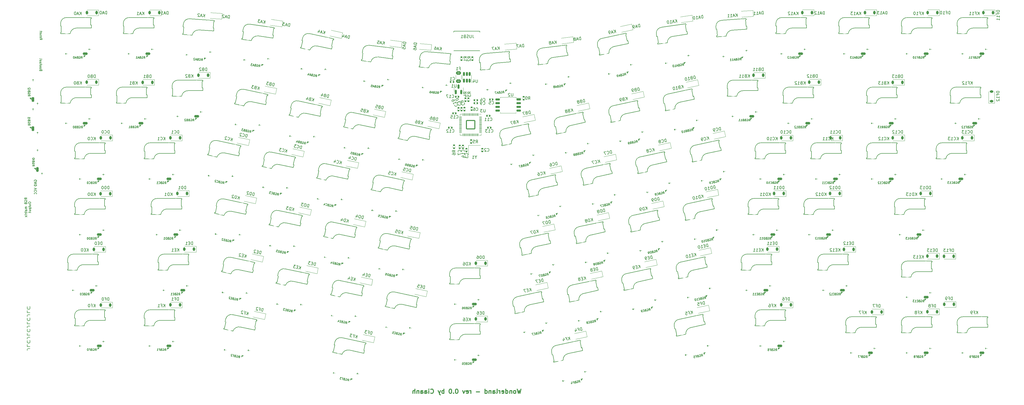
<source format=gbr>
%TF.GenerationSoftware,KiCad,Pcbnew,7.0.10*%
%TF.CreationDate,2024-02-26T23:28:32+01:00*%
%TF.ProjectId,middle,6d696464-6c65-42e6-9b69-6361645f7063,rev?*%
%TF.SameCoordinates,Original*%
%TF.FileFunction,Legend,Bot*%
%TF.FilePolarity,Positive*%
%FSLAX46Y46*%
G04 Gerber Fmt 4.6, Leading zero omitted, Abs format (unit mm)*
G04 Created by KiCad (PCBNEW 7.0.10) date 2024-02-26 23:28:32*
%MOMM*%
%LPD*%
G01*
G04 APERTURE LIST*
G04 Aperture macros list*
%AMRoundRect*
0 Rectangle with rounded corners*
0 $1 Rounding radius*
0 $2 $3 $4 $5 $6 $7 $8 $9 X,Y pos of 4 corners*
0 Add a 4 corners polygon primitive as box body*
4,1,4,$2,$3,$4,$5,$6,$7,$8,$9,$2,$3,0*
0 Add four circle primitives for the rounded corners*
1,1,$1+$1,$2,$3*
1,1,$1+$1,$4,$5*
1,1,$1+$1,$6,$7*
1,1,$1+$1,$8,$9*
0 Add four rect primitives between the rounded corners*
20,1,$1+$1,$2,$3,$4,$5,0*
20,1,$1+$1,$4,$5,$6,$7,0*
20,1,$1+$1,$6,$7,$8,$9,0*
20,1,$1+$1,$8,$9,$2,$3,0*%
%AMRotRect*
0 Rectangle, with rotation*
0 The origin of the aperture is its center*
0 $1 length*
0 $2 width*
0 $3 Rotation angle, in degrees counterclockwise*
0 Add horizontal line*
21,1,$1,$2,0,0,$3*%
G04 Aperture macros list end*
%ADD10C,0.150000*%
%ADD11C,0.300000*%
%ADD12C,0.120000*%
%ADD13C,0.100000*%
%ADD14C,0.200000*%
%ADD15C,1.700000*%
%ADD16C,3.000000*%
%ADD17C,4.100000*%
%ADD18R,2.300000X2.000000*%
%ADD19R,1.700000X0.820000*%
%ADD20RoundRect,0.205000X-0.645000X-0.205000X0.645000X-0.205000X0.645000X0.205000X-0.645000X0.205000X0*%
%ADD21RotRect,1.700000X0.820000X12.000000*%
%ADD22RoundRect,0.205000X-0.588283X-0.334623X0.673527X-0.066417X0.588283X0.334623X-0.673527X0.066417X0*%
%ADD23RotRect,1.700000X0.820000X352.000000*%
%ADD24RoundRect,0.205000X-0.667253X-0.113238X0.610192X-0.292772X0.667253X0.113238X-0.610192X0.292772X0*%
%ADD25RotRect,1.700000X0.820000X8.000000*%
%ADD26RoundRect,0.205000X-0.610192X-0.292772X0.667253X-0.113238X0.610192X0.292772X-0.667253X0.113238X0*%
%ADD27RotRect,1.700000X0.820000X348.000000*%
%ADD28RoundRect,0.205000X-0.673527X-0.066417X0.588283X-0.334623X0.673527X0.066417X-0.588283X0.334623X0*%
%ADD29RotRect,1.700000X0.820000X353.000000*%
%ADD30RoundRect,0.205000X-0.665175X-0.124866X0.615209X-0.282078X0.665175X0.124866X-0.615209X0.282078X0*%
%ADD31RotRect,2.300000X2.000000X168.000000*%
%ADD32RotRect,2.300000X2.000000X192.000000*%
%ADD33RotRect,1.700000X0.820000X4.000000*%
%ADD34RoundRect,0.205000X-0.629129X-0.249494X0.657729X-0.159508X0.629129X0.249494X-0.657729X0.159508X0*%
%ADD35RotRect,2.300000X2.000000X176.000000*%
%ADD36C,3.050000*%
%ADD37C,4.000000*%
%ADD38C,3.800000*%
%ADD39C,1.524000*%
%ADD40C,1.900000*%
%ADD41RotRect,2.300000X2.000000X184.000000*%
%ADD42RotRect,2.300000X2.000000X172.000000*%
%ADD43RotRect,2.300000X2.000000X188.000000*%
%ADD44RotRect,2.300000X2.000000X173.000000*%
%ADD45RotRect,2.300000X2.000000X187.000000*%
%ADD46RotRect,1.700000X0.820000X7.000000*%
%ADD47RoundRect,0.205000X-0.615209X-0.282078X0.665175X-0.124866X0.615209X0.282078X-0.665175X0.124866X0*%
%ADD48R,0.820000X1.700000*%
%ADD49RoundRect,0.205000X-0.205000X0.645000X-0.205000X-0.645000X0.205000X-0.645000X0.205000X0.645000X0*%
%ADD50RotRect,2.300000X2.000000X175.000000*%
%ADD51RotRect,1.700000X0.820000X5.000000*%
%ADD52RoundRect,0.205000X-0.624679X-0.260435X0.660413X-0.148004X0.624679X0.260435X-0.660413X0.148004X0*%
%ADD53RotRect,2.300000X2.000000X185.000000*%
%ADD54RotRect,1.700000X0.820000X356.000000*%
%ADD55RoundRect,0.205000X-0.657729X-0.159508X0.629129X-0.249494X0.657729X0.159508X-0.629129X0.249494X0*%
%ADD56RotRect,1.700000X0.820000X355.000000*%
%ADD57RoundRect,0.205000X-0.660413X-0.148004X0.624679X-0.260435X0.660413X0.148004X-0.624679X0.260435X0*%
%ADD58R,1.700000X1.700000*%
%ADD59O,1.700000X1.700000*%
%ADD60RoundRect,0.225000X0.225000X0.375000X-0.225000X0.375000X-0.225000X-0.375000X0.225000X-0.375000X0*%
%ADD61RoundRect,0.225000X0.142116X0.413585X-0.298050X0.320025X-0.142116X-0.413585X0.298050X-0.320025X0*%
%ADD62RoundRect,0.225000X0.375000X-0.225000X0.375000X0.225000X-0.375000X0.225000X-0.375000X-0.225000X0*%
%ADD63RoundRect,0.225000X0.298050X0.320025X-0.142116X0.413585X-0.298050X-0.320025X0.142116X-0.413585X0*%
%ADD64RoundRect,0.150000X0.150000X-0.587500X0.150000X0.587500X-0.150000X0.587500X-0.150000X-0.587500X0*%
%ADD65RoundRect,0.140000X0.170000X-0.140000X0.170000X0.140000X-0.170000X0.140000X-0.170000X-0.140000X0*%
%ADD66RoundRect,0.140000X-0.140000X-0.170000X0.140000X-0.170000X0.140000X0.170000X-0.140000X0.170000X0*%
%ADD67RoundRect,0.135000X-0.185000X0.135000X-0.185000X-0.135000X0.185000X-0.135000X0.185000X0.135000X0*%
%ADD68RoundRect,0.250000X-0.625000X0.375000X-0.625000X-0.375000X0.625000X-0.375000X0.625000X0.375000X0*%
%ADD69RoundRect,0.135000X0.185000X-0.135000X0.185000X0.135000X-0.185000X0.135000X-0.185000X-0.135000X0*%
%ADD70RoundRect,0.225000X0.250611X0.358391X-0.198293X0.389782X-0.250611X-0.358391X0.198293X-0.389782X0*%
%ADD71RoundRect,0.140000X-0.170000X0.140000X-0.170000X-0.140000X0.170000X-0.140000X0.170000X0.140000X0*%
%ADD72RoundRect,0.150000X0.150000X-0.512500X0.150000X0.512500X-0.150000X0.512500X-0.150000X-0.512500X0*%
%ADD73RoundRect,0.140000X0.140000X0.170000X-0.140000X0.170000X-0.140000X-0.170000X0.140000X-0.170000X0*%
%ADD74RoundRect,0.225000X0.256827X0.353963X-0.191460X0.393183X-0.256827X-0.353963X0.191460X-0.393183X0*%
%ADD75RoundRect,0.225000X0.269024X0.344784X-0.177622X0.399625X-0.269024X-0.344784X0.177622X-0.399625X0*%
%ADD76RoundRect,0.225000X0.170620X0.402664X-0.275000X0.340037X-0.170620X-0.402664X0.275000X-0.340037X0*%
%ADD77RoundRect,0.050000X0.387500X0.050000X-0.387500X0.050000X-0.387500X-0.050000X0.387500X-0.050000X0*%
%ADD78RoundRect,0.050000X0.050000X0.387500X-0.050000X0.387500X-0.050000X-0.387500X0.050000X-0.387500X0*%
%ADD79RoundRect,0.144000X1.456000X1.456000X-1.456000X1.456000X-1.456000X-1.456000X1.456000X-1.456000X0*%
%ADD80RoundRect,0.225000X0.198293X0.389782X-0.250611X0.358391X-0.198293X-0.389782X0.250611X-0.358391X0*%
%ADD81R,1.400000X1.200000*%
%ADD82RoundRect,0.150000X0.650000X0.150000X-0.650000X0.150000X-0.650000X-0.150000X0.650000X-0.150000X0*%
%ADD83RoundRect,0.225000X0.275000X0.340037X-0.170620X0.402664X-0.275000X-0.340037X0.170620X-0.402664X0*%
%ADD84RoundRect,0.225000X0.191460X0.393183X-0.256827X0.353963X-0.191460X-0.393183X0.256827X-0.353963X0*%
%ADD85RoundRect,0.225000X0.177622X0.399625X-0.269024X0.344784X-0.177622X-0.399625X0.269024X-0.344784X0*%
%ADD86C,0.650000*%
%ADD87O,1.108000X2.216000*%
G04 APERTURE END LIST*
D10*
X4156012Y-61298528D02*
X4956012Y-61565195D01*
X4956012Y-61565195D02*
X4156012Y-61831861D01*
X4879821Y-62555671D02*
X4917917Y-62517575D01*
X4917917Y-62517575D02*
X4956012Y-62403290D01*
X4956012Y-62403290D02*
X4956012Y-62327099D01*
X4956012Y-62327099D02*
X4917917Y-62212813D01*
X4917917Y-62212813D02*
X4841726Y-62136623D01*
X4841726Y-62136623D02*
X4765536Y-62098528D01*
X4765536Y-62098528D02*
X4613155Y-62060432D01*
X4613155Y-62060432D02*
X4498869Y-62060432D01*
X4498869Y-62060432D02*
X4346488Y-62098528D01*
X4346488Y-62098528D02*
X4270297Y-62136623D01*
X4270297Y-62136623D02*
X4194107Y-62212813D01*
X4194107Y-62212813D02*
X4156012Y-62327099D01*
X4156012Y-62327099D02*
X4156012Y-62403290D01*
X4156012Y-62403290D02*
X4194107Y-62517575D01*
X4194107Y-62517575D02*
X4232202Y-62555671D01*
X4879821Y-63355671D02*
X4917917Y-63317575D01*
X4917917Y-63317575D02*
X4956012Y-63203290D01*
X4956012Y-63203290D02*
X4956012Y-63127099D01*
X4956012Y-63127099D02*
X4917917Y-63012813D01*
X4917917Y-63012813D02*
X4841726Y-62936623D01*
X4841726Y-62936623D02*
X4765536Y-62898528D01*
X4765536Y-62898528D02*
X4613155Y-62860432D01*
X4613155Y-62860432D02*
X4498869Y-62860432D01*
X4498869Y-62860432D02*
X4346488Y-62898528D01*
X4346488Y-62898528D02*
X4270297Y-62936623D01*
X4270297Y-62936623D02*
X4194107Y-63012813D01*
X4194107Y-63012813D02*
X4156012Y-63127099D01*
X4156012Y-63127099D02*
X4156012Y-63203290D01*
X4156012Y-63203290D02*
X4194107Y-63317575D01*
X4194107Y-63317575D02*
X4232202Y-63355671D01*
X2725180Y-116228571D02*
X2010895Y-116228571D01*
X2010895Y-116228571D02*
X1868038Y-116300000D01*
X1868038Y-116300000D02*
X1772800Y-116442857D01*
X1772800Y-116442857D02*
X1725180Y-116657143D01*
X1725180Y-116657143D02*
X1725180Y-116800000D01*
X1725180Y-114800000D02*
X1725180Y-115514286D01*
X1725180Y-115514286D02*
X2725180Y-115514286D01*
X1820419Y-113442857D02*
X1772800Y-113514285D01*
X1772800Y-113514285D02*
X1725180Y-113728571D01*
X1725180Y-113728571D02*
X1725180Y-113871428D01*
X1725180Y-113871428D02*
X1772800Y-114085714D01*
X1772800Y-114085714D02*
X1868038Y-114228571D01*
X1868038Y-114228571D02*
X1963276Y-114300000D01*
X1963276Y-114300000D02*
X2153752Y-114371428D01*
X2153752Y-114371428D02*
X2296609Y-114371428D01*
X2296609Y-114371428D02*
X2487085Y-114300000D01*
X2487085Y-114300000D02*
X2582323Y-114228571D01*
X2582323Y-114228571D02*
X2677561Y-114085714D01*
X2677561Y-114085714D02*
X2725180Y-113871428D01*
X2725180Y-113871428D02*
X2725180Y-113728571D01*
X2725180Y-113728571D02*
X2677561Y-113514285D01*
X2677561Y-113514285D02*
X2629942Y-113442857D01*
X2725180Y-112371428D02*
X2010895Y-112371428D01*
X2010895Y-112371428D02*
X1868038Y-112442857D01*
X1868038Y-112442857D02*
X1772800Y-112585714D01*
X1772800Y-112585714D02*
X1725180Y-112800000D01*
X1725180Y-112800000D02*
X1725180Y-112942857D01*
X1725180Y-110942857D02*
X1725180Y-111657143D01*
X1725180Y-111657143D02*
X2725180Y-111657143D01*
X1820419Y-109585714D02*
X1772800Y-109657142D01*
X1772800Y-109657142D02*
X1725180Y-109871428D01*
X1725180Y-109871428D02*
X1725180Y-110014285D01*
X1725180Y-110014285D02*
X1772800Y-110228571D01*
X1772800Y-110228571D02*
X1868038Y-110371428D01*
X1868038Y-110371428D02*
X1963276Y-110442857D01*
X1963276Y-110442857D02*
X2153752Y-110514285D01*
X2153752Y-110514285D02*
X2296609Y-110514285D01*
X2296609Y-110514285D02*
X2487085Y-110442857D01*
X2487085Y-110442857D02*
X2582323Y-110371428D01*
X2582323Y-110371428D02*
X2677561Y-110228571D01*
X2677561Y-110228571D02*
X2725180Y-110014285D01*
X2725180Y-110014285D02*
X2725180Y-109871428D01*
X2725180Y-109871428D02*
X2677561Y-109657142D01*
X2677561Y-109657142D02*
X2629942Y-109585714D01*
X2725180Y-108514285D02*
X2010895Y-108514285D01*
X2010895Y-108514285D02*
X1868038Y-108585714D01*
X1868038Y-108585714D02*
X1772800Y-108728571D01*
X1772800Y-108728571D02*
X1725180Y-108942857D01*
X1725180Y-108942857D02*
X1725180Y-109085714D01*
X1725180Y-107085714D02*
X1725180Y-107800000D01*
X1725180Y-107800000D02*
X2725180Y-107800000D01*
X1820419Y-105728571D02*
X1772800Y-105799999D01*
X1772800Y-105799999D02*
X1725180Y-106014285D01*
X1725180Y-106014285D02*
X1725180Y-106157142D01*
X1725180Y-106157142D02*
X1772800Y-106371428D01*
X1772800Y-106371428D02*
X1868038Y-106514285D01*
X1868038Y-106514285D02*
X1963276Y-106585714D01*
X1963276Y-106585714D02*
X2153752Y-106657142D01*
X2153752Y-106657142D02*
X2296609Y-106657142D01*
X2296609Y-106657142D02*
X2487085Y-106585714D01*
X2487085Y-106585714D02*
X2582323Y-106514285D01*
X2582323Y-106514285D02*
X2677561Y-106371428D01*
X2677561Y-106371428D02*
X2725180Y-106157142D01*
X2725180Y-106157142D02*
X2725180Y-106014285D01*
X2725180Y-106014285D02*
X2677561Y-105799999D01*
X2677561Y-105799999D02*
X2629942Y-105728571D01*
X2725180Y-104657142D02*
X2010895Y-104657142D01*
X2010895Y-104657142D02*
X1868038Y-104728571D01*
X1868038Y-104728571D02*
X1772800Y-104871428D01*
X1772800Y-104871428D02*
X1725180Y-105085714D01*
X1725180Y-105085714D02*
X1725180Y-105228571D01*
X1725180Y-103228571D02*
X1725180Y-103942857D01*
X1725180Y-103942857D02*
X2725180Y-103942857D01*
X1820419Y-101871428D02*
X1772800Y-101942856D01*
X1772800Y-101942856D02*
X1725180Y-102157142D01*
X1725180Y-102157142D02*
X1725180Y-102299999D01*
X1725180Y-102299999D02*
X1772800Y-102514285D01*
X1772800Y-102514285D02*
X1868038Y-102657142D01*
X1868038Y-102657142D02*
X1963276Y-102728571D01*
X1963276Y-102728571D02*
X2153752Y-102799999D01*
X2153752Y-102799999D02*
X2296609Y-102799999D01*
X2296609Y-102799999D02*
X2487085Y-102728571D01*
X2487085Y-102728571D02*
X2582323Y-102657142D01*
X2582323Y-102657142D02*
X2677561Y-102514285D01*
X2677561Y-102514285D02*
X2725180Y-102299999D01*
X2725180Y-102299999D02*
X2725180Y-102157142D01*
X2725180Y-102157142D02*
X2677561Y-101942856D01*
X2677561Y-101942856D02*
X2629942Y-101871428D01*
D11*
X170535713Y-130083525D02*
X170178570Y-131583525D01*
X170178570Y-131583525D02*
X169892856Y-130512097D01*
X169892856Y-130512097D02*
X169607141Y-131583525D01*
X169607141Y-131583525D02*
X169249999Y-130083525D01*
X168464284Y-131583525D02*
X168607141Y-131512097D01*
X168607141Y-131512097D02*
X168678570Y-131440668D01*
X168678570Y-131440668D02*
X168749998Y-131297811D01*
X168749998Y-131297811D02*
X168749998Y-130869239D01*
X168749998Y-130869239D02*
X168678570Y-130726382D01*
X168678570Y-130726382D02*
X168607141Y-130654954D01*
X168607141Y-130654954D02*
X168464284Y-130583525D01*
X168464284Y-130583525D02*
X168249998Y-130583525D01*
X168249998Y-130583525D02*
X168107141Y-130654954D01*
X168107141Y-130654954D02*
X168035713Y-130726382D01*
X168035713Y-130726382D02*
X167964284Y-130869239D01*
X167964284Y-130869239D02*
X167964284Y-131297811D01*
X167964284Y-131297811D02*
X168035713Y-131440668D01*
X168035713Y-131440668D02*
X168107141Y-131512097D01*
X168107141Y-131512097D02*
X168249998Y-131583525D01*
X168249998Y-131583525D02*
X168464284Y-131583525D01*
X167321427Y-130583525D02*
X167321427Y-131583525D01*
X167321427Y-130726382D02*
X167249998Y-130654954D01*
X167249998Y-130654954D02*
X167107141Y-130583525D01*
X167107141Y-130583525D02*
X166892855Y-130583525D01*
X166892855Y-130583525D02*
X166749998Y-130654954D01*
X166749998Y-130654954D02*
X166678570Y-130797811D01*
X166678570Y-130797811D02*
X166678570Y-131583525D01*
X165321427Y-131583525D02*
X165321427Y-130083525D01*
X165321427Y-131512097D02*
X165464284Y-131583525D01*
X165464284Y-131583525D02*
X165749998Y-131583525D01*
X165749998Y-131583525D02*
X165892855Y-131512097D01*
X165892855Y-131512097D02*
X165964284Y-131440668D01*
X165964284Y-131440668D02*
X166035712Y-131297811D01*
X166035712Y-131297811D02*
X166035712Y-130869239D01*
X166035712Y-130869239D02*
X165964284Y-130726382D01*
X165964284Y-130726382D02*
X165892855Y-130654954D01*
X165892855Y-130654954D02*
X165749998Y-130583525D01*
X165749998Y-130583525D02*
X165464284Y-130583525D01*
X165464284Y-130583525D02*
X165321427Y-130654954D01*
X164035712Y-131512097D02*
X164178569Y-131583525D01*
X164178569Y-131583525D02*
X164464284Y-131583525D01*
X164464284Y-131583525D02*
X164607141Y-131512097D01*
X164607141Y-131512097D02*
X164678569Y-131369239D01*
X164678569Y-131369239D02*
X164678569Y-130797811D01*
X164678569Y-130797811D02*
X164607141Y-130654954D01*
X164607141Y-130654954D02*
X164464284Y-130583525D01*
X164464284Y-130583525D02*
X164178569Y-130583525D01*
X164178569Y-130583525D02*
X164035712Y-130654954D01*
X164035712Y-130654954D02*
X163964284Y-130797811D01*
X163964284Y-130797811D02*
X163964284Y-130940668D01*
X163964284Y-130940668D02*
X164678569Y-131083525D01*
X163321427Y-131583525D02*
X163321427Y-130583525D01*
X163321427Y-130869239D02*
X163249998Y-130726382D01*
X163249998Y-130726382D02*
X163178570Y-130654954D01*
X163178570Y-130654954D02*
X163035712Y-130583525D01*
X163035712Y-130583525D02*
X162892855Y-130583525D01*
X162178570Y-131583525D02*
X162321427Y-131512097D01*
X162321427Y-131512097D02*
X162392856Y-131369239D01*
X162392856Y-131369239D02*
X162392856Y-130083525D01*
X160964285Y-131583525D02*
X160964285Y-130797811D01*
X160964285Y-130797811D02*
X161035713Y-130654954D01*
X161035713Y-130654954D02*
X161178570Y-130583525D01*
X161178570Y-130583525D02*
X161464285Y-130583525D01*
X161464285Y-130583525D02*
X161607142Y-130654954D01*
X160964285Y-131512097D02*
X161107142Y-131583525D01*
X161107142Y-131583525D02*
X161464285Y-131583525D01*
X161464285Y-131583525D02*
X161607142Y-131512097D01*
X161607142Y-131512097D02*
X161678570Y-131369239D01*
X161678570Y-131369239D02*
X161678570Y-131226382D01*
X161678570Y-131226382D02*
X161607142Y-131083525D01*
X161607142Y-131083525D02*
X161464285Y-131012097D01*
X161464285Y-131012097D02*
X161107142Y-131012097D01*
X161107142Y-131012097D02*
X160964285Y-130940668D01*
X160249999Y-130583525D02*
X160249999Y-131583525D01*
X160249999Y-130726382D02*
X160178570Y-130654954D01*
X160178570Y-130654954D02*
X160035713Y-130583525D01*
X160035713Y-130583525D02*
X159821427Y-130583525D01*
X159821427Y-130583525D02*
X159678570Y-130654954D01*
X159678570Y-130654954D02*
X159607142Y-130797811D01*
X159607142Y-130797811D02*
X159607142Y-131583525D01*
X158249999Y-131583525D02*
X158249999Y-130083525D01*
X158249999Y-131512097D02*
X158392856Y-131583525D01*
X158392856Y-131583525D02*
X158678570Y-131583525D01*
X158678570Y-131583525D02*
X158821427Y-131512097D01*
X158821427Y-131512097D02*
X158892856Y-131440668D01*
X158892856Y-131440668D02*
X158964284Y-131297811D01*
X158964284Y-131297811D02*
X158964284Y-130869239D01*
X158964284Y-130869239D02*
X158892856Y-130726382D01*
X158892856Y-130726382D02*
X158821427Y-130654954D01*
X158821427Y-130654954D02*
X158678570Y-130583525D01*
X158678570Y-130583525D02*
X158392856Y-130583525D01*
X158392856Y-130583525D02*
X158249999Y-130654954D01*
X156392856Y-131012097D02*
X155249999Y-131012097D01*
X153392856Y-131583525D02*
X153392856Y-130583525D01*
X153392856Y-130869239D02*
X153321427Y-130726382D01*
X153321427Y-130726382D02*
X153249999Y-130654954D01*
X153249999Y-130654954D02*
X153107141Y-130583525D01*
X153107141Y-130583525D02*
X152964284Y-130583525D01*
X151892856Y-131512097D02*
X152035713Y-131583525D01*
X152035713Y-131583525D02*
X152321428Y-131583525D01*
X152321428Y-131583525D02*
X152464285Y-131512097D01*
X152464285Y-131512097D02*
X152535713Y-131369239D01*
X152535713Y-131369239D02*
X152535713Y-130797811D01*
X152535713Y-130797811D02*
X152464285Y-130654954D01*
X152464285Y-130654954D02*
X152321428Y-130583525D01*
X152321428Y-130583525D02*
X152035713Y-130583525D01*
X152035713Y-130583525D02*
X151892856Y-130654954D01*
X151892856Y-130654954D02*
X151821428Y-130797811D01*
X151821428Y-130797811D02*
X151821428Y-130940668D01*
X151821428Y-130940668D02*
X152535713Y-131083525D01*
X151321428Y-130583525D02*
X150964285Y-131583525D01*
X150964285Y-131583525D02*
X150607142Y-130583525D01*
X148607142Y-130083525D02*
X148464285Y-130083525D01*
X148464285Y-130083525D02*
X148321428Y-130154954D01*
X148321428Y-130154954D02*
X148250000Y-130226382D01*
X148250000Y-130226382D02*
X148178571Y-130369239D01*
X148178571Y-130369239D02*
X148107142Y-130654954D01*
X148107142Y-130654954D02*
X148107142Y-131012097D01*
X148107142Y-131012097D02*
X148178571Y-131297811D01*
X148178571Y-131297811D02*
X148250000Y-131440668D01*
X148250000Y-131440668D02*
X148321428Y-131512097D01*
X148321428Y-131512097D02*
X148464285Y-131583525D01*
X148464285Y-131583525D02*
X148607142Y-131583525D01*
X148607142Y-131583525D02*
X148750000Y-131512097D01*
X148750000Y-131512097D02*
X148821428Y-131440668D01*
X148821428Y-131440668D02*
X148892857Y-131297811D01*
X148892857Y-131297811D02*
X148964285Y-131012097D01*
X148964285Y-131012097D02*
X148964285Y-130654954D01*
X148964285Y-130654954D02*
X148892857Y-130369239D01*
X148892857Y-130369239D02*
X148821428Y-130226382D01*
X148821428Y-130226382D02*
X148750000Y-130154954D01*
X148750000Y-130154954D02*
X148607142Y-130083525D01*
X147464286Y-131440668D02*
X147392857Y-131512097D01*
X147392857Y-131512097D02*
X147464286Y-131583525D01*
X147464286Y-131583525D02*
X147535714Y-131512097D01*
X147535714Y-131512097D02*
X147464286Y-131440668D01*
X147464286Y-131440668D02*
X147464286Y-131583525D01*
X146464285Y-130083525D02*
X146321428Y-130083525D01*
X146321428Y-130083525D02*
X146178571Y-130154954D01*
X146178571Y-130154954D02*
X146107143Y-130226382D01*
X146107143Y-130226382D02*
X146035714Y-130369239D01*
X146035714Y-130369239D02*
X145964285Y-130654954D01*
X145964285Y-130654954D02*
X145964285Y-131012097D01*
X145964285Y-131012097D02*
X146035714Y-131297811D01*
X146035714Y-131297811D02*
X146107143Y-131440668D01*
X146107143Y-131440668D02*
X146178571Y-131512097D01*
X146178571Y-131512097D02*
X146321428Y-131583525D01*
X146321428Y-131583525D02*
X146464285Y-131583525D01*
X146464285Y-131583525D02*
X146607143Y-131512097D01*
X146607143Y-131512097D02*
X146678571Y-131440668D01*
X146678571Y-131440668D02*
X146750000Y-131297811D01*
X146750000Y-131297811D02*
X146821428Y-131012097D01*
X146821428Y-131012097D02*
X146821428Y-130654954D01*
X146821428Y-130654954D02*
X146750000Y-130369239D01*
X146750000Y-130369239D02*
X146678571Y-130226382D01*
X146678571Y-130226382D02*
X146607143Y-130154954D01*
X146607143Y-130154954D02*
X146464285Y-130083525D01*
X144178572Y-131583525D02*
X144178572Y-130083525D01*
X144178572Y-130654954D02*
X144035715Y-130583525D01*
X144035715Y-130583525D02*
X143750000Y-130583525D01*
X143750000Y-130583525D02*
X143607143Y-130654954D01*
X143607143Y-130654954D02*
X143535715Y-130726382D01*
X143535715Y-130726382D02*
X143464286Y-130869239D01*
X143464286Y-130869239D02*
X143464286Y-131297811D01*
X143464286Y-131297811D02*
X143535715Y-131440668D01*
X143535715Y-131440668D02*
X143607143Y-131512097D01*
X143607143Y-131512097D02*
X143750000Y-131583525D01*
X143750000Y-131583525D02*
X144035715Y-131583525D01*
X144035715Y-131583525D02*
X144178572Y-131512097D01*
X142964286Y-130583525D02*
X142607143Y-131583525D01*
X142250000Y-130583525D02*
X142607143Y-131583525D01*
X142607143Y-131583525D02*
X142750000Y-131940668D01*
X142750000Y-131940668D02*
X142821429Y-132012097D01*
X142821429Y-132012097D02*
X142964286Y-132083525D01*
X139678572Y-131440668D02*
X139750000Y-131512097D01*
X139750000Y-131512097D02*
X139964286Y-131583525D01*
X139964286Y-131583525D02*
X140107143Y-131583525D01*
X140107143Y-131583525D02*
X140321429Y-131512097D01*
X140321429Y-131512097D02*
X140464286Y-131369239D01*
X140464286Y-131369239D02*
X140535715Y-131226382D01*
X140535715Y-131226382D02*
X140607143Y-130940668D01*
X140607143Y-130940668D02*
X140607143Y-130726382D01*
X140607143Y-130726382D02*
X140535715Y-130440668D01*
X140535715Y-130440668D02*
X140464286Y-130297811D01*
X140464286Y-130297811D02*
X140321429Y-130154954D01*
X140321429Y-130154954D02*
X140107143Y-130083525D01*
X140107143Y-130083525D02*
X139964286Y-130083525D01*
X139964286Y-130083525D02*
X139750000Y-130154954D01*
X139750000Y-130154954D02*
X139678572Y-130226382D01*
X139035715Y-131583525D02*
X139035715Y-130583525D01*
X139035715Y-130083525D02*
X139107143Y-130154954D01*
X139107143Y-130154954D02*
X139035715Y-130226382D01*
X139035715Y-130226382D02*
X138964286Y-130154954D01*
X138964286Y-130154954D02*
X139035715Y-130083525D01*
X139035715Y-130083525D02*
X139035715Y-130226382D01*
X137678572Y-131583525D02*
X137678572Y-130797811D01*
X137678572Y-130797811D02*
X137750000Y-130654954D01*
X137750000Y-130654954D02*
X137892857Y-130583525D01*
X137892857Y-130583525D02*
X138178572Y-130583525D01*
X138178572Y-130583525D02*
X138321429Y-130654954D01*
X137678572Y-131512097D02*
X137821429Y-131583525D01*
X137821429Y-131583525D02*
X138178572Y-131583525D01*
X138178572Y-131583525D02*
X138321429Y-131512097D01*
X138321429Y-131512097D02*
X138392857Y-131369239D01*
X138392857Y-131369239D02*
X138392857Y-131226382D01*
X138392857Y-131226382D02*
X138321429Y-131083525D01*
X138321429Y-131083525D02*
X138178572Y-131012097D01*
X138178572Y-131012097D02*
X137821429Y-131012097D01*
X137821429Y-131012097D02*
X137678572Y-130940668D01*
X136321429Y-131583525D02*
X136321429Y-130797811D01*
X136321429Y-130797811D02*
X136392857Y-130654954D01*
X136392857Y-130654954D02*
X136535714Y-130583525D01*
X136535714Y-130583525D02*
X136821429Y-130583525D01*
X136821429Y-130583525D02*
X136964286Y-130654954D01*
X136321429Y-131512097D02*
X136464286Y-131583525D01*
X136464286Y-131583525D02*
X136821429Y-131583525D01*
X136821429Y-131583525D02*
X136964286Y-131512097D01*
X136964286Y-131512097D02*
X137035714Y-131369239D01*
X137035714Y-131369239D02*
X137035714Y-131226382D01*
X137035714Y-131226382D02*
X136964286Y-131083525D01*
X136964286Y-131083525D02*
X136821429Y-131012097D01*
X136821429Y-131012097D02*
X136464286Y-131012097D01*
X136464286Y-131012097D02*
X136321429Y-130940668D01*
X135607143Y-130583525D02*
X135607143Y-131583525D01*
X135607143Y-130726382D02*
X135535714Y-130654954D01*
X135535714Y-130654954D02*
X135392857Y-130583525D01*
X135392857Y-130583525D02*
X135178571Y-130583525D01*
X135178571Y-130583525D02*
X135035714Y-130654954D01*
X135035714Y-130654954D02*
X134964286Y-130797811D01*
X134964286Y-130797811D02*
X134964286Y-131583525D01*
X134250000Y-131583525D02*
X134250000Y-130083525D01*
X133607143Y-131583525D02*
X133607143Y-130797811D01*
X133607143Y-130797811D02*
X133678571Y-130654954D01*
X133678571Y-130654954D02*
X133821428Y-130583525D01*
X133821428Y-130583525D02*
X134035714Y-130583525D01*
X134035714Y-130583525D02*
X134178571Y-130654954D01*
X134178571Y-130654954D02*
X134250000Y-130726382D01*
D10*
X6420467Y-20916628D02*
X6382372Y-20802342D01*
X6382372Y-20802342D02*
X6344276Y-20764247D01*
X6344276Y-20764247D02*
X6268086Y-20726151D01*
X6268086Y-20726151D02*
X6153800Y-20726151D01*
X6153800Y-20726151D02*
X6077610Y-20764247D01*
X6077610Y-20764247D02*
X6039515Y-20802342D01*
X6039515Y-20802342D02*
X6001419Y-20878532D01*
X6001419Y-20878532D02*
X6001419Y-21183294D01*
X6001419Y-21183294D02*
X6801419Y-21183294D01*
X6801419Y-21183294D02*
X6801419Y-20916628D01*
X6801419Y-20916628D02*
X6763324Y-20840437D01*
X6763324Y-20840437D02*
X6725229Y-20802342D01*
X6725229Y-20802342D02*
X6649038Y-20764247D01*
X6649038Y-20764247D02*
X6572848Y-20764247D01*
X6572848Y-20764247D02*
X6496657Y-20802342D01*
X6496657Y-20802342D02*
X6458562Y-20840437D01*
X6458562Y-20840437D02*
X6420467Y-20916628D01*
X6420467Y-20916628D02*
X6420467Y-21183294D01*
X6001419Y-20269009D02*
X6039515Y-20345199D01*
X6039515Y-20345199D02*
X6077610Y-20383294D01*
X6077610Y-20383294D02*
X6153800Y-20421390D01*
X6153800Y-20421390D02*
X6382372Y-20421390D01*
X6382372Y-20421390D02*
X6458562Y-20383294D01*
X6458562Y-20383294D02*
X6496657Y-20345199D01*
X6496657Y-20345199D02*
X6534753Y-20269009D01*
X6534753Y-20269009D02*
X6534753Y-20154723D01*
X6534753Y-20154723D02*
X6496657Y-20078532D01*
X6496657Y-20078532D02*
X6458562Y-20040437D01*
X6458562Y-20040437D02*
X6382372Y-20002342D01*
X6382372Y-20002342D02*
X6153800Y-20002342D01*
X6153800Y-20002342D02*
X6077610Y-20040437D01*
X6077610Y-20040437D02*
X6039515Y-20078532D01*
X6039515Y-20078532D02*
X6001419Y-20154723D01*
X6001419Y-20154723D02*
X6001419Y-20269009D01*
X6001419Y-19545199D02*
X6039515Y-19621389D01*
X6039515Y-19621389D02*
X6077610Y-19659484D01*
X6077610Y-19659484D02*
X6153800Y-19697580D01*
X6153800Y-19697580D02*
X6382372Y-19697580D01*
X6382372Y-19697580D02*
X6458562Y-19659484D01*
X6458562Y-19659484D02*
X6496657Y-19621389D01*
X6496657Y-19621389D02*
X6534753Y-19545199D01*
X6534753Y-19545199D02*
X6534753Y-19430913D01*
X6534753Y-19430913D02*
X6496657Y-19354722D01*
X6496657Y-19354722D02*
X6458562Y-19316627D01*
X6458562Y-19316627D02*
X6382372Y-19278532D01*
X6382372Y-19278532D02*
X6153800Y-19278532D01*
X6153800Y-19278532D02*
X6077610Y-19316627D01*
X6077610Y-19316627D02*
X6039515Y-19354722D01*
X6039515Y-19354722D02*
X6001419Y-19430913D01*
X6001419Y-19430913D02*
X6001419Y-19545199D01*
X6534753Y-19049960D02*
X6534753Y-18745198D01*
X6801419Y-18935674D02*
X6115705Y-18935674D01*
X6115705Y-18935674D02*
X6039515Y-18897579D01*
X6039515Y-18897579D02*
X6001419Y-18821389D01*
X6001419Y-18821389D02*
X6001419Y-18745198D01*
X6039515Y-18516627D02*
X6001419Y-18440436D01*
X6001419Y-18440436D02*
X6001419Y-18288055D01*
X6001419Y-18288055D02*
X6039515Y-18211865D01*
X6039515Y-18211865D02*
X6115705Y-18173769D01*
X6115705Y-18173769D02*
X6153800Y-18173769D01*
X6153800Y-18173769D02*
X6229991Y-18211865D01*
X6229991Y-18211865D02*
X6268086Y-18288055D01*
X6268086Y-18288055D02*
X6268086Y-18402341D01*
X6268086Y-18402341D02*
X6306181Y-18478531D01*
X6306181Y-18478531D02*
X6382372Y-18516627D01*
X6382372Y-18516627D02*
X6420467Y-18516627D01*
X6420467Y-18516627D02*
X6496657Y-18478531D01*
X6496657Y-18478531D02*
X6534753Y-18402341D01*
X6534753Y-18402341D02*
X6534753Y-18288055D01*
X6534753Y-18288055D02*
X6496657Y-18211865D01*
X6039515Y-17526150D02*
X6001419Y-17602341D01*
X6001419Y-17602341D02*
X6001419Y-17754722D01*
X6001419Y-17754722D02*
X6039515Y-17830912D01*
X6039515Y-17830912D02*
X6115705Y-17869008D01*
X6115705Y-17869008D02*
X6420467Y-17869008D01*
X6420467Y-17869008D02*
X6496657Y-17830912D01*
X6496657Y-17830912D02*
X6534753Y-17754722D01*
X6534753Y-17754722D02*
X6534753Y-17602341D01*
X6534753Y-17602341D02*
X6496657Y-17526150D01*
X6496657Y-17526150D02*
X6420467Y-17488055D01*
X6420467Y-17488055D02*
X6344276Y-17488055D01*
X6344276Y-17488055D02*
X6268086Y-17869008D01*
X6001419Y-17030913D02*
X6039515Y-17107103D01*
X6039515Y-17107103D02*
X6115705Y-17145198D01*
X6115705Y-17145198D02*
X6801419Y-17145198D01*
X4174105Y-58945673D02*
X4136010Y-58869483D01*
X4136010Y-58869483D02*
X4136010Y-58755197D01*
X4136010Y-58755197D02*
X4174105Y-58640911D01*
X4174105Y-58640911D02*
X4250295Y-58564721D01*
X4250295Y-58564721D02*
X4326486Y-58526626D01*
X4326486Y-58526626D02*
X4478867Y-58488530D01*
X4478867Y-58488530D02*
X4593153Y-58488530D01*
X4593153Y-58488530D02*
X4745534Y-58526626D01*
X4745534Y-58526626D02*
X4821724Y-58564721D01*
X4821724Y-58564721D02*
X4897915Y-58640911D01*
X4897915Y-58640911D02*
X4936010Y-58755197D01*
X4936010Y-58755197D02*
X4936010Y-58831388D01*
X4936010Y-58831388D02*
X4897915Y-58945673D01*
X4897915Y-58945673D02*
X4859819Y-58983769D01*
X4859819Y-58983769D02*
X4593153Y-58983769D01*
X4593153Y-58983769D02*
X4593153Y-58831388D01*
X4936010Y-59326626D02*
X4136010Y-59326626D01*
X4136010Y-59326626D02*
X4936010Y-59783769D01*
X4936010Y-59783769D02*
X4136010Y-59783769D01*
X4936010Y-60164721D02*
X4136010Y-60164721D01*
X4136010Y-60164721D02*
X4136010Y-60355197D01*
X4136010Y-60355197D02*
X4174105Y-60469483D01*
X4174105Y-60469483D02*
X4250295Y-60545673D01*
X4250295Y-60545673D02*
X4326486Y-60583768D01*
X4326486Y-60583768D02*
X4478867Y-60621864D01*
X4478867Y-60621864D02*
X4593153Y-60621864D01*
X4593153Y-60621864D02*
X4745534Y-60583768D01*
X4745534Y-60583768D02*
X4821724Y-60545673D01*
X4821724Y-60545673D02*
X4897915Y-60469483D01*
X4897915Y-60469483D02*
X4936010Y-60355197D01*
X4936010Y-60355197D02*
X4936010Y-60164721D01*
X6071419Y-10045672D02*
X6452372Y-10312339D01*
X6071419Y-10502815D02*
X6871419Y-10502815D01*
X6871419Y-10502815D02*
X6871419Y-10198053D01*
X6871419Y-10198053D02*
X6833324Y-10121863D01*
X6833324Y-10121863D02*
X6795229Y-10083768D01*
X6795229Y-10083768D02*
X6719038Y-10045672D01*
X6719038Y-10045672D02*
X6604753Y-10045672D01*
X6604753Y-10045672D02*
X6528562Y-10083768D01*
X6528562Y-10083768D02*
X6490467Y-10121863D01*
X6490467Y-10121863D02*
X6452372Y-10198053D01*
X6452372Y-10198053D02*
X6452372Y-10502815D01*
X6109515Y-9398053D02*
X6071419Y-9474244D01*
X6071419Y-9474244D02*
X6071419Y-9626625D01*
X6071419Y-9626625D02*
X6109515Y-9702815D01*
X6109515Y-9702815D02*
X6185705Y-9740911D01*
X6185705Y-9740911D02*
X6490467Y-9740911D01*
X6490467Y-9740911D02*
X6566657Y-9702815D01*
X6566657Y-9702815D02*
X6604753Y-9626625D01*
X6604753Y-9626625D02*
X6604753Y-9474244D01*
X6604753Y-9474244D02*
X6566657Y-9398053D01*
X6566657Y-9398053D02*
X6490467Y-9359958D01*
X6490467Y-9359958D02*
X6414276Y-9359958D01*
X6414276Y-9359958D02*
X6338086Y-9740911D01*
X6109515Y-9055197D02*
X6071419Y-8979006D01*
X6071419Y-8979006D02*
X6071419Y-8826625D01*
X6071419Y-8826625D02*
X6109515Y-8750435D01*
X6109515Y-8750435D02*
X6185705Y-8712339D01*
X6185705Y-8712339D02*
X6223800Y-8712339D01*
X6223800Y-8712339D02*
X6299991Y-8750435D01*
X6299991Y-8750435D02*
X6338086Y-8826625D01*
X6338086Y-8826625D02*
X6338086Y-8940911D01*
X6338086Y-8940911D02*
X6376181Y-9017101D01*
X6376181Y-9017101D02*
X6452372Y-9055197D01*
X6452372Y-9055197D02*
X6490467Y-9055197D01*
X6490467Y-9055197D02*
X6566657Y-9017101D01*
X6566657Y-9017101D02*
X6604753Y-8940911D01*
X6604753Y-8940911D02*
X6604753Y-8826625D01*
X6604753Y-8826625D02*
X6566657Y-8750435D01*
X6109515Y-8064720D02*
X6071419Y-8140911D01*
X6071419Y-8140911D02*
X6071419Y-8293292D01*
X6071419Y-8293292D02*
X6109515Y-8369482D01*
X6109515Y-8369482D02*
X6185705Y-8407578D01*
X6185705Y-8407578D02*
X6490467Y-8407578D01*
X6490467Y-8407578D02*
X6566657Y-8369482D01*
X6566657Y-8369482D02*
X6604753Y-8293292D01*
X6604753Y-8293292D02*
X6604753Y-8140911D01*
X6604753Y-8140911D02*
X6566657Y-8064720D01*
X6566657Y-8064720D02*
X6490467Y-8026625D01*
X6490467Y-8026625D02*
X6414276Y-8026625D01*
X6414276Y-8026625D02*
X6338086Y-8407578D01*
X6604753Y-7798054D02*
X6604753Y-7493292D01*
X6871419Y-7683768D02*
X6185705Y-7683768D01*
X6185705Y-7683768D02*
X6109515Y-7645673D01*
X6109515Y-7645673D02*
X6071419Y-7569483D01*
X6071419Y-7569483D02*
X6071419Y-7493292D01*
X1652015Y-65132340D02*
X1271062Y-64865673D01*
X1652015Y-64675197D02*
X852015Y-64675197D01*
X852015Y-64675197D02*
X852015Y-64979959D01*
X852015Y-64979959D02*
X890110Y-65056149D01*
X890110Y-65056149D02*
X928205Y-65094244D01*
X928205Y-65094244D02*
X1004396Y-65132340D01*
X1004396Y-65132340D02*
X1118681Y-65132340D01*
X1118681Y-65132340D02*
X1194872Y-65094244D01*
X1194872Y-65094244D02*
X1232967Y-65056149D01*
X1232967Y-65056149D02*
X1271062Y-64979959D01*
X1271062Y-64979959D02*
X1271062Y-64675197D01*
X890110Y-65894244D02*
X852015Y-65818054D01*
X852015Y-65818054D02*
X852015Y-65703768D01*
X852015Y-65703768D02*
X890110Y-65589482D01*
X890110Y-65589482D02*
X966300Y-65513292D01*
X966300Y-65513292D02*
X1042491Y-65475197D01*
X1042491Y-65475197D02*
X1194872Y-65437101D01*
X1194872Y-65437101D02*
X1309158Y-65437101D01*
X1309158Y-65437101D02*
X1461539Y-65475197D01*
X1461539Y-65475197D02*
X1537729Y-65513292D01*
X1537729Y-65513292D02*
X1613920Y-65589482D01*
X1613920Y-65589482D02*
X1652015Y-65703768D01*
X1652015Y-65703768D02*
X1652015Y-65779959D01*
X1652015Y-65779959D02*
X1613920Y-65894244D01*
X1613920Y-65894244D02*
X1575824Y-65932340D01*
X1575824Y-65932340D02*
X1309158Y-65932340D01*
X1309158Y-65932340D02*
X1309158Y-65779959D01*
X1232967Y-66541863D02*
X1271062Y-66656149D01*
X1271062Y-66656149D02*
X1309158Y-66694244D01*
X1309158Y-66694244D02*
X1385348Y-66732340D01*
X1385348Y-66732340D02*
X1499634Y-66732340D01*
X1499634Y-66732340D02*
X1575824Y-66694244D01*
X1575824Y-66694244D02*
X1613920Y-66656149D01*
X1613920Y-66656149D02*
X1652015Y-66579959D01*
X1652015Y-66579959D02*
X1652015Y-66275197D01*
X1652015Y-66275197D02*
X852015Y-66275197D01*
X852015Y-66275197D02*
X852015Y-66541863D01*
X852015Y-66541863D02*
X890110Y-66618054D01*
X890110Y-66618054D02*
X928205Y-66656149D01*
X928205Y-66656149D02*
X1004396Y-66694244D01*
X1004396Y-66694244D02*
X1080586Y-66694244D01*
X1080586Y-66694244D02*
X1156777Y-66656149D01*
X1156777Y-66656149D02*
X1194872Y-66618054D01*
X1194872Y-66618054D02*
X1232967Y-66541863D01*
X1232967Y-66541863D02*
X1232967Y-66275197D01*
X1652015Y-67684721D02*
X1118681Y-67684721D01*
X1194872Y-67684721D02*
X1156777Y-67722816D01*
X1156777Y-67722816D02*
X1118681Y-67799006D01*
X1118681Y-67799006D02*
X1118681Y-67913292D01*
X1118681Y-67913292D02*
X1156777Y-67989483D01*
X1156777Y-67989483D02*
X1232967Y-68027578D01*
X1232967Y-68027578D02*
X1652015Y-68027578D01*
X1232967Y-68027578D02*
X1156777Y-68065673D01*
X1156777Y-68065673D02*
X1118681Y-68141864D01*
X1118681Y-68141864D02*
X1118681Y-68256149D01*
X1118681Y-68256149D02*
X1156777Y-68332340D01*
X1156777Y-68332340D02*
X1232967Y-68370435D01*
X1232967Y-68370435D02*
X1652015Y-68370435D01*
X1652015Y-69094245D02*
X1232967Y-69094245D01*
X1232967Y-69094245D02*
X1156777Y-69056150D01*
X1156777Y-69056150D02*
X1118681Y-68979959D01*
X1118681Y-68979959D02*
X1118681Y-68827578D01*
X1118681Y-68827578D02*
X1156777Y-68751388D01*
X1613920Y-69094245D02*
X1652015Y-69018054D01*
X1652015Y-69018054D02*
X1652015Y-68827578D01*
X1652015Y-68827578D02*
X1613920Y-68751388D01*
X1613920Y-68751388D02*
X1537729Y-68713292D01*
X1537729Y-68713292D02*
X1461539Y-68713292D01*
X1461539Y-68713292D02*
X1385348Y-68751388D01*
X1385348Y-68751388D02*
X1347253Y-68827578D01*
X1347253Y-68827578D02*
X1347253Y-69018054D01*
X1347253Y-69018054D02*
X1309158Y-69094245D01*
X1118681Y-69360912D02*
X1118681Y-69665674D01*
X852015Y-69475198D02*
X1537729Y-69475198D01*
X1537729Y-69475198D02*
X1613920Y-69513293D01*
X1613920Y-69513293D02*
X1652015Y-69589483D01*
X1652015Y-69589483D02*
X1652015Y-69665674D01*
X1652015Y-69932341D02*
X1118681Y-69932341D01*
X1271062Y-69932341D02*
X1194872Y-69970436D01*
X1194872Y-69970436D02*
X1156777Y-70008531D01*
X1156777Y-70008531D02*
X1118681Y-70084722D01*
X1118681Y-70084722D02*
X1118681Y-70160912D01*
X1652015Y-70427579D02*
X1118681Y-70427579D01*
X852015Y-70427579D02*
X890110Y-70389483D01*
X890110Y-70389483D02*
X928205Y-70427579D01*
X928205Y-70427579D02*
X890110Y-70465674D01*
X890110Y-70465674D02*
X852015Y-70427579D01*
X852015Y-70427579D02*
X928205Y-70427579D01*
X1652015Y-70732340D02*
X1118681Y-71151388D01*
X1118681Y-70732340D02*
X1652015Y-71151388D01*
X2140015Y-66256149D02*
X2140015Y-66408530D01*
X2140015Y-66408530D02*
X2178110Y-66484720D01*
X2178110Y-66484720D02*
X2254300Y-66560911D01*
X2254300Y-66560911D02*
X2406681Y-66599006D01*
X2406681Y-66599006D02*
X2673348Y-66599006D01*
X2673348Y-66599006D02*
X2825729Y-66560911D01*
X2825729Y-66560911D02*
X2901920Y-66484720D01*
X2901920Y-66484720D02*
X2940015Y-66408530D01*
X2940015Y-66408530D02*
X2940015Y-66256149D01*
X2940015Y-66256149D02*
X2901920Y-66179958D01*
X2901920Y-66179958D02*
X2825729Y-66103768D01*
X2825729Y-66103768D02*
X2673348Y-66065672D01*
X2673348Y-66065672D02*
X2406681Y-66065672D01*
X2406681Y-66065672D02*
X2254300Y-66103768D01*
X2254300Y-66103768D02*
X2178110Y-66179958D01*
X2178110Y-66179958D02*
X2140015Y-66256149D01*
X2406681Y-67284720D02*
X2940015Y-67284720D01*
X2406681Y-66941863D02*
X2825729Y-66941863D01*
X2825729Y-66941863D02*
X2901920Y-66979958D01*
X2901920Y-66979958D02*
X2940015Y-67056148D01*
X2940015Y-67056148D02*
X2940015Y-67170434D01*
X2940015Y-67170434D02*
X2901920Y-67246625D01*
X2901920Y-67246625D02*
X2863824Y-67284720D01*
X2406681Y-67551387D02*
X2406681Y-67856149D01*
X2140015Y-67665673D02*
X2825729Y-67665673D01*
X2825729Y-67665673D02*
X2901920Y-67703768D01*
X2901920Y-67703768D02*
X2940015Y-67779958D01*
X2940015Y-67779958D02*
X2940015Y-67856149D01*
X2406681Y-68122816D02*
X3206681Y-68122816D01*
X2444777Y-68122816D02*
X2406681Y-68199006D01*
X2406681Y-68199006D02*
X2406681Y-68351387D01*
X2406681Y-68351387D02*
X2444777Y-68427578D01*
X2444777Y-68427578D02*
X2482872Y-68465673D01*
X2482872Y-68465673D02*
X2559062Y-68503768D01*
X2559062Y-68503768D02*
X2787634Y-68503768D01*
X2787634Y-68503768D02*
X2863824Y-68465673D01*
X2863824Y-68465673D02*
X2901920Y-68427578D01*
X2901920Y-68427578D02*
X2940015Y-68351387D01*
X2940015Y-68351387D02*
X2940015Y-68199006D01*
X2940015Y-68199006D02*
X2901920Y-68122816D01*
X2406681Y-69189483D02*
X2940015Y-69189483D01*
X2406681Y-68846626D02*
X2825729Y-68846626D01*
X2825729Y-68846626D02*
X2901920Y-68884721D01*
X2901920Y-68884721D02*
X2940015Y-68960911D01*
X2940015Y-68960911D02*
X2940015Y-69075197D01*
X2940015Y-69075197D02*
X2901920Y-69151388D01*
X2901920Y-69151388D02*
X2863824Y-69189483D01*
X2406681Y-69456150D02*
X2406681Y-69760912D01*
X2140015Y-69570436D02*
X2825729Y-69570436D01*
X2825729Y-69570436D02*
X2901920Y-69608531D01*
X2901920Y-69608531D02*
X2940015Y-69684721D01*
X2940015Y-69684721D02*
X2940015Y-69760912D01*
X51244394Y-63892319D02*
X51244394Y-62892319D01*
X50672966Y-63892319D02*
X51101537Y-63320890D01*
X50672966Y-62892319D02*
X51244394Y-63463747D01*
X50244394Y-63892319D02*
X50244394Y-62892319D01*
X50244394Y-62892319D02*
X50006299Y-62892319D01*
X50006299Y-62892319D02*
X49863442Y-62939938D01*
X49863442Y-62939938D02*
X49768204Y-63035176D01*
X49768204Y-63035176D02*
X49720585Y-63130414D01*
X49720585Y-63130414D02*
X49672966Y-63320890D01*
X49672966Y-63320890D02*
X49672966Y-63463747D01*
X49672966Y-63463747D02*
X49720585Y-63654223D01*
X49720585Y-63654223D02*
X49768204Y-63749461D01*
X49768204Y-63749461D02*
X49863442Y-63844700D01*
X49863442Y-63844700D02*
X50006299Y-63892319D01*
X50006299Y-63892319D02*
X50244394Y-63892319D01*
X48720585Y-63892319D02*
X49292013Y-63892319D01*
X49006299Y-63892319D02*
X49006299Y-62892319D01*
X49006299Y-62892319D02*
X49101537Y-63035176D01*
X49101537Y-63035176D02*
X49196775Y-63130414D01*
X49196775Y-63130414D02*
X49292013Y-63178033D01*
X288485381Y-119336230D02*
X288718714Y-119002897D01*
X288885381Y-119336230D02*
X288885381Y-118636230D01*
X288885381Y-118636230D02*
X288618714Y-118636230D01*
X288618714Y-118636230D02*
X288552048Y-118669563D01*
X288552048Y-118669563D02*
X288518714Y-118702897D01*
X288518714Y-118702897D02*
X288485381Y-118769563D01*
X288485381Y-118769563D02*
X288485381Y-118869563D01*
X288485381Y-118869563D02*
X288518714Y-118936230D01*
X288518714Y-118936230D02*
X288552048Y-118969563D01*
X288552048Y-118969563D02*
X288618714Y-119002897D01*
X288618714Y-119002897D02*
X288885381Y-119002897D01*
X287818714Y-118669563D02*
X287885381Y-118636230D01*
X287885381Y-118636230D02*
X287985381Y-118636230D01*
X287985381Y-118636230D02*
X288085381Y-118669563D01*
X288085381Y-118669563D02*
X288152048Y-118736230D01*
X288152048Y-118736230D02*
X288185381Y-118802897D01*
X288185381Y-118802897D02*
X288218714Y-118936230D01*
X288218714Y-118936230D02*
X288218714Y-119036230D01*
X288218714Y-119036230D02*
X288185381Y-119169563D01*
X288185381Y-119169563D02*
X288152048Y-119236230D01*
X288152048Y-119236230D02*
X288085381Y-119302897D01*
X288085381Y-119302897D02*
X287985381Y-119336230D01*
X287985381Y-119336230D02*
X287918714Y-119336230D01*
X287918714Y-119336230D02*
X287818714Y-119302897D01*
X287818714Y-119302897D02*
X287785381Y-119269563D01*
X287785381Y-119269563D02*
X287785381Y-119036230D01*
X287785381Y-119036230D02*
X287918714Y-119036230D01*
X287252048Y-118969563D02*
X287152048Y-119002897D01*
X287152048Y-119002897D02*
X287118714Y-119036230D01*
X287118714Y-119036230D02*
X287085381Y-119102897D01*
X287085381Y-119102897D02*
X287085381Y-119202897D01*
X287085381Y-119202897D02*
X287118714Y-119269563D01*
X287118714Y-119269563D02*
X287152048Y-119302897D01*
X287152048Y-119302897D02*
X287218714Y-119336230D01*
X287218714Y-119336230D02*
X287485381Y-119336230D01*
X287485381Y-119336230D02*
X287485381Y-118636230D01*
X287485381Y-118636230D02*
X287252048Y-118636230D01*
X287252048Y-118636230D02*
X287185381Y-118669563D01*
X287185381Y-118669563D02*
X287152048Y-118702897D01*
X287152048Y-118702897D02*
X287118714Y-118769563D01*
X287118714Y-118769563D02*
X287118714Y-118836230D01*
X287118714Y-118836230D02*
X287152048Y-118902897D01*
X287152048Y-118902897D02*
X287185381Y-118936230D01*
X287185381Y-118936230D02*
X287252048Y-118969563D01*
X287252048Y-118969563D02*
X287485381Y-118969563D01*
X286552048Y-118969563D02*
X286785381Y-118969563D01*
X286785381Y-119336230D02*
X286785381Y-118636230D01*
X286785381Y-118636230D02*
X286452048Y-118636230D01*
X286252048Y-118636230D02*
X285785381Y-118636230D01*
X285785381Y-118636230D02*
X286085381Y-119336230D01*
X248601485Y-23411019D02*
X248601485Y-22411019D01*
X248030057Y-23411019D02*
X248458628Y-22839590D01*
X248030057Y-22411019D02*
X248601485Y-22982447D01*
X247268152Y-22887209D02*
X247125295Y-22934828D01*
X247125295Y-22934828D02*
X247077676Y-22982447D01*
X247077676Y-22982447D02*
X247030057Y-23077685D01*
X247030057Y-23077685D02*
X247030057Y-23220542D01*
X247030057Y-23220542D02*
X247077676Y-23315780D01*
X247077676Y-23315780D02*
X247125295Y-23363400D01*
X247125295Y-23363400D02*
X247220533Y-23411019D01*
X247220533Y-23411019D02*
X247601485Y-23411019D01*
X247601485Y-23411019D02*
X247601485Y-22411019D01*
X247601485Y-22411019D02*
X247268152Y-22411019D01*
X247268152Y-22411019D02*
X247172914Y-22458638D01*
X247172914Y-22458638D02*
X247125295Y-22506257D01*
X247125295Y-22506257D02*
X247077676Y-22601495D01*
X247077676Y-22601495D02*
X247077676Y-22696733D01*
X247077676Y-22696733D02*
X247125295Y-22791971D01*
X247125295Y-22791971D02*
X247172914Y-22839590D01*
X247172914Y-22839590D02*
X247268152Y-22887209D01*
X247268152Y-22887209D02*
X247601485Y-22887209D01*
X246077676Y-23411019D02*
X246649104Y-23411019D01*
X246363390Y-23411019D02*
X246363390Y-22411019D01*
X246363390Y-22411019D02*
X246458628Y-22553876D01*
X246458628Y-22553876D02*
X246553866Y-22649114D01*
X246553866Y-22649114D02*
X246649104Y-22696733D01*
X245125295Y-23411019D02*
X245696723Y-23411019D01*
X245411009Y-23411019D02*
X245411009Y-22411019D01*
X245411009Y-22411019D02*
X245506247Y-22553876D01*
X245506247Y-22553876D02*
X245601485Y-22649114D01*
X245601485Y-22649114D02*
X245696723Y-22696733D01*
X195709604Y-107187800D02*
X195868534Y-106813239D01*
X196100863Y-107104636D02*
X195955325Y-106419933D01*
X195955325Y-106419933D02*
X195694485Y-106475376D01*
X195694485Y-106475376D02*
X195636206Y-106521841D01*
X195636206Y-106521841D02*
X195610531Y-106561377D01*
X195610531Y-106561377D02*
X195591787Y-106633517D01*
X195591787Y-106633517D02*
X195612578Y-106731332D01*
X195612578Y-106731332D02*
X195659044Y-106789611D01*
X195659044Y-106789611D02*
X195698579Y-106815286D01*
X195698579Y-106815286D02*
X195770720Y-106834030D01*
X195770720Y-106834030D02*
X196031559Y-106778587D01*
X194918898Y-106674310D02*
X194977177Y-106627844D01*
X194977177Y-106627844D02*
X195074992Y-106607053D01*
X195074992Y-106607053D02*
X195179737Y-106618867D01*
X195179737Y-106618867D02*
X195258808Y-106670216D01*
X195258808Y-106670216D02*
X195305273Y-106728495D01*
X195305273Y-106728495D02*
X195365600Y-106851985D01*
X195365600Y-106851985D02*
X195386391Y-106949799D01*
X195386391Y-106949799D02*
X195381508Y-107087149D01*
X195381508Y-107087149D02*
X195362763Y-107159290D01*
X195362763Y-107159290D02*
X195311414Y-107238360D01*
X195311414Y-107238360D02*
X195220530Y-107291756D01*
X195220530Y-107291756D02*
X195155320Y-107305617D01*
X195155320Y-107305617D02*
X195050575Y-107293803D01*
X195050575Y-107293803D02*
X195011040Y-107268129D01*
X195011040Y-107268129D02*
X194962527Y-107039894D01*
X194962527Y-107039894D02*
X195092947Y-107012173D01*
X194426987Y-107085571D02*
X194336103Y-107138967D01*
X194336103Y-107138967D02*
X194310429Y-107178502D01*
X194310429Y-107178502D02*
X194291684Y-107250642D01*
X194291684Y-107250642D02*
X194312476Y-107348457D01*
X194312476Y-107348457D02*
X194358941Y-107406737D01*
X194358941Y-107406737D02*
X194398477Y-107432411D01*
X194398477Y-107432411D02*
X194470617Y-107451155D01*
X194470617Y-107451155D02*
X194731456Y-107395712D01*
X194731456Y-107395712D02*
X194585918Y-106711009D01*
X194585918Y-106711009D02*
X194357684Y-106759522D01*
X194357684Y-106759522D02*
X194299404Y-106805987D01*
X194299404Y-106805987D02*
X194273730Y-106845523D01*
X194273730Y-106845523D02*
X194254985Y-106917663D01*
X194254985Y-106917663D02*
X194268846Y-106982873D01*
X194268846Y-106982873D02*
X194315312Y-107041152D01*
X194315312Y-107041152D02*
X194354847Y-107066827D01*
X194354847Y-107066827D02*
X194426987Y-107085571D01*
X194426987Y-107085571D02*
X194655222Y-107037058D01*
X193970519Y-107182596D02*
X193742284Y-107231109D01*
X193720704Y-107610554D02*
X194046753Y-107541250D01*
X194046753Y-107541250D02*
X193901215Y-106856547D01*
X193901215Y-106856547D02*
X193575166Y-106925851D01*
X193246280Y-107302460D02*
X193304560Y-107255994D01*
X193304560Y-107255994D02*
X193330234Y-107216459D01*
X193330234Y-107216459D02*
X193348978Y-107144319D01*
X193348978Y-107144319D02*
X193342048Y-107111714D01*
X193342048Y-107111714D02*
X193295582Y-107053434D01*
X193295582Y-107053434D02*
X193256047Y-107027760D01*
X193256047Y-107027760D02*
X193183907Y-107009016D01*
X193183907Y-107009016D02*
X193053487Y-107036737D01*
X193053487Y-107036737D02*
X192995208Y-107083203D01*
X192995208Y-107083203D02*
X192969533Y-107122738D01*
X192969533Y-107122738D02*
X192950789Y-107194878D01*
X192950789Y-107194878D02*
X192957719Y-107227483D01*
X192957719Y-107227483D02*
X193004185Y-107285763D01*
X193004185Y-107285763D02*
X193043720Y-107311437D01*
X193043720Y-107311437D02*
X193115861Y-107330181D01*
X193115861Y-107330181D02*
X193246280Y-107302460D01*
X193246280Y-107302460D02*
X193318421Y-107321204D01*
X193318421Y-107321204D02*
X193357956Y-107346879D01*
X193357956Y-107346879D02*
X193404422Y-107405158D01*
X193404422Y-107405158D02*
X193432143Y-107535578D01*
X193432143Y-107535578D02*
X193413399Y-107607718D01*
X193413399Y-107607718D02*
X193387724Y-107647253D01*
X193387724Y-107647253D02*
X193329445Y-107693719D01*
X193329445Y-107693719D02*
X193199025Y-107721440D01*
X193199025Y-107721440D02*
X193126885Y-107702696D01*
X193126885Y-107702696D02*
X193087350Y-107677022D01*
X193087350Y-107677022D02*
X193040884Y-107618742D01*
X193040884Y-107618742D02*
X193013162Y-107488323D01*
X193013162Y-107488323D02*
X193031907Y-107416182D01*
X193031907Y-107416182D02*
X193057581Y-107376647D01*
X193057581Y-107376647D02*
X193115861Y-107330181D01*
X80843933Y-19769571D02*
X81121387Y-19471956D01*
X81240040Y-19825240D02*
X81337462Y-19132053D01*
X81337462Y-19132053D02*
X81073390Y-19094940D01*
X81073390Y-19094940D02*
X81002733Y-19118671D01*
X81002733Y-19118671D02*
X80965085Y-19147040D01*
X80965085Y-19147040D02*
X80922798Y-19208419D01*
X80922798Y-19208419D02*
X80908881Y-19307446D01*
X80908881Y-19307446D02*
X80932611Y-19378103D01*
X80932611Y-19378103D02*
X80960981Y-19415751D01*
X80960981Y-19415751D02*
X81022360Y-19458038D01*
X81022360Y-19458038D02*
X81286431Y-19495151D01*
X80276537Y-19016610D02*
X80347194Y-18992880D01*
X80347194Y-18992880D02*
X80446220Y-19006797D01*
X80446220Y-19006797D02*
X80540608Y-19053723D01*
X80540608Y-19053723D02*
X80597348Y-19129019D01*
X80597348Y-19129019D02*
X80621078Y-19199676D01*
X80621078Y-19199676D02*
X80635531Y-19336351D01*
X80635531Y-19336351D02*
X80621614Y-19435378D01*
X80621614Y-19435378D02*
X80570048Y-19562775D01*
X80570048Y-19562775D02*
X80527761Y-19624153D01*
X80527761Y-19624153D02*
X80452465Y-19680893D01*
X80452465Y-19680893D02*
X80348799Y-19699985D01*
X80348799Y-19699985D02*
X80282781Y-19690706D01*
X80282781Y-19690706D02*
X80188394Y-19643780D01*
X80188394Y-19643780D02*
X80160024Y-19606132D01*
X80160024Y-19606132D02*
X80192497Y-19375070D01*
X80192497Y-19375070D02*
X80324533Y-19393626D01*
X79673633Y-19234826D02*
X79569967Y-19253918D01*
X79569967Y-19253918D02*
X79532319Y-19282287D01*
X79532319Y-19282287D02*
X79490032Y-19343666D01*
X79490032Y-19343666D02*
X79476114Y-19442693D01*
X79476114Y-19442693D02*
X79499845Y-19513350D01*
X79499845Y-19513350D02*
X79528215Y-19550998D01*
X79528215Y-19550998D02*
X79589594Y-19593285D01*
X79589594Y-19593285D02*
X79853665Y-19630398D01*
X79853665Y-19630398D02*
X79951086Y-18937210D01*
X79951086Y-18937210D02*
X79720024Y-18904737D01*
X79720024Y-18904737D02*
X79649367Y-18928467D01*
X79649367Y-18928467D02*
X79611719Y-18956837D01*
X79611719Y-18956837D02*
X79569432Y-19018216D01*
X79569432Y-19018216D02*
X79560153Y-19084234D01*
X79560153Y-19084234D02*
X79583884Y-19154891D01*
X79583884Y-19154891D02*
X79612254Y-19192539D01*
X79612254Y-19192539D02*
X79673633Y-19234826D01*
X79673633Y-19234826D02*
X79904695Y-19267300D01*
X79221321Y-19339562D02*
X78891232Y-19293171D01*
X79259504Y-19546894D02*
X79125863Y-18821233D01*
X79125863Y-18821233D02*
X78797379Y-19481947D01*
X78729756Y-18765564D02*
X78300639Y-18705255D01*
X78300639Y-18705255D02*
X78494589Y-19001800D01*
X78494589Y-19001800D02*
X78395562Y-18987883D01*
X78395562Y-18987883D02*
X78324905Y-19011614D01*
X78324905Y-19011614D02*
X78287257Y-19039984D01*
X78287257Y-19039984D02*
X78244970Y-19101362D01*
X78244970Y-19101362D02*
X78221775Y-19266407D01*
X78221775Y-19266407D02*
X78245505Y-19337064D01*
X78245505Y-19337064D02*
X78273875Y-19374712D01*
X78273875Y-19374712D02*
X78335254Y-19416999D01*
X78335254Y-19416999D02*
X78533308Y-19444834D01*
X78533308Y-19444834D02*
X78603965Y-19421103D01*
X78603965Y-19421103D02*
X78641613Y-19392733D01*
X181873865Y-71174656D02*
X182032796Y-70800094D01*
X182265124Y-71091492D02*
X182119586Y-70406788D01*
X182119586Y-70406788D02*
X181858747Y-70462231D01*
X181858747Y-70462231D02*
X181800467Y-70508697D01*
X181800467Y-70508697D02*
X181774793Y-70548232D01*
X181774793Y-70548232D02*
X181756049Y-70620373D01*
X181756049Y-70620373D02*
X181776840Y-70718187D01*
X181776840Y-70718187D02*
X181823306Y-70776467D01*
X181823306Y-70776467D02*
X181862841Y-70802141D01*
X181862841Y-70802141D02*
X181934981Y-70820885D01*
X181934981Y-70820885D02*
X182195821Y-70765442D01*
X181083159Y-70661166D02*
X181141439Y-70614700D01*
X181141439Y-70614700D02*
X181239253Y-70593909D01*
X181239253Y-70593909D02*
X181343999Y-70605722D01*
X181343999Y-70605722D02*
X181423069Y-70657072D01*
X181423069Y-70657072D02*
X181469535Y-70715351D01*
X181469535Y-70715351D02*
X181529861Y-70838840D01*
X181529861Y-70838840D02*
X181550653Y-70936655D01*
X181550653Y-70936655D02*
X181545769Y-71074005D01*
X181545769Y-71074005D02*
X181527025Y-71146145D01*
X181527025Y-71146145D02*
X181475676Y-71225216D01*
X181475676Y-71225216D02*
X181384792Y-71278612D01*
X181384792Y-71278612D02*
X181319582Y-71292473D01*
X181319582Y-71292473D02*
X181214837Y-71280659D01*
X181214837Y-71280659D02*
X181175301Y-71254985D01*
X181175301Y-71254985D02*
X181126789Y-71026750D01*
X181126789Y-71026750D02*
X181257208Y-70999029D01*
X180591249Y-71072426D02*
X180500365Y-71125823D01*
X180500365Y-71125823D02*
X180474690Y-71165358D01*
X180474690Y-71165358D02*
X180455946Y-71237498D01*
X180455946Y-71237498D02*
X180476737Y-71335313D01*
X180476737Y-71335313D02*
X180523203Y-71393592D01*
X180523203Y-71393592D02*
X180562738Y-71419267D01*
X180562738Y-71419267D02*
X180634878Y-71438011D01*
X180634878Y-71438011D02*
X180895718Y-71382568D01*
X180895718Y-71382568D02*
X180750180Y-70697865D01*
X180750180Y-70697865D02*
X180521945Y-70746377D01*
X180521945Y-70746377D02*
X180463666Y-70792843D01*
X180463666Y-70792843D02*
X180437991Y-70832378D01*
X180437991Y-70832378D02*
X180419247Y-70904519D01*
X180419247Y-70904519D02*
X180433108Y-70969728D01*
X180433108Y-70969728D02*
X180479574Y-71028008D01*
X180479574Y-71028008D02*
X180519109Y-71053682D01*
X180519109Y-71053682D02*
X180591249Y-71072426D01*
X180591249Y-71072426D02*
X180819484Y-71023914D01*
X179805895Y-71546061D02*
X179845430Y-71571735D01*
X179845430Y-71571735D02*
X179950175Y-71583549D01*
X179950175Y-71583549D02*
X180015385Y-71569688D01*
X180015385Y-71569688D02*
X180106269Y-71516292D01*
X180106269Y-71516292D02*
X180157618Y-71437222D01*
X180157618Y-71437222D02*
X180176363Y-71365081D01*
X180176363Y-71365081D02*
X180181246Y-71227731D01*
X180181246Y-71227731D02*
X180160455Y-71129917D01*
X180160455Y-71129917D02*
X180100128Y-71006427D01*
X180100128Y-71006427D02*
X180053663Y-70948148D01*
X180053663Y-70948148D02*
X179974592Y-70896799D01*
X179974592Y-70896799D02*
X179869847Y-70884985D01*
X179869847Y-70884985D02*
X179804637Y-70898846D01*
X179804637Y-70898846D02*
X179713753Y-70952242D01*
X179713753Y-70952242D02*
X179688078Y-70991777D01*
X179087329Y-71051314D02*
X179217748Y-71023593D01*
X179217748Y-71023593D02*
X179289889Y-71042337D01*
X179289889Y-71042337D02*
X179329424Y-71068012D01*
X179329424Y-71068012D02*
X179415425Y-71151966D01*
X179415425Y-71151966D02*
X179475751Y-71275455D01*
X179475751Y-71275455D02*
X179531195Y-71536294D01*
X179531195Y-71536294D02*
X179512450Y-71608434D01*
X179512450Y-71608434D02*
X179486776Y-71647970D01*
X179486776Y-71647970D02*
X179428496Y-71694435D01*
X179428496Y-71694435D02*
X179298077Y-71722157D01*
X179298077Y-71722157D02*
X179225936Y-71703413D01*
X179225936Y-71703413D02*
X179186401Y-71677738D01*
X179186401Y-71677738D02*
X179139935Y-71619459D01*
X179139935Y-71619459D02*
X179105284Y-71456434D01*
X179105284Y-71456434D02*
X179124028Y-71384294D01*
X179124028Y-71384294D02*
X179149702Y-71344759D01*
X179149702Y-71344759D02*
X179207982Y-71298293D01*
X179207982Y-71298293D02*
X179338401Y-71270571D01*
X179338401Y-71270571D02*
X179410542Y-71289316D01*
X179410542Y-71289316D02*
X179450077Y-71314990D01*
X179450077Y-71314990D02*
X179496543Y-71373270D01*
X48745381Y-116946230D02*
X48978714Y-116612897D01*
X49145381Y-116946230D02*
X49145381Y-116246230D01*
X49145381Y-116246230D02*
X48878714Y-116246230D01*
X48878714Y-116246230D02*
X48812048Y-116279563D01*
X48812048Y-116279563D02*
X48778714Y-116312897D01*
X48778714Y-116312897D02*
X48745381Y-116379563D01*
X48745381Y-116379563D02*
X48745381Y-116479563D01*
X48745381Y-116479563D02*
X48778714Y-116546230D01*
X48778714Y-116546230D02*
X48812048Y-116579563D01*
X48812048Y-116579563D02*
X48878714Y-116612897D01*
X48878714Y-116612897D02*
X49145381Y-116612897D01*
X48078714Y-116279563D02*
X48145381Y-116246230D01*
X48145381Y-116246230D02*
X48245381Y-116246230D01*
X48245381Y-116246230D02*
X48345381Y-116279563D01*
X48345381Y-116279563D02*
X48412048Y-116346230D01*
X48412048Y-116346230D02*
X48445381Y-116412897D01*
X48445381Y-116412897D02*
X48478714Y-116546230D01*
X48478714Y-116546230D02*
X48478714Y-116646230D01*
X48478714Y-116646230D02*
X48445381Y-116779563D01*
X48445381Y-116779563D02*
X48412048Y-116846230D01*
X48412048Y-116846230D02*
X48345381Y-116912897D01*
X48345381Y-116912897D02*
X48245381Y-116946230D01*
X48245381Y-116946230D02*
X48178714Y-116946230D01*
X48178714Y-116946230D02*
X48078714Y-116912897D01*
X48078714Y-116912897D02*
X48045381Y-116879563D01*
X48045381Y-116879563D02*
X48045381Y-116646230D01*
X48045381Y-116646230D02*
X48178714Y-116646230D01*
X47512048Y-116579563D02*
X47412048Y-116612897D01*
X47412048Y-116612897D02*
X47378714Y-116646230D01*
X47378714Y-116646230D02*
X47345381Y-116712897D01*
X47345381Y-116712897D02*
X47345381Y-116812897D01*
X47345381Y-116812897D02*
X47378714Y-116879563D01*
X47378714Y-116879563D02*
X47412048Y-116912897D01*
X47412048Y-116912897D02*
X47478714Y-116946230D01*
X47478714Y-116946230D02*
X47745381Y-116946230D01*
X47745381Y-116946230D02*
X47745381Y-116246230D01*
X47745381Y-116246230D02*
X47512048Y-116246230D01*
X47512048Y-116246230D02*
X47445381Y-116279563D01*
X47445381Y-116279563D02*
X47412048Y-116312897D01*
X47412048Y-116312897D02*
X47378714Y-116379563D01*
X47378714Y-116379563D02*
X47378714Y-116446230D01*
X47378714Y-116446230D02*
X47412048Y-116512897D01*
X47412048Y-116512897D02*
X47445381Y-116546230D01*
X47445381Y-116546230D02*
X47512048Y-116579563D01*
X47512048Y-116579563D02*
X47745381Y-116579563D01*
X46812048Y-116579563D02*
X47045381Y-116579563D01*
X47045381Y-116946230D02*
X47045381Y-116246230D01*
X47045381Y-116246230D02*
X46712048Y-116246230D01*
X46078714Y-116946230D02*
X46478714Y-116946230D01*
X46278714Y-116946230D02*
X46278714Y-116246230D01*
X46278714Y-116246230D02*
X46345381Y-116346230D01*
X46345381Y-116346230D02*
X46412048Y-116412897D01*
X46412048Y-116412897D02*
X46478714Y-116446230D01*
X255745285Y-63892319D02*
X255745285Y-62892319D01*
X255173857Y-63892319D02*
X255602428Y-63320890D01*
X255173857Y-62892319D02*
X255745285Y-63463747D01*
X254745285Y-63892319D02*
X254745285Y-62892319D01*
X254745285Y-62892319D02*
X254507190Y-62892319D01*
X254507190Y-62892319D02*
X254364333Y-62939938D01*
X254364333Y-62939938D02*
X254269095Y-63035176D01*
X254269095Y-63035176D02*
X254221476Y-63130414D01*
X254221476Y-63130414D02*
X254173857Y-63320890D01*
X254173857Y-63320890D02*
X254173857Y-63463747D01*
X254173857Y-63463747D02*
X254221476Y-63654223D01*
X254221476Y-63654223D02*
X254269095Y-63749461D01*
X254269095Y-63749461D02*
X254364333Y-63844700D01*
X254364333Y-63844700D02*
X254507190Y-63892319D01*
X254507190Y-63892319D02*
X254745285Y-63892319D01*
X253221476Y-63892319D02*
X253792904Y-63892319D01*
X253507190Y-63892319D02*
X253507190Y-62892319D01*
X253507190Y-62892319D02*
X253602428Y-63035176D01*
X253602428Y-63035176D02*
X253697666Y-63130414D01*
X253697666Y-63130414D02*
X253792904Y-63178033D01*
X252269095Y-63892319D02*
X252840523Y-63892319D01*
X252554809Y-63892319D02*
X252554809Y-62892319D01*
X252554809Y-62892319D02*
X252650047Y-63035176D01*
X252650047Y-63035176D02*
X252745285Y-63130414D01*
X252745285Y-63130414D02*
X252840523Y-63178033D01*
X255528715Y-78856230D02*
X255762048Y-78522897D01*
X255928715Y-78856230D02*
X255928715Y-78156230D01*
X255928715Y-78156230D02*
X255662048Y-78156230D01*
X255662048Y-78156230D02*
X255595382Y-78189563D01*
X255595382Y-78189563D02*
X255562048Y-78222897D01*
X255562048Y-78222897D02*
X255528715Y-78289563D01*
X255528715Y-78289563D02*
X255528715Y-78389563D01*
X255528715Y-78389563D02*
X255562048Y-78456230D01*
X255562048Y-78456230D02*
X255595382Y-78489563D01*
X255595382Y-78489563D02*
X255662048Y-78522897D01*
X255662048Y-78522897D02*
X255928715Y-78522897D01*
X254862048Y-78189563D02*
X254928715Y-78156230D01*
X254928715Y-78156230D02*
X255028715Y-78156230D01*
X255028715Y-78156230D02*
X255128715Y-78189563D01*
X255128715Y-78189563D02*
X255195382Y-78256230D01*
X255195382Y-78256230D02*
X255228715Y-78322897D01*
X255228715Y-78322897D02*
X255262048Y-78456230D01*
X255262048Y-78456230D02*
X255262048Y-78556230D01*
X255262048Y-78556230D02*
X255228715Y-78689563D01*
X255228715Y-78689563D02*
X255195382Y-78756230D01*
X255195382Y-78756230D02*
X255128715Y-78822897D01*
X255128715Y-78822897D02*
X255028715Y-78856230D01*
X255028715Y-78856230D02*
X254962048Y-78856230D01*
X254962048Y-78856230D02*
X254862048Y-78822897D01*
X254862048Y-78822897D02*
X254828715Y-78789563D01*
X254828715Y-78789563D02*
X254828715Y-78556230D01*
X254828715Y-78556230D02*
X254962048Y-78556230D01*
X254295382Y-78489563D02*
X254195382Y-78522897D01*
X254195382Y-78522897D02*
X254162048Y-78556230D01*
X254162048Y-78556230D02*
X254128715Y-78622897D01*
X254128715Y-78622897D02*
X254128715Y-78722897D01*
X254128715Y-78722897D02*
X254162048Y-78789563D01*
X254162048Y-78789563D02*
X254195382Y-78822897D01*
X254195382Y-78822897D02*
X254262048Y-78856230D01*
X254262048Y-78856230D02*
X254528715Y-78856230D01*
X254528715Y-78856230D02*
X254528715Y-78156230D01*
X254528715Y-78156230D02*
X254295382Y-78156230D01*
X254295382Y-78156230D02*
X254228715Y-78189563D01*
X254228715Y-78189563D02*
X254195382Y-78222897D01*
X254195382Y-78222897D02*
X254162048Y-78289563D01*
X254162048Y-78289563D02*
X254162048Y-78356230D01*
X254162048Y-78356230D02*
X254195382Y-78422897D01*
X254195382Y-78422897D02*
X254228715Y-78456230D01*
X254228715Y-78456230D02*
X254295382Y-78489563D01*
X254295382Y-78489563D02*
X254528715Y-78489563D01*
X253828715Y-78856230D02*
X253828715Y-78156230D01*
X253828715Y-78156230D02*
X253662048Y-78156230D01*
X253662048Y-78156230D02*
X253562048Y-78189563D01*
X253562048Y-78189563D02*
X253495382Y-78256230D01*
X253495382Y-78256230D02*
X253462048Y-78322897D01*
X253462048Y-78322897D02*
X253428715Y-78456230D01*
X253428715Y-78456230D02*
X253428715Y-78556230D01*
X253428715Y-78556230D02*
X253462048Y-78689563D01*
X253462048Y-78689563D02*
X253495382Y-78756230D01*
X253495382Y-78756230D02*
X253562048Y-78822897D01*
X253562048Y-78822897D02*
X253662048Y-78856230D01*
X253662048Y-78856230D02*
X253828715Y-78856230D01*
X252762048Y-78856230D02*
X253162048Y-78856230D01*
X252962048Y-78856230D02*
X252962048Y-78156230D01*
X252962048Y-78156230D02*
X253028715Y-78256230D01*
X253028715Y-78256230D02*
X253095382Y-78322897D01*
X253095382Y-78322897D02*
X253162048Y-78356230D01*
X252095381Y-78856230D02*
X252495381Y-78856230D01*
X252295381Y-78856230D02*
X252295381Y-78156230D01*
X252295381Y-78156230D02*
X252362048Y-78256230D01*
X252362048Y-78256230D02*
X252428715Y-78322897D01*
X252428715Y-78322897D02*
X252495381Y-78356230D01*
X225740851Y-19410916D02*
X225925522Y-19048353D01*
X226136958Y-19355247D02*
X226039537Y-18662059D01*
X226039537Y-18662059D02*
X225775465Y-18699172D01*
X225775465Y-18699172D02*
X225714087Y-18741459D01*
X225714087Y-18741459D02*
X225685717Y-18779107D01*
X225685717Y-18779107D02*
X225661986Y-18849764D01*
X225661986Y-18849764D02*
X225675903Y-18948791D01*
X225675903Y-18948791D02*
X225718191Y-19010170D01*
X225718191Y-19010170D02*
X225755839Y-19038540D01*
X225755839Y-19038540D02*
X225826496Y-19062270D01*
X225826496Y-19062270D02*
X226090567Y-19025158D01*
X224987890Y-18843520D02*
X225049269Y-18801232D01*
X225049269Y-18801232D02*
X225148296Y-18787315D01*
X225148296Y-18787315D02*
X225251962Y-18806407D01*
X225251962Y-18806407D02*
X225327258Y-18863146D01*
X225327258Y-18863146D02*
X225369545Y-18924525D01*
X225369545Y-18924525D02*
X225421110Y-19051922D01*
X225421110Y-19051922D02*
X225435027Y-19150949D01*
X225435027Y-19150949D02*
X225420575Y-19287623D01*
X225420575Y-19287623D02*
X225396844Y-19358280D01*
X225396844Y-19358280D02*
X225340105Y-19433576D01*
X225340105Y-19433576D02*
X225245717Y-19480503D01*
X225245717Y-19480503D02*
X225179699Y-19489781D01*
X225179699Y-19489781D02*
X225076033Y-19470689D01*
X225076033Y-19470689D02*
X225038385Y-19442319D01*
X225038385Y-19442319D02*
X225005911Y-19211257D01*
X225005911Y-19211257D02*
X225137947Y-19192701D01*
X224468490Y-19219465D02*
X224374102Y-19266391D01*
X224374102Y-19266391D02*
X224345733Y-19304039D01*
X224345733Y-19304039D02*
X224322002Y-19374696D01*
X224322002Y-19374696D02*
X224335919Y-19473723D01*
X224335919Y-19473723D02*
X224378206Y-19535102D01*
X224378206Y-19535102D02*
X224415854Y-19563471D01*
X224415854Y-19563471D02*
X224486511Y-19587202D01*
X224486511Y-19587202D02*
X224750583Y-19550089D01*
X224750583Y-19550089D02*
X224653162Y-18856902D01*
X224653162Y-18856902D02*
X224422099Y-18889375D01*
X224422099Y-18889375D02*
X224360720Y-18931662D01*
X224360720Y-18931662D02*
X224332350Y-18969311D01*
X224332350Y-18969311D02*
X224308620Y-19039968D01*
X224308620Y-19039968D02*
X224317898Y-19105985D01*
X224317898Y-19105985D02*
X224360185Y-19167364D01*
X224360185Y-19167364D02*
X224397833Y-19195734D01*
X224397833Y-19195734D02*
X224468490Y-19219465D01*
X224468490Y-19219465D02*
X224699553Y-19186991D01*
X224062569Y-19444818D02*
X223732480Y-19491209D01*
X224156422Y-19633593D02*
X223827938Y-18972879D01*
X223827938Y-18972879D02*
X223694297Y-19698541D01*
X223100136Y-19782044D02*
X223496243Y-19726375D01*
X223298190Y-19754210D02*
X223200768Y-19061022D01*
X223200768Y-19061022D02*
X223280704Y-19150771D01*
X223280704Y-19150771D02*
X223356000Y-19207510D01*
X223356000Y-19207510D02*
X223426657Y-19231241D01*
X222573598Y-19149165D02*
X222507580Y-19158443D01*
X222507580Y-19158443D02*
X222446202Y-19200731D01*
X222446202Y-19200731D02*
X222417832Y-19238379D01*
X222417832Y-19238379D02*
X222394101Y-19309036D01*
X222394101Y-19309036D02*
X222379649Y-19445710D01*
X222379649Y-19445710D02*
X222402844Y-19610755D01*
X222402844Y-19610755D02*
X222454409Y-19738152D01*
X222454409Y-19738152D02*
X222496697Y-19799530D01*
X222496697Y-19799530D02*
X222534345Y-19827900D01*
X222534345Y-19827900D02*
X222605002Y-19851631D01*
X222605002Y-19851631D02*
X222671020Y-19842353D01*
X222671020Y-19842353D02*
X222732398Y-19800066D01*
X222732398Y-19800066D02*
X222760768Y-19762418D01*
X222760768Y-19762418D02*
X222784499Y-19691761D01*
X222784499Y-19691761D02*
X222798951Y-19555086D01*
X222798951Y-19555086D02*
X222775756Y-19390041D01*
X222775756Y-19390041D02*
X222724191Y-19262645D01*
X222724191Y-19262645D02*
X222681903Y-19201266D01*
X222681903Y-19201266D02*
X222644255Y-19172896D01*
X222644255Y-19172896D02*
X222573598Y-19149165D01*
X296226485Y-44842319D02*
X296226485Y-43842319D01*
X295655057Y-44842319D02*
X296083628Y-44270890D01*
X295655057Y-43842319D02*
X296226485Y-44413747D01*
X294655057Y-44747080D02*
X294702676Y-44794700D01*
X294702676Y-44794700D02*
X294845533Y-44842319D01*
X294845533Y-44842319D02*
X294940771Y-44842319D01*
X294940771Y-44842319D02*
X295083628Y-44794700D01*
X295083628Y-44794700D02*
X295178866Y-44699461D01*
X295178866Y-44699461D02*
X295226485Y-44604223D01*
X295226485Y-44604223D02*
X295274104Y-44413747D01*
X295274104Y-44413747D02*
X295274104Y-44270890D01*
X295274104Y-44270890D02*
X295226485Y-44080414D01*
X295226485Y-44080414D02*
X295178866Y-43985176D01*
X295178866Y-43985176D02*
X295083628Y-43889938D01*
X295083628Y-43889938D02*
X294940771Y-43842319D01*
X294940771Y-43842319D02*
X294845533Y-43842319D01*
X294845533Y-43842319D02*
X294702676Y-43889938D01*
X294702676Y-43889938D02*
X294655057Y-43937557D01*
X293702676Y-44842319D02*
X294274104Y-44842319D01*
X293988390Y-44842319D02*
X293988390Y-43842319D01*
X293988390Y-43842319D02*
X294083628Y-43985176D01*
X294083628Y-43985176D02*
X294178866Y-44080414D01*
X294178866Y-44080414D02*
X294274104Y-44128033D01*
X293321723Y-43937557D02*
X293274104Y-43889938D01*
X293274104Y-43889938D02*
X293178866Y-43842319D01*
X293178866Y-43842319D02*
X292940771Y-43842319D01*
X292940771Y-43842319D02*
X292845533Y-43889938D01*
X292845533Y-43889938D02*
X292797914Y-43937557D01*
X292797914Y-43937557D02*
X292750295Y-44032795D01*
X292750295Y-44032795D02*
X292750295Y-44128033D01*
X292750295Y-44128033D02*
X292797914Y-44270890D01*
X292797914Y-44270890D02*
X293369342Y-44842319D01*
X293369342Y-44842319D02*
X292750295Y-44842319D01*
X111228447Y-127269038D02*
X111525985Y-126991501D01*
X111619706Y-127352202D02*
X111765244Y-126667499D01*
X111765244Y-126667499D02*
X111504405Y-126612056D01*
X111504405Y-126612056D02*
X111432265Y-126630800D01*
X111432265Y-126630800D02*
X111392729Y-126656475D01*
X111392729Y-126656475D02*
X111346264Y-126714754D01*
X111346264Y-126714754D02*
X111325472Y-126812569D01*
X111325472Y-126812569D02*
X111344217Y-126884709D01*
X111344217Y-126884709D02*
X111369891Y-126924244D01*
X111369891Y-126924244D02*
X111428171Y-126970710D01*
X111428171Y-126970710D02*
X111689010Y-127026153D01*
X110714956Y-126478332D02*
X110787097Y-126459587D01*
X110787097Y-126459587D02*
X110884911Y-126480379D01*
X110884911Y-126480379D02*
X110975796Y-126533775D01*
X110975796Y-126533775D02*
X111027145Y-126612845D01*
X111027145Y-126612845D02*
X111045889Y-126684986D01*
X111045889Y-126684986D02*
X111050772Y-126822336D01*
X111050772Y-126822336D02*
X111029981Y-126920150D01*
X111029981Y-126920150D02*
X110969655Y-127043640D01*
X110969655Y-127043640D02*
X110923189Y-127101919D01*
X110923189Y-127101919D02*
X110844118Y-127153268D01*
X110844118Y-127153268D02*
X110739373Y-127165082D01*
X110739373Y-127165082D02*
X110674163Y-127151221D01*
X110674163Y-127151221D02*
X110583279Y-127097825D01*
X110583279Y-127097825D02*
X110557604Y-127058290D01*
X110557604Y-127058290D02*
X110606117Y-126830055D01*
X110606117Y-126830055D02*
X110736537Y-126857777D01*
X110098299Y-126653959D02*
X109993554Y-126665773D01*
X109993554Y-126665773D02*
X109954019Y-126691447D01*
X109954019Y-126691447D02*
X109907553Y-126749727D01*
X109907553Y-126749727D02*
X109886762Y-126847542D01*
X109886762Y-126847542D02*
X109905506Y-126919682D01*
X109905506Y-126919682D02*
X109931181Y-126959217D01*
X109931181Y-126959217D02*
X109989460Y-127005683D01*
X109989460Y-127005683D02*
X110250299Y-127061126D01*
X110250299Y-127061126D02*
X110395838Y-126376423D01*
X110395838Y-126376423D02*
X110167603Y-126327910D01*
X110167603Y-126327910D02*
X110095463Y-126346654D01*
X110095463Y-126346654D02*
X110055928Y-126372329D01*
X110055928Y-126372329D02*
X110009462Y-126430608D01*
X110009462Y-126430608D02*
X109995601Y-126495818D01*
X109995601Y-126495818D02*
X110014345Y-126567958D01*
X110014345Y-126567958D02*
X110040020Y-126607493D01*
X110040020Y-126607493D02*
X110098299Y-126653959D01*
X110098299Y-126653959D02*
X110326534Y-126702472D01*
X109413596Y-126508421D02*
X109641830Y-126556934D01*
X109565596Y-126915588D02*
X109711134Y-126230885D01*
X109711134Y-126230885D02*
X109385085Y-126161581D01*
X109189456Y-126119998D02*
X108765592Y-126029903D01*
X108765592Y-126029903D02*
X108938383Y-126339255D01*
X108938383Y-126339255D02*
X108840568Y-126318464D01*
X108840568Y-126318464D02*
X108768428Y-126337208D01*
X108768428Y-126337208D02*
X108728893Y-126362883D01*
X108728893Y-126362883D02*
X108682427Y-126421162D01*
X108682427Y-126421162D02*
X108647775Y-126584187D01*
X108647775Y-126584187D02*
X108666519Y-126656327D01*
X108666519Y-126656327D02*
X108692194Y-126695862D01*
X108692194Y-126695862D02*
X108750473Y-126742328D01*
X108750473Y-126742328D02*
X108946103Y-126783910D01*
X108946103Y-126783910D02*
X109018243Y-126765166D01*
X109018243Y-126765166D02*
X109057778Y-126739492D01*
X121872617Y-26964309D02*
X122144834Y-26661896D01*
X122269635Y-27013056D02*
X122354944Y-26318274D01*
X122354944Y-26318274D02*
X122090265Y-26285776D01*
X122090265Y-26285776D02*
X122020033Y-26310736D01*
X122020033Y-26310736D02*
X121982885Y-26339758D01*
X121982885Y-26339758D02*
X121941676Y-26401866D01*
X121941676Y-26401866D02*
X121929489Y-26501120D01*
X121929489Y-26501120D02*
X121954449Y-26571352D01*
X121954449Y-26571352D02*
X121983472Y-26608500D01*
X121983472Y-26608500D02*
X122045579Y-26649709D01*
X122045579Y-26649709D02*
X122310258Y-26682208D01*
X121292165Y-26221365D02*
X121362397Y-26196405D01*
X121362397Y-26196405D02*
X121461652Y-26208592D01*
X121461652Y-26208592D02*
X121556844Y-26253863D01*
X121556844Y-26253863D02*
X121614889Y-26328158D01*
X121614889Y-26328158D02*
X121639850Y-26398390D01*
X121639850Y-26398390D02*
X121656685Y-26534792D01*
X121656685Y-26534792D02*
X121644498Y-26634046D01*
X121644498Y-26634046D02*
X121595164Y-26762323D01*
X121595164Y-26762323D02*
X121553955Y-26824431D01*
X121553955Y-26824431D02*
X121479660Y-26882476D01*
X121479660Y-26882476D02*
X121376344Y-26903374D01*
X121376344Y-26903374D02*
X121310174Y-26895249D01*
X121310174Y-26895249D02*
X121214981Y-26849977D01*
X121214981Y-26849977D02*
X121185959Y-26812830D01*
X121185959Y-26812830D02*
X121214395Y-26581236D01*
X121214395Y-26581236D02*
X121346735Y-26597485D01*
X120693162Y-26450069D02*
X120589845Y-26470967D01*
X120589845Y-26470967D02*
X120552698Y-26499990D01*
X120552698Y-26499990D02*
X120511488Y-26562097D01*
X120511488Y-26562097D02*
X120499301Y-26661352D01*
X120499301Y-26661352D02*
X120524261Y-26731584D01*
X120524261Y-26731584D02*
X120553284Y-26768731D01*
X120553284Y-26768731D02*
X120615391Y-26809941D01*
X120615391Y-26809941D02*
X120880070Y-26842439D01*
X120880070Y-26842439D02*
X120965379Y-26147657D01*
X120965379Y-26147657D02*
X120733785Y-26119221D01*
X120733785Y-26119221D02*
X120663553Y-26144181D01*
X120663553Y-26144181D02*
X120626406Y-26173204D01*
X120626406Y-26173204D02*
X120585196Y-26235311D01*
X120585196Y-26235311D02*
X120577072Y-26301481D01*
X120577072Y-26301481D02*
X120602032Y-26371713D01*
X120602032Y-26371713D02*
X120631054Y-26408860D01*
X120631054Y-26408860D02*
X120693162Y-26450069D01*
X120693162Y-26450069D02*
X120924756Y-26478506D01*
X120242747Y-26562684D02*
X119911898Y-26522061D01*
X120284543Y-26769318D02*
X120138257Y-26046099D01*
X120138257Y-26046099D02*
X119821355Y-26712445D01*
X119344220Y-25948604D02*
X119675069Y-25989227D01*
X119675069Y-25989227D02*
X119667531Y-26324138D01*
X119667531Y-26324138D02*
X119638508Y-26286991D01*
X119638508Y-26286991D02*
X119576401Y-26245781D01*
X119576401Y-26245781D02*
X119410976Y-26225470D01*
X119410976Y-26225470D02*
X119340744Y-26250430D01*
X119340744Y-26250430D02*
X119303597Y-26279452D01*
X119303597Y-26279452D02*
X119262388Y-26341560D01*
X119262388Y-26341560D02*
X119242076Y-26506984D01*
X119242076Y-26506984D02*
X119267036Y-26577216D01*
X119267036Y-26577216D02*
X119296059Y-26614363D01*
X119296059Y-26614363D02*
X119358166Y-26655573D01*
X119358166Y-26655573D02*
X119523591Y-26675884D01*
X119523591Y-26675884D02*
X119593823Y-26650924D01*
X119593823Y-26650924D02*
X119630970Y-26621902D01*
X108994368Y-53077028D02*
X109202279Y-52098880D01*
X108435426Y-52958221D02*
X108973439Y-52488385D01*
X108643338Y-51980074D02*
X109083473Y-52657822D01*
X107477080Y-52657153D02*
X107513758Y-52713632D01*
X107513758Y-52713632D02*
X107643592Y-52789912D01*
X107643592Y-52789912D02*
X107736749Y-52809713D01*
X107736749Y-52809713D02*
X107886385Y-52792836D01*
X107886385Y-52792836D02*
X107999343Y-52719480D01*
X107999343Y-52719480D02*
X108065723Y-52636224D01*
X108065723Y-52636224D02*
X108151904Y-52459811D01*
X108151904Y-52459811D02*
X108181605Y-52320075D01*
X108181605Y-52320075D02*
X108174629Y-52123861D01*
X108174629Y-52123861D02*
X108147852Y-52020804D01*
X108147852Y-52020804D02*
X108074496Y-51907846D01*
X108074496Y-51907846D02*
X107944661Y-51831565D01*
X107944661Y-51831565D02*
X107851504Y-51811764D01*
X107851504Y-51811764D02*
X107701868Y-51828641D01*
X107701868Y-51828641D02*
X107645389Y-51865319D01*
X106757474Y-51920001D02*
X106618866Y-52572100D01*
X107069571Y-51596876D02*
X107153955Y-52345056D01*
X107153955Y-52345056D02*
X106548435Y-52216349D01*
X226004607Y-27020276D02*
X225796696Y-26042128D01*
X225445666Y-27139082D02*
X225746065Y-26491036D01*
X225237754Y-26160935D02*
X225915502Y-26601069D01*
X224591504Y-26785128D02*
X224461669Y-26861408D01*
X224461669Y-26861408D02*
X224424992Y-26917887D01*
X224424992Y-26917887D02*
X224398214Y-27020945D01*
X224398214Y-27020945D02*
X224427916Y-27160680D01*
X224427916Y-27160680D02*
X224494295Y-27243937D01*
X224494295Y-27243937D02*
X224550774Y-27280614D01*
X224550774Y-27280614D02*
X224653832Y-27307392D01*
X224653832Y-27307392D02*
X225026460Y-27228187D01*
X225026460Y-27228187D02*
X224818548Y-26250040D01*
X224818548Y-26250040D02*
X224492499Y-26319344D01*
X224492499Y-26319344D02*
X224409242Y-26385723D01*
X224409242Y-26385723D02*
X224372564Y-26442202D01*
X224372564Y-26442202D02*
X224345787Y-26545260D01*
X224345787Y-26545260D02*
X224365588Y-26638417D01*
X224365588Y-26638417D02*
X224431968Y-26721673D01*
X224431968Y-26721673D02*
X224488447Y-26758351D01*
X224488447Y-26758351D02*
X224591504Y-26785128D01*
X224591504Y-26785128D02*
X224917553Y-26715824D01*
X223535949Y-27545005D02*
X224094890Y-27426198D01*
X223815420Y-27485602D02*
X223607508Y-26507454D01*
X223607508Y-26507454D02*
X223730367Y-26627388D01*
X223730367Y-26627388D02*
X223843325Y-26700744D01*
X223843325Y-26700744D02*
X223946382Y-26727522D01*
X222722517Y-26695565D02*
X222629360Y-26715366D01*
X222629360Y-26715366D02*
X222546104Y-26781745D01*
X222546104Y-26781745D02*
X222509426Y-26838224D01*
X222509426Y-26838224D02*
X222482649Y-26941282D01*
X222482649Y-26941282D02*
X222475673Y-27137496D01*
X222475673Y-27137496D02*
X222525175Y-27370389D01*
X222525175Y-27370389D02*
X222611356Y-27546802D01*
X222611356Y-27546802D02*
X222677736Y-27630058D01*
X222677736Y-27630058D02*
X222734215Y-27666736D01*
X222734215Y-27666736D02*
X222837272Y-27693513D01*
X222837272Y-27693513D02*
X222930429Y-27673712D01*
X222930429Y-27673712D02*
X223013685Y-27607333D01*
X223013685Y-27607333D02*
X223050363Y-27550854D01*
X223050363Y-27550854D02*
X223077141Y-27447796D01*
X223077141Y-27447796D02*
X223084117Y-27251582D01*
X223084117Y-27251582D02*
X223034614Y-27018690D01*
X223034614Y-27018690D02*
X222948433Y-26842276D01*
X222948433Y-26842276D02*
X222882054Y-26759020D01*
X222882054Y-26759020D02*
X222825575Y-26722342D01*
X222825575Y-26722342D02*
X222722517Y-26695565D01*
X95076589Y-89069827D02*
X95284501Y-88091680D01*
X94517648Y-88951021D02*
X95055661Y-88481184D01*
X94725560Y-87972873D02*
X95165694Y-88650621D01*
X94207348Y-88349553D02*
X93881299Y-88280249D01*
X93632657Y-88762910D02*
X94098442Y-88861916D01*
X94098442Y-88861916D02*
X94306353Y-87883768D01*
X94306353Y-87883768D02*
X93840569Y-87784763D01*
X93514520Y-87715459D02*
X92909000Y-87586751D01*
X92909000Y-87586751D02*
X93155844Y-88028683D01*
X93155844Y-88028683D02*
X93016109Y-87998981D01*
X93016109Y-87998981D02*
X92913051Y-88025759D01*
X92913051Y-88025759D02*
X92856572Y-88062437D01*
X92856572Y-88062437D02*
X92790193Y-88145693D01*
X92790193Y-88145693D02*
X92740690Y-88378585D01*
X92740690Y-88378585D02*
X92767467Y-88481643D01*
X92767467Y-88481643D02*
X92804145Y-88538122D01*
X92804145Y-88538122D02*
X92887402Y-88604501D01*
X92887402Y-88604501D02*
X93166872Y-88663905D01*
X93166872Y-88663905D02*
X93269930Y-88637127D01*
X93269930Y-88637127D02*
X93326409Y-88600449D01*
X307868715Y-16936230D02*
X308102048Y-16602897D01*
X308268715Y-16936230D02*
X308268715Y-16236230D01*
X308268715Y-16236230D02*
X308002048Y-16236230D01*
X308002048Y-16236230D02*
X307935382Y-16269563D01*
X307935382Y-16269563D02*
X307902048Y-16302897D01*
X307902048Y-16302897D02*
X307868715Y-16369563D01*
X307868715Y-16369563D02*
X307868715Y-16469563D01*
X307868715Y-16469563D02*
X307902048Y-16536230D01*
X307902048Y-16536230D02*
X307935382Y-16569563D01*
X307935382Y-16569563D02*
X308002048Y-16602897D01*
X308002048Y-16602897D02*
X308268715Y-16602897D01*
X307202048Y-16269563D02*
X307268715Y-16236230D01*
X307268715Y-16236230D02*
X307368715Y-16236230D01*
X307368715Y-16236230D02*
X307468715Y-16269563D01*
X307468715Y-16269563D02*
X307535382Y-16336230D01*
X307535382Y-16336230D02*
X307568715Y-16402897D01*
X307568715Y-16402897D02*
X307602048Y-16536230D01*
X307602048Y-16536230D02*
X307602048Y-16636230D01*
X307602048Y-16636230D02*
X307568715Y-16769563D01*
X307568715Y-16769563D02*
X307535382Y-16836230D01*
X307535382Y-16836230D02*
X307468715Y-16902897D01*
X307468715Y-16902897D02*
X307368715Y-16936230D01*
X307368715Y-16936230D02*
X307302048Y-16936230D01*
X307302048Y-16936230D02*
X307202048Y-16902897D01*
X307202048Y-16902897D02*
X307168715Y-16869563D01*
X307168715Y-16869563D02*
X307168715Y-16636230D01*
X307168715Y-16636230D02*
X307302048Y-16636230D01*
X306635382Y-16569563D02*
X306535382Y-16602897D01*
X306535382Y-16602897D02*
X306502048Y-16636230D01*
X306502048Y-16636230D02*
X306468715Y-16702897D01*
X306468715Y-16702897D02*
X306468715Y-16802897D01*
X306468715Y-16802897D02*
X306502048Y-16869563D01*
X306502048Y-16869563D02*
X306535382Y-16902897D01*
X306535382Y-16902897D02*
X306602048Y-16936230D01*
X306602048Y-16936230D02*
X306868715Y-16936230D01*
X306868715Y-16936230D02*
X306868715Y-16236230D01*
X306868715Y-16236230D02*
X306635382Y-16236230D01*
X306635382Y-16236230D02*
X306568715Y-16269563D01*
X306568715Y-16269563D02*
X306535382Y-16302897D01*
X306535382Y-16302897D02*
X306502048Y-16369563D01*
X306502048Y-16369563D02*
X306502048Y-16436230D01*
X306502048Y-16436230D02*
X306535382Y-16502897D01*
X306535382Y-16502897D02*
X306568715Y-16536230D01*
X306568715Y-16536230D02*
X306635382Y-16569563D01*
X306635382Y-16569563D02*
X306868715Y-16569563D01*
X305935382Y-16569563D02*
X306168715Y-16569563D01*
X306168715Y-16936230D02*
X306168715Y-16236230D01*
X306168715Y-16236230D02*
X305835382Y-16236230D01*
X305202048Y-16936230D02*
X305602048Y-16936230D01*
X305402048Y-16936230D02*
X305402048Y-16236230D01*
X305402048Y-16236230D02*
X305468715Y-16336230D01*
X305468715Y-16336230D02*
X305535382Y-16402897D01*
X305535382Y-16402897D02*
X305602048Y-16436230D01*
X304768715Y-16236230D02*
X304702048Y-16236230D01*
X304702048Y-16236230D02*
X304635381Y-16269563D01*
X304635381Y-16269563D02*
X304602048Y-16302897D01*
X304602048Y-16302897D02*
X304568715Y-16369563D01*
X304568715Y-16369563D02*
X304535381Y-16502897D01*
X304535381Y-16502897D02*
X304535381Y-16669563D01*
X304535381Y-16669563D02*
X304568715Y-16802897D01*
X304568715Y-16802897D02*
X304602048Y-16869563D01*
X304602048Y-16869563D02*
X304635381Y-16902897D01*
X304635381Y-16902897D02*
X304702048Y-16936230D01*
X304702048Y-16936230D02*
X304768715Y-16936230D01*
X304768715Y-16936230D02*
X304835381Y-16902897D01*
X304835381Y-16902897D02*
X304868715Y-16869563D01*
X304868715Y-16869563D02*
X304902048Y-16802897D01*
X304902048Y-16802897D02*
X304935381Y-16669563D01*
X304935381Y-16669563D02*
X304935381Y-16502897D01*
X304935381Y-16502897D02*
X304902048Y-16369563D01*
X304902048Y-16369563D02*
X304868715Y-16302897D01*
X304868715Y-16302897D02*
X304835381Y-16269563D01*
X304835381Y-16269563D02*
X304768715Y-16236230D01*
X245333717Y-17509198D02*
X245543230Y-17160400D01*
X245732743Y-17481295D02*
X245683913Y-16783001D01*
X245683913Y-16783001D02*
X245417896Y-16801602D01*
X245417896Y-16801602D02*
X245353717Y-16839505D01*
X245353717Y-16839505D02*
X245322790Y-16875082D01*
X245322790Y-16875082D02*
X245294188Y-16943912D01*
X245294188Y-16943912D02*
X245301164Y-17043668D01*
X245301164Y-17043668D02*
X245339067Y-17107847D01*
X245339067Y-17107847D02*
X245374644Y-17138774D01*
X245374644Y-17138774D02*
X245443473Y-17167376D01*
X245443473Y-17167376D02*
X245709491Y-17148774D01*
X244622170Y-16890660D02*
X244686349Y-16852757D01*
X244686349Y-16852757D02*
X244786106Y-16845781D01*
X244786106Y-16845781D02*
X244888187Y-16872058D01*
X244888187Y-16872058D02*
X244959342Y-16933912D01*
X244959342Y-16933912D02*
X244997244Y-16998091D01*
X244997244Y-16998091D02*
X245039797Y-17128774D01*
X245039797Y-17128774D02*
X245046773Y-17228531D01*
X245046773Y-17228531D02*
X245022822Y-17363864D01*
X245022822Y-17363864D02*
X244994220Y-17432694D01*
X244994220Y-17432694D02*
X244932366Y-17503849D01*
X244932366Y-17503849D02*
X244834935Y-17544076D01*
X244834935Y-17544076D02*
X244768431Y-17548727D01*
X244768431Y-17548727D02*
X244666349Y-17522450D01*
X244666349Y-17522450D02*
X244630772Y-17491523D01*
X244630772Y-17491523D02*
X244614495Y-17258758D01*
X244614495Y-17258758D02*
X244747504Y-17249458D01*
X244077811Y-17229458D02*
X243980380Y-17269685D01*
X243980380Y-17269685D02*
X243949453Y-17305263D01*
X243949453Y-17305263D02*
X243920851Y-17374092D01*
X243920851Y-17374092D02*
X243927827Y-17473849D01*
X243927827Y-17473849D02*
X243965729Y-17538028D01*
X243965729Y-17538028D02*
X244001306Y-17568955D01*
X244001306Y-17568955D02*
X244070136Y-17597556D01*
X244070136Y-17597556D02*
X244336153Y-17578955D01*
X244336153Y-17578955D02*
X244287323Y-16880660D01*
X244287323Y-16880660D02*
X244054559Y-16896936D01*
X244054559Y-16896936D02*
X243990379Y-16934839D01*
X243990379Y-16934839D02*
X243959453Y-16970416D01*
X243959453Y-16970416D02*
X243930851Y-17039246D01*
X243930851Y-17039246D02*
X243935501Y-17105750D01*
X243935501Y-17105750D02*
X243973404Y-17169929D01*
X243973404Y-17169929D02*
X244008981Y-17200856D01*
X244008981Y-17200856D02*
X244077811Y-17229458D01*
X244077811Y-17229458D02*
X244310576Y-17213181D01*
X243657159Y-17425946D02*
X243324638Y-17449198D01*
X243737615Y-17620808D02*
X243456020Y-16938790D01*
X243456020Y-16938790D02*
X243272085Y-17653361D01*
X242673546Y-17695215D02*
X243072572Y-17667313D01*
X242873059Y-17681264D02*
X242824230Y-16982969D01*
X242824230Y-16982969D02*
X242897709Y-17078075D01*
X242897709Y-17078075D02*
X242968864Y-17139929D01*
X242968864Y-17139929D02*
X243037694Y-17168531D01*
X242008503Y-17741720D02*
X242407529Y-17713817D01*
X242208016Y-17727768D02*
X242159187Y-17029474D01*
X242159187Y-17029474D02*
X242232666Y-17124580D01*
X242232666Y-17124580D02*
X242303821Y-17186433D01*
X242303821Y-17186433D02*
X242372651Y-17215035D01*
X191313865Y-49684656D02*
X191472796Y-49310094D01*
X191705124Y-49601492D02*
X191559586Y-48916788D01*
X191559586Y-48916788D02*
X191298747Y-48972231D01*
X191298747Y-48972231D02*
X191240467Y-49018697D01*
X191240467Y-49018697D02*
X191214793Y-49058232D01*
X191214793Y-49058232D02*
X191196049Y-49130373D01*
X191196049Y-49130373D02*
X191216840Y-49228187D01*
X191216840Y-49228187D02*
X191263306Y-49286467D01*
X191263306Y-49286467D02*
X191302841Y-49312141D01*
X191302841Y-49312141D02*
X191374981Y-49330885D01*
X191374981Y-49330885D02*
X191635821Y-49275442D01*
X190523159Y-49171166D02*
X190581439Y-49124700D01*
X190581439Y-49124700D02*
X190679253Y-49103909D01*
X190679253Y-49103909D02*
X190783999Y-49115722D01*
X190783999Y-49115722D02*
X190863069Y-49167072D01*
X190863069Y-49167072D02*
X190909535Y-49225351D01*
X190909535Y-49225351D02*
X190969861Y-49348840D01*
X190969861Y-49348840D02*
X190990653Y-49446655D01*
X190990653Y-49446655D02*
X190985769Y-49584005D01*
X190985769Y-49584005D02*
X190967025Y-49656145D01*
X190967025Y-49656145D02*
X190915676Y-49735216D01*
X190915676Y-49735216D02*
X190824792Y-49788612D01*
X190824792Y-49788612D02*
X190759582Y-49802473D01*
X190759582Y-49802473D02*
X190654837Y-49790659D01*
X190654837Y-49790659D02*
X190615301Y-49764985D01*
X190615301Y-49764985D02*
X190566789Y-49536750D01*
X190566789Y-49536750D02*
X190697208Y-49509029D01*
X190031249Y-49582426D02*
X189940365Y-49635823D01*
X189940365Y-49635823D02*
X189914690Y-49675358D01*
X189914690Y-49675358D02*
X189895946Y-49747498D01*
X189895946Y-49747498D02*
X189916737Y-49845313D01*
X189916737Y-49845313D02*
X189963203Y-49903592D01*
X189963203Y-49903592D02*
X190002738Y-49929267D01*
X190002738Y-49929267D02*
X190074878Y-49948011D01*
X190074878Y-49948011D02*
X190335718Y-49892568D01*
X190335718Y-49892568D02*
X190190180Y-49207865D01*
X190190180Y-49207865D02*
X189961945Y-49256377D01*
X189961945Y-49256377D02*
X189903666Y-49302843D01*
X189903666Y-49302843D02*
X189877991Y-49342378D01*
X189877991Y-49342378D02*
X189859247Y-49414519D01*
X189859247Y-49414519D02*
X189873108Y-49479728D01*
X189873108Y-49479728D02*
X189919574Y-49538008D01*
X189919574Y-49538008D02*
X189959109Y-49563682D01*
X189959109Y-49563682D02*
X190031249Y-49582426D01*
X190031249Y-49582426D02*
X190259484Y-49533914D01*
X189346546Y-49727965D02*
X189255661Y-49781361D01*
X189255661Y-49781361D02*
X189229987Y-49820896D01*
X189229987Y-49820896D02*
X189211243Y-49893036D01*
X189211243Y-49893036D02*
X189232034Y-49990851D01*
X189232034Y-49990851D02*
X189278500Y-50049130D01*
X189278500Y-50049130D02*
X189318035Y-50074805D01*
X189318035Y-50074805D02*
X189390175Y-50093549D01*
X189390175Y-50093549D02*
X189651014Y-50038106D01*
X189651014Y-50038106D02*
X189505476Y-49353403D01*
X189505476Y-49353403D02*
X189277242Y-49401915D01*
X189277242Y-49401915D02*
X189218962Y-49448381D01*
X189218962Y-49448381D02*
X189193288Y-49487916D01*
X189193288Y-49487916D02*
X189174544Y-49560057D01*
X189174544Y-49560057D02*
X189188405Y-49625267D01*
X189188405Y-49625267D02*
X189234870Y-49683546D01*
X189234870Y-49683546D02*
X189274406Y-49709221D01*
X189274406Y-49709221D02*
X189346546Y-49727965D01*
X189346546Y-49727965D02*
X189574780Y-49679452D01*
X188785332Y-49813176D02*
X188843611Y-49766711D01*
X188843611Y-49766711D02*
X188869286Y-49727175D01*
X188869286Y-49727175D02*
X188888030Y-49655035D01*
X188888030Y-49655035D02*
X188881099Y-49622430D01*
X188881099Y-49622430D02*
X188834634Y-49564151D01*
X188834634Y-49564151D02*
X188795098Y-49538476D01*
X188795098Y-49538476D02*
X188722958Y-49519732D01*
X188722958Y-49519732D02*
X188592539Y-49547454D01*
X188592539Y-49547454D02*
X188534259Y-49593919D01*
X188534259Y-49593919D02*
X188508585Y-49633455D01*
X188508585Y-49633455D02*
X188489840Y-49705595D01*
X188489840Y-49705595D02*
X188496771Y-49738200D01*
X188496771Y-49738200D02*
X188543237Y-49796479D01*
X188543237Y-49796479D02*
X188582772Y-49822154D01*
X188582772Y-49822154D02*
X188654912Y-49840898D01*
X188654912Y-49840898D02*
X188785332Y-49813176D01*
X188785332Y-49813176D02*
X188857472Y-49831921D01*
X188857472Y-49831921D02*
X188897007Y-49857595D01*
X188897007Y-49857595D02*
X188943473Y-49915874D01*
X188943473Y-49915874D02*
X188971195Y-50046294D01*
X188971195Y-50046294D02*
X188952450Y-50118434D01*
X188952450Y-50118434D02*
X188926776Y-50157970D01*
X188926776Y-50157970D02*
X188868496Y-50204435D01*
X188868496Y-50204435D02*
X188738077Y-50232157D01*
X188738077Y-50232157D02*
X188665936Y-50213413D01*
X188665936Y-50213413D02*
X188626401Y-50187738D01*
X188626401Y-50187738D02*
X188579935Y-50129459D01*
X188579935Y-50129459D02*
X188552214Y-49999039D01*
X188552214Y-49999039D02*
X188570958Y-49926899D01*
X188570958Y-49926899D02*
X188596633Y-49887364D01*
X188596633Y-49887364D02*
X188654912Y-49840898D01*
X206905122Y-31079981D02*
X206697210Y-30101834D01*
X206346181Y-31198788D02*
X206646580Y-30550741D01*
X206138269Y-30220640D02*
X206816017Y-30660775D01*
X205492019Y-30844834D02*
X205362184Y-30921114D01*
X205362184Y-30921114D02*
X205325506Y-30977593D01*
X205325506Y-30977593D02*
X205298729Y-31080650D01*
X205298729Y-31080650D02*
X205328431Y-31220386D01*
X205328431Y-31220386D02*
X205394810Y-31303642D01*
X205394810Y-31303642D02*
X205451289Y-31340320D01*
X205451289Y-31340320D02*
X205554347Y-31367097D01*
X205554347Y-31367097D02*
X205926975Y-31287893D01*
X205926975Y-31287893D02*
X205719063Y-30309745D01*
X205719063Y-30309745D02*
X205393014Y-30379049D01*
X205393014Y-30379049D02*
X205309757Y-30445429D01*
X205309757Y-30445429D02*
X205273079Y-30501908D01*
X205273079Y-30501908D02*
X205246302Y-30604965D01*
X205246302Y-30604965D02*
X205266103Y-30698122D01*
X205266103Y-30698122D02*
X205332483Y-30781379D01*
X205332483Y-30781379D02*
X205388962Y-30818056D01*
X205388962Y-30818056D02*
X205492019Y-30844834D01*
X205492019Y-30844834D02*
X205818068Y-30775530D01*
X204902248Y-31505705D02*
X204715935Y-31545307D01*
X204715935Y-31545307D02*
X204612877Y-31518530D01*
X204612877Y-31518530D02*
X204556398Y-31481852D01*
X204556398Y-31481852D02*
X204433540Y-31361918D01*
X204433540Y-31361918D02*
X204347359Y-31185505D01*
X204347359Y-31185505D02*
X204268154Y-30812877D01*
X204268154Y-30812877D02*
X204294932Y-30709820D01*
X204294932Y-30709820D02*
X204331610Y-30653341D01*
X204331610Y-30653341D02*
X204414866Y-30586961D01*
X204414866Y-30586961D02*
X204601180Y-30547359D01*
X204601180Y-30547359D02*
X204704237Y-30574136D01*
X204704237Y-30574136D02*
X204760716Y-30610814D01*
X204760716Y-30610814D02*
X204827096Y-30694070D01*
X204827096Y-30694070D02*
X204876599Y-30926963D01*
X204876599Y-30926963D02*
X204849821Y-31030020D01*
X204849821Y-31030020D02*
X204813143Y-31086499D01*
X204813143Y-31086499D02*
X204729887Y-31152879D01*
X204729887Y-31152879D02*
X204543573Y-31192481D01*
X204543573Y-31192481D02*
X204440516Y-31165704D01*
X204440516Y-31165704D02*
X204384037Y-31129026D01*
X204384037Y-31129026D02*
X204317657Y-31045769D01*
X206004958Y-22715051D02*
X206163889Y-22340489D01*
X206396217Y-22631886D02*
X206250679Y-21947183D01*
X206250679Y-21947183D02*
X205989840Y-22002626D01*
X205989840Y-22002626D02*
X205931560Y-22049092D01*
X205931560Y-22049092D02*
X205905886Y-22088627D01*
X205905886Y-22088627D02*
X205887141Y-22160767D01*
X205887141Y-22160767D02*
X205907933Y-22258582D01*
X205907933Y-22258582D02*
X205954398Y-22316861D01*
X205954398Y-22316861D02*
X205993934Y-22342536D01*
X205993934Y-22342536D02*
X206066074Y-22361280D01*
X206066074Y-22361280D02*
X206326913Y-22305837D01*
X205214252Y-22201560D02*
X205272531Y-22155094D01*
X205272531Y-22155094D02*
X205370346Y-22134303D01*
X205370346Y-22134303D02*
X205475091Y-22146117D01*
X205475091Y-22146117D02*
X205554162Y-22197466D01*
X205554162Y-22197466D02*
X205600628Y-22255746D01*
X205600628Y-22255746D02*
X205660954Y-22379235D01*
X205660954Y-22379235D02*
X205681745Y-22477050D01*
X205681745Y-22477050D02*
X205676862Y-22614400D01*
X205676862Y-22614400D02*
X205658118Y-22686540D01*
X205658118Y-22686540D02*
X205606769Y-22765611D01*
X205606769Y-22765611D02*
X205515884Y-22819007D01*
X205515884Y-22819007D02*
X205450674Y-22832867D01*
X205450674Y-22832867D02*
X205345929Y-22821054D01*
X205345929Y-22821054D02*
X205306394Y-22795379D01*
X205306394Y-22795379D02*
X205257881Y-22567145D01*
X205257881Y-22567145D02*
X205388301Y-22539423D01*
X204722342Y-22612821D02*
X204631457Y-22666217D01*
X204631457Y-22666217D02*
X204605783Y-22705752D01*
X204605783Y-22705752D02*
X204587039Y-22777893D01*
X204587039Y-22777893D02*
X204607830Y-22875707D01*
X204607830Y-22875707D02*
X204654296Y-22933987D01*
X204654296Y-22933987D02*
X204693831Y-22959661D01*
X204693831Y-22959661D02*
X204765971Y-22978406D01*
X204765971Y-22978406D02*
X205026810Y-22922962D01*
X205026810Y-22922962D02*
X204881272Y-22238259D01*
X204881272Y-22238259D02*
X204653038Y-22286772D01*
X204653038Y-22286772D02*
X204594758Y-22333238D01*
X204594758Y-22333238D02*
X204569084Y-22372773D01*
X204569084Y-22372773D02*
X204550340Y-22444913D01*
X204550340Y-22444913D02*
X204564200Y-22510123D01*
X204564200Y-22510123D02*
X204610666Y-22568402D01*
X204610666Y-22568402D02*
X204650201Y-22594077D01*
X204650201Y-22594077D02*
X204722342Y-22612821D01*
X204722342Y-22612821D02*
X204950576Y-22564308D01*
X204333130Y-22865941D02*
X204007080Y-22935245D01*
X204439922Y-23047709D02*
X204066149Y-22411519D01*
X204066149Y-22411519D02*
X203983453Y-23144735D01*
X203722614Y-23200178D02*
X203592194Y-23227900D01*
X203592194Y-23227900D02*
X203520054Y-23209155D01*
X203520054Y-23209155D02*
X203480518Y-23183481D01*
X203480518Y-23183481D02*
X203394517Y-23099527D01*
X203394517Y-23099527D02*
X203334191Y-22976038D01*
X203334191Y-22976038D02*
X203278748Y-22715198D01*
X203278748Y-22715198D02*
X203297492Y-22643058D01*
X203297492Y-22643058D02*
X203323166Y-22603523D01*
X203323166Y-22603523D02*
X203381446Y-22557057D01*
X203381446Y-22557057D02*
X203511866Y-22529335D01*
X203511866Y-22529335D02*
X203584006Y-22548080D01*
X203584006Y-22548080D02*
X203623541Y-22573754D01*
X203623541Y-22573754D02*
X203670007Y-22632034D01*
X203670007Y-22632034D02*
X203704659Y-22795058D01*
X203704659Y-22795058D02*
X203685915Y-22867198D01*
X203685915Y-22867198D02*
X203660240Y-22906734D01*
X203660240Y-22906734D02*
X203601961Y-22953199D01*
X203601961Y-22953199D02*
X203471541Y-22980921D01*
X203471541Y-22980921D02*
X203399401Y-22962177D01*
X203399401Y-22962177D02*
X203359865Y-22936502D01*
X203359865Y-22936502D02*
X203313400Y-22878223D01*
X48863094Y-44842319D02*
X48863094Y-43842319D01*
X48291666Y-44842319D02*
X48720237Y-44270890D01*
X48291666Y-43842319D02*
X48863094Y-44413747D01*
X47291666Y-44747080D02*
X47339285Y-44794700D01*
X47339285Y-44794700D02*
X47482142Y-44842319D01*
X47482142Y-44842319D02*
X47577380Y-44842319D01*
X47577380Y-44842319D02*
X47720237Y-44794700D01*
X47720237Y-44794700D02*
X47815475Y-44699461D01*
X47815475Y-44699461D02*
X47863094Y-44604223D01*
X47863094Y-44604223D02*
X47910713Y-44413747D01*
X47910713Y-44413747D02*
X47910713Y-44270890D01*
X47910713Y-44270890D02*
X47863094Y-44080414D01*
X47863094Y-44080414D02*
X47815475Y-43985176D01*
X47815475Y-43985176D02*
X47720237Y-43889938D01*
X47720237Y-43889938D02*
X47577380Y-43842319D01*
X47577380Y-43842319D02*
X47482142Y-43842319D01*
X47482142Y-43842319D02*
X47339285Y-43889938D01*
X47339285Y-43889938D02*
X47291666Y-43937557D01*
X46339285Y-44842319D02*
X46910713Y-44842319D01*
X46624999Y-44842319D02*
X46624999Y-43842319D01*
X46624999Y-43842319D02*
X46720237Y-43985176D01*
X46720237Y-43985176D02*
X46815475Y-44080414D01*
X46815475Y-44080414D02*
X46910713Y-44128033D01*
X62362617Y-2767209D02*
X62432373Y-1769645D01*
X61792580Y-2727348D02*
X62259968Y-2187207D01*
X61862337Y-1729784D02*
X62392512Y-2339682D01*
X61432486Y-2415756D02*
X60957456Y-2382539D01*
X61507562Y-2707418D02*
X61244797Y-1686602D01*
X61244797Y-1686602D02*
X60842519Y-2660914D01*
X60620614Y-1738425D02*
X60576432Y-1687600D01*
X60576432Y-1687600D02*
X60484748Y-1633454D01*
X60484748Y-1633454D02*
X60247233Y-1616845D01*
X60247233Y-1616845D02*
X60148905Y-1657705D01*
X60148905Y-1657705D02*
X60098080Y-1701886D01*
X60098080Y-1701886D02*
X60043934Y-1793570D01*
X60043934Y-1793570D02*
X60037290Y-1888577D01*
X60037290Y-1888577D02*
X60074828Y-2034407D01*
X60074828Y-2034407D02*
X60605004Y-2644305D01*
X60605004Y-2644305D02*
X59987464Y-2601122D01*
X307585166Y-104373519D02*
X307585166Y-103373519D01*
X307013738Y-104373519D02*
X307442309Y-103802090D01*
X307013738Y-103373519D02*
X307585166Y-103944947D01*
X306251833Y-103849709D02*
X306585166Y-103849709D01*
X306585166Y-104373519D02*
X306585166Y-103373519D01*
X306585166Y-103373519D02*
X306108976Y-103373519D01*
X305585166Y-103802090D02*
X305680404Y-103754471D01*
X305680404Y-103754471D02*
X305728023Y-103706852D01*
X305728023Y-103706852D02*
X305775642Y-103611614D01*
X305775642Y-103611614D02*
X305775642Y-103563995D01*
X305775642Y-103563995D02*
X305728023Y-103468757D01*
X305728023Y-103468757D02*
X305680404Y-103421138D01*
X305680404Y-103421138D02*
X305585166Y-103373519D01*
X305585166Y-103373519D02*
X305394690Y-103373519D01*
X305394690Y-103373519D02*
X305299452Y-103421138D01*
X305299452Y-103421138D02*
X305251833Y-103468757D01*
X305251833Y-103468757D02*
X305204214Y-103563995D01*
X305204214Y-103563995D02*
X305204214Y-103611614D01*
X305204214Y-103611614D02*
X305251833Y-103706852D01*
X305251833Y-103706852D02*
X305299452Y-103754471D01*
X305299452Y-103754471D02*
X305394690Y-103802090D01*
X305394690Y-103802090D02*
X305585166Y-103802090D01*
X305585166Y-103802090D02*
X305680404Y-103849709D01*
X305680404Y-103849709D02*
X305728023Y-103897328D01*
X305728023Y-103897328D02*
X305775642Y-103992566D01*
X305775642Y-103992566D02*
X305775642Y-104183042D01*
X305775642Y-104183042D02*
X305728023Y-104278280D01*
X305728023Y-104278280D02*
X305680404Y-104325900D01*
X305680404Y-104325900D02*
X305585166Y-104373519D01*
X305585166Y-104373519D02*
X305394690Y-104373519D01*
X305394690Y-104373519D02*
X305299452Y-104325900D01*
X305299452Y-104325900D02*
X305251833Y-104278280D01*
X305251833Y-104278280D02*
X305204214Y-104183042D01*
X305204214Y-104183042D02*
X305204214Y-103992566D01*
X305204214Y-103992566D02*
X305251833Y-103897328D01*
X305251833Y-103897328D02*
X305299452Y-103849709D01*
X305299452Y-103849709D02*
X305394690Y-103802090D01*
X296018715Y-40746230D02*
X296252048Y-40412897D01*
X296418715Y-40746230D02*
X296418715Y-40046230D01*
X296418715Y-40046230D02*
X296152048Y-40046230D01*
X296152048Y-40046230D02*
X296085382Y-40079563D01*
X296085382Y-40079563D02*
X296052048Y-40112897D01*
X296052048Y-40112897D02*
X296018715Y-40179563D01*
X296018715Y-40179563D02*
X296018715Y-40279563D01*
X296018715Y-40279563D02*
X296052048Y-40346230D01*
X296052048Y-40346230D02*
X296085382Y-40379563D01*
X296085382Y-40379563D02*
X296152048Y-40412897D01*
X296152048Y-40412897D02*
X296418715Y-40412897D01*
X295352048Y-40079563D02*
X295418715Y-40046230D01*
X295418715Y-40046230D02*
X295518715Y-40046230D01*
X295518715Y-40046230D02*
X295618715Y-40079563D01*
X295618715Y-40079563D02*
X295685382Y-40146230D01*
X295685382Y-40146230D02*
X295718715Y-40212897D01*
X295718715Y-40212897D02*
X295752048Y-40346230D01*
X295752048Y-40346230D02*
X295752048Y-40446230D01*
X295752048Y-40446230D02*
X295718715Y-40579563D01*
X295718715Y-40579563D02*
X295685382Y-40646230D01*
X295685382Y-40646230D02*
X295618715Y-40712897D01*
X295618715Y-40712897D02*
X295518715Y-40746230D01*
X295518715Y-40746230D02*
X295452048Y-40746230D01*
X295452048Y-40746230D02*
X295352048Y-40712897D01*
X295352048Y-40712897D02*
X295318715Y-40679563D01*
X295318715Y-40679563D02*
X295318715Y-40446230D01*
X295318715Y-40446230D02*
X295452048Y-40446230D01*
X294785382Y-40379563D02*
X294685382Y-40412897D01*
X294685382Y-40412897D02*
X294652048Y-40446230D01*
X294652048Y-40446230D02*
X294618715Y-40512897D01*
X294618715Y-40512897D02*
X294618715Y-40612897D01*
X294618715Y-40612897D02*
X294652048Y-40679563D01*
X294652048Y-40679563D02*
X294685382Y-40712897D01*
X294685382Y-40712897D02*
X294752048Y-40746230D01*
X294752048Y-40746230D02*
X295018715Y-40746230D01*
X295018715Y-40746230D02*
X295018715Y-40046230D01*
X295018715Y-40046230D02*
X294785382Y-40046230D01*
X294785382Y-40046230D02*
X294718715Y-40079563D01*
X294718715Y-40079563D02*
X294685382Y-40112897D01*
X294685382Y-40112897D02*
X294652048Y-40179563D01*
X294652048Y-40179563D02*
X294652048Y-40246230D01*
X294652048Y-40246230D02*
X294685382Y-40312897D01*
X294685382Y-40312897D02*
X294718715Y-40346230D01*
X294718715Y-40346230D02*
X294785382Y-40379563D01*
X294785382Y-40379563D02*
X295018715Y-40379563D01*
X294085382Y-40379563D02*
X293985382Y-40412897D01*
X293985382Y-40412897D02*
X293952048Y-40446230D01*
X293952048Y-40446230D02*
X293918715Y-40512897D01*
X293918715Y-40512897D02*
X293918715Y-40612897D01*
X293918715Y-40612897D02*
X293952048Y-40679563D01*
X293952048Y-40679563D02*
X293985382Y-40712897D01*
X293985382Y-40712897D02*
X294052048Y-40746230D01*
X294052048Y-40746230D02*
X294318715Y-40746230D01*
X294318715Y-40746230D02*
X294318715Y-40046230D01*
X294318715Y-40046230D02*
X294085382Y-40046230D01*
X294085382Y-40046230D02*
X294018715Y-40079563D01*
X294018715Y-40079563D02*
X293985382Y-40112897D01*
X293985382Y-40112897D02*
X293952048Y-40179563D01*
X293952048Y-40179563D02*
X293952048Y-40246230D01*
X293952048Y-40246230D02*
X293985382Y-40312897D01*
X293985382Y-40312897D02*
X294018715Y-40346230D01*
X294018715Y-40346230D02*
X294085382Y-40379563D01*
X294085382Y-40379563D02*
X294318715Y-40379563D01*
X293252048Y-40746230D02*
X293652048Y-40746230D01*
X293452048Y-40746230D02*
X293452048Y-40046230D01*
X293452048Y-40046230D02*
X293518715Y-40146230D01*
X293518715Y-40146230D02*
X293585382Y-40212897D01*
X293585382Y-40212897D02*
X293652048Y-40246230D01*
X293018715Y-40046230D02*
X292585381Y-40046230D01*
X292585381Y-40046230D02*
X292818715Y-40312897D01*
X292818715Y-40312897D02*
X292718715Y-40312897D01*
X292718715Y-40312897D02*
X292652048Y-40346230D01*
X292652048Y-40346230D02*
X292618715Y-40379563D01*
X292618715Y-40379563D02*
X292585381Y-40446230D01*
X292585381Y-40446230D02*
X292585381Y-40612897D01*
X292585381Y-40612897D02*
X292618715Y-40679563D01*
X292618715Y-40679563D02*
X292652048Y-40712897D01*
X292652048Y-40712897D02*
X292718715Y-40746230D01*
X292718715Y-40746230D02*
X292918715Y-40746230D01*
X292918715Y-40746230D02*
X292985381Y-40712897D01*
X292985381Y-40712897D02*
X293018715Y-40679563D01*
X202937955Y-8070732D02*
X202730043Y-7092584D01*
X202379014Y-8189539D02*
X202679413Y-7541492D01*
X202171102Y-7211391D02*
X202848850Y-7651526D01*
X201946983Y-7989272D02*
X201481198Y-8088278D01*
X202099543Y-8248942D02*
X201565582Y-7340098D01*
X201565582Y-7340098D02*
X201447444Y-8387550D01*
X201074817Y-8466754D02*
X200888503Y-8506357D01*
X200888503Y-8506357D02*
X200785445Y-8479579D01*
X200785445Y-8479579D02*
X200728966Y-8442901D01*
X200728966Y-8442901D02*
X200606108Y-8322967D01*
X200606108Y-8322967D02*
X200519927Y-8146554D01*
X200519927Y-8146554D02*
X200440723Y-7773926D01*
X200440723Y-7773926D02*
X200467500Y-7670869D01*
X200467500Y-7670869D02*
X200504178Y-7614390D01*
X200504178Y-7614390D02*
X200587434Y-7548010D01*
X200587434Y-7548010D02*
X200773748Y-7508408D01*
X200773748Y-7508408D02*
X200876805Y-7535185D01*
X200876805Y-7535185D02*
X200933284Y-7571863D01*
X200933284Y-7571863D02*
X200999664Y-7655119D01*
X200999664Y-7655119D02*
X201049167Y-7888012D01*
X201049167Y-7888012D02*
X201022389Y-7991069D01*
X201022389Y-7991069D02*
X200985712Y-8047548D01*
X200985712Y-8047548D02*
X200902455Y-8113928D01*
X200902455Y-8113928D02*
X200716141Y-8153530D01*
X200716141Y-8153530D02*
X200613084Y-8126753D01*
X200613084Y-8126753D02*
X200556605Y-8090075D01*
X200556605Y-8090075D02*
X200490225Y-8006818D01*
X265198856Y-1979819D02*
X265198856Y-979819D01*
X264627428Y-1979819D02*
X265055999Y-1408390D01*
X264627428Y-979819D02*
X265198856Y-1551247D01*
X264246475Y-1694104D02*
X263770285Y-1694104D01*
X264341713Y-1979819D02*
X264008380Y-979819D01*
X264008380Y-979819D02*
X263675047Y-1979819D01*
X262817904Y-1979819D02*
X263389332Y-1979819D01*
X263103618Y-1979819D02*
X263103618Y-979819D01*
X263103618Y-979819D02*
X263198856Y-1122676D01*
X263198856Y-1122676D02*
X263294094Y-1217914D01*
X263294094Y-1217914D02*
X263389332Y-1265533D01*
X262436951Y-1075057D02*
X262389332Y-1027438D01*
X262389332Y-1027438D02*
X262294094Y-979819D01*
X262294094Y-979819D02*
X262055999Y-979819D01*
X262055999Y-979819D02*
X261960761Y-1027438D01*
X261960761Y-1027438D02*
X261913142Y-1075057D01*
X261913142Y-1075057D02*
X261865523Y-1170295D01*
X261865523Y-1170295D02*
X261865523Y-1265533D01*
X261865523Y-1265533D02*
X261913142Y-1408390D01*
X261913142Y-1408390D02*
X262484570Y-1979819D01*
X262484570Y-1979819D02*
X261865523Y-1979819D01*
X192655844Y-92535582D02*
X192447932Y-91557434D01*
X192096902Y-92654389D02*
X192397302Y-92006342D01*
X191888991Y-91676241D02*
X192566739Y-92116376D01*
X191568790Y-92231130D02*
X191242741Y-92300434D01*
X191211912Y-92842499D02*
X191677696Y-92743494D01*
X191677696Y-92743494D02*
X191469784Y-91765346D01*
X191469784Y-91765346D02*
X191004000Y-91864351D01*
X190534163Y-92402364D02*
X190617420Y-92335985D01*
X190617420Y-92335985D02*
X190654098Y-92279506D01*
X190654098Y-92279506D02*
X190680875Y-92176448D01*
X190680875Y-92176448D02*
X190670974Y-92129870D01*
X190670974Y-92129870D02*
X190604595Y-92046613D01*
X190604595Y-92046613D02*
X190548116Y-92009936D01*
X190548116Y-92009936D02*
X190445058Y-91983158D01*
X190445058Y-91983158D02*
X190258744Y-92022760D01*
X190258744Y-92022760D02*
X190175488Y-92089140D01*
X190175488Y-92089140D02*
X190138810Y-92145619D01*
X190138810Y-92145619D02*
X190112033Y-92248676D01*
X190112033Y-92248676D02*
X190121933Y-92295255D01*
X190121933Y-92295255D02*
X190188313Y-92378511D01*
X190188313Y-92378511D02*
X190244792Y-92415189D01*
X190244792Y-92415189D02*
X190347849Y-92441967D01*
X190347849Y-92441967D02*
X190534163Y-92402364D01*
X190534163Y-92402364D02*
X190637221Y-92429142D01*
X190637221Y-92429142D02*
X190693700Y-92465820D01*
X190693700Y-92465820D02*
X190760079Y-92549076D01*
X190760079Y-92549076D02*
X190799682Y-92735390D01*
X190799682Y-92735390D02*
X190772904Y-92838447D01*
X190772904Y-92838447D02*
X190736226Y-92894926D01*
X190736226Y-92894926D02*
X190652970Y-92961306D01*
X190652970Y-92961306D02*
X190466656Y-93000908D01*
X190466656Y-93000908D02*
X190363599Y-92974131D01*
X190363599Y-92974131D02*
X190307120Y-92937453D01*
X190307120Y-92937453D02*
X190240740Y-92854196D01*
X190240740Y-92854196D02*
X190201138Y-92667883D01*
X190201138Y-92667883D02*
X190227915Y-92564825D01*
X190227915Y-92564825D02*
X190264593Y-92508346D01*
X190264593Y-92508346D02*
X190347849Y-92441967D01*
X24979216Y-101992319D02*
X24979216Y-100992319D01*
X24407788Y-101992319D02*
X24836359Y-101420890D01*
X24407788Y-100992319D02*
X24979216Y-101563747D01*
X23645883Y-101468509D02*
X23979216Y-101468509D01*
X23979216Y-101992319D02*
X23979216Y-100992319D01*
X23979216Y-100992319D02*
X23503026Y-100992319D01*
X22931597Y-100992319D02*
X22836359Y-100992319D01*
X22836359Y-100992319D02*
X22741121Y-101039938D01*
X22741121Y-101039938D02*
X22693502Y-101087557D01*
X22693502Y-101087557D02*
X22645883Y-101182795D01*
X22645883Y-101182795D02*
X22598264Y-101373271D01*
X22598264Y-101373271D02*
X22598264Y-101611366D01*
X22598264Y-101611366D02*
X22645883Y-101801842D01*
X22645883Y-101801842D02*
X22693502Y-101897080D01*
X22693502Y-101897080D02*
X22741121Y-101944700D01*
X22741121Y-101944700D02*
X22836359Y-101992319D01*
X22836359Y-101992319D02*
X22931597Y-101992319D01*
X22931597Y-101992319D02*
X23026835Y-101944700D01*
X23026835Y-101944700D02*
X23074454Y-101897080D01*
X23074454Y-101897080D02*
X23122073Y-101801842D01*
X23122073Y-101801842D02*
X23169692Y-101611366D01*
X23169692Y-101611366D02*
X23169692Y-101373271D01*
X23169692Y-101373271D02*
X23122073Y-101182795D01*
X23122073Y-101182795D02*
X23074454Y-101087557D01*
X23074454Y-101087557D02*
X23026835Y-101039938D01*
X23026835Y-101039938D02*
X22931597Y-100992319D01*
X305751535Y-63892319D02*
X305751535Y-62892319D01*
X305180107Y-63892319D02*
X305608678Y-63320890D01*
X305180107Y-62892319D02*
X305751535Y-63463747D01*
X304751535Y-63892319D02*
X304751535Y-62892319D01*
X304751535Y-62892319D02*
X304513440Y-62892319D01*
X304513440Y-62892319D02*
X304370583Y-62939938D01*
X304370583Y-62939938D02*
X304275345Y-63035176D01*
X304275345Y-63035176D02*
X304227726Y-63130414D01*
X304227726Y-63130414D02*
X304180107Y-63320890D01*
X304180107Y-63320890D02*
X304180107Y-63463747D01*
X304180107Y-63463747D02*
X304227726Y-63654223D01*
X304227726Y-63654223D02*
X304275345Y-63749461D01*
X304275345Y-63749461D02*
X304370583Y-63844700D01*
X304370583Y-63844700D02*
X304513440Y-63892319D01*
X304513440Y-63892319D02*
X304751535Y-63892319D01*
X303227726Y-63892319D02*
X303799154Y-63892319D01*
X303513440Y-63892319D02*
X303513440Y-62892319D01*
X303513440Y-62892319D02*
X303608678Y-63035176D01*
X303608678Y-63035176D02*
X303703916Y-63130414D01*
X303703916Y-63130414D02*
X303799154Y-63178033D01*
X302894392Y-62892319D02*
X302275345Y-62892319D01*
X302275345Y-62892319D02*
X302608678Y-63273271D01*
X302608678Y-63273271D02*
X302465821Y-63273271D01*
X302465821Y-63273271D02*
X302370583Y-63320890D01*
X302370583Y-63320890D02*
X302322964Y-63368509D01*
X302322964Y-63368509D02*
X302275345Y-63463747D01*
X302275345Y-63463747D02*
X302275345Y-63701842D01*
X302275345Y-63701842D02*
X302322964Y-63797080D01*
X302322964Y-63797080D02*
X302370583Y-63844700D01*
X302370583Y-63844700D02*
X302465821Y-63892319D01*
X302465821Y-63892319D02*
X302751535Y-63892319D01*
X302751535Y-63892319D02*
X302846773Y-63844700D01*
X302846773Y-63844700D02*
X302894392Y-63797080D01*
X228909915Y-41695352D02*
X229068846Y-41320790D01*
X229301174Y-41612187D02*
X229155636Y-40927484D01*
X229155636Y-40927484D02*
X228894797Y-40982927D01*
X228894797Y-40982927D02*
X228836517Y-41029393D01*
X228836517Y-41029393D02*
X228810843Y-41068928D01*
X228810843Y-41068928D02*
X228792099Y-41141069D01*
X228792099Y-41141069D02*
X228812890Y-41238883D01*
X228812890Y-41238883D02*
X228859355Y-41297163D01*
X228859355Y-41297163D02*
X228898891Y-41322837D01*
X228898891Y-41322837D02*
X228971031Y-41341581D01*
X228971031Y-41341581D02*
X229231870Y-41286138D01*
X228119209Y-41181862D02*
X228177489Y-41135396D01*
X228177489Y-41135396D02*
X228275303Y-41114605D01*
X228275303Y-41114605D02*
X228380048Y-41126418D01*
X228380048Y-41126418D02*
X228459119Y-41177767D01*
X228459119Y-41177767D02*
X228505585Y-41236047D01*
X228505585Y-41236047D02*
X228565911Y-41359536D01*
X228565911Y-41359536D02*
X228586702Y-41457351D01*
X228586702Y-41457351D02*
X228581819Y-41594701D01*
X228581819Y-41594701D02*
X228563075Y-41666841D01*
X228563075Y-41666841D02*
X228511726Y-41745912D01*
X228511726Y-41745912D02*
X228420841Y-41799308D01*
X228420841Y-41799308D02*
X228355632Y-41813169D01*
X228355632Y-41813169D02*
X228250886Y-41801355D01*
X228250886Y-41801355D02*
X228211351Y-41775680D01*
X228211351Y-41775680D02*
X228162838Y-41547446D01*
X228162838Y-41547446D02*
X228293258Y-41519724D01*
X227627299Y-41593122D02*
X227536415Y-41646519D01*
X227536415Y-41646519D02*
X227510740Y-41686054D01*
X227510740Y-41686054D02*
X227491996Y-41758194D01*
X227491996Y-41758194D02*
X227512787Y-41856009D01*
X227512787Y-41856009D02*
X227559253Y-41914288D01*
X227559253Y-41914288D02*
X227598788Y-41939963D01*
X227598788Y-41939963D02*
X227670928Y-41958707D01*
X227670928Y-41958707D02*
X227931768Y-41903264D01*
X227931768Y-41903264D02*
X227786229Y-41218561D01*
X227786229Y-41218561D02*
X227557995Y-41267073D01*
X227557995Y-41267073D02*
X227499716Y-41313539D01*
X227499716Y-41313539D02*
X227474041Y-41353074D01*
X227474041Y-41353074D02*
X227455297Y-41425214D01*
X227455297Y-41425214D02*
X227469158Y-41490424D01*
X227469158Y-41490424D02*
X227515623Y-41548704D01*
X227515623Y-41548704D02*
X227555159Y-41574378D01*
X227555159Y-41574378D02*
X227627299Y-41593122D01*
X227627299Y-41593122D02*
X227855533Y-41544610D01*
X226942596Y-41738661D02*
X226851711Y-41792057D01*
X226851711Y-41792057D02*
X226826037Y-41831592D01*
X226826037Y-41831592D02*
X226807293Y-41903732D01*
X226807293Y-41903732D02*
X226828084Y-42001547D01*
X226828084Y-42001547D02*
X226874549Y-42059826D01*
X226874549Y-42059826D02*
X226914085Y-42085501D01*
X226914085Y-42085501D02*
X226986225Y-42104245D01*
X226986225Y-42104245D02*
X227247064Y-42048802D01*
X227247064Y-42048802D02*
X227101526Y-41364099D01*
X227101526Y-41364099D02*
X226873292Y-41412611D01*
X226873292Y-41412611D02*
X226815012Y-41459077D01*
X226815012Y-41459077D02*
X226789338Y-41498612D01*
X226789338Y-41498612D02*
X226770594Y-41570753D01*
X226770594Y-41570753D02*
X226784454Y-41635963D01*
X226784454Y-41635963D02*
X226830920Y-41694242D01*
X226830920Y-41694242D02*
X226870455Y-41719916D01*
X226870455Y-41719916D02*
X226942596Y-41738661D01*
X226942596Y-41738661D02*
X227170830Y-41690148D01*
X226203707Y-42270574D02*
X226594966Y-42187410D01*
X226399336Y-42228992D02*
X226253798Y-41544289D01*
X226253798Y-41544289D02*
X226339799Y-41628243D01*
X226339799Y-41628243D02*
X226418870Y-41679592D01*
X226418870Y-41679592D02*
X226491010Y-41698336D01*
X225634304Y-41675966D02*
X225569095Y-41689827D01*
X225569095Y-41689827D02*
X225510815Y-41736293D01*
X225510815Y-41736293D02*
X225485141Y-41775828D01*
X225485141Y-41775828D02*
X225466396Y-41847968D01*
X225466396Y-41847968D02*
X225461513Y-41985318D01*
X225461513Y-41985318D02*
X225496165Y-42148343D01*
X225496165Y-42148343D02*
X225556492Y-42271832D01*
X225556492Y-42271832D02*
X225602957Y-42330112D01*
X225602957Y-42330112D02*
X225642493Y-42355786D01*
X225642493Y-42355786D02*
X225714633Y-42374530D01*
X225714633Y-42374530D02*
X225779843Y-42360670D01*
X225779843Y-42360670D02*
X225838122Y-42314204D01*
X225838122Y-42314204D02*
X225863797Y-42274669D01*
X225863797Y-42274669D02*
X225882541Y-42202528D01*
X225882541Y-42202528D02*
X225887424Y-42065178D01*
X225887424Y-42065178D02*
X225852772Y-41902154D01*
X225852772Y-41902154D02*
X225792446Y-41778664D01*
X225792446Y-41778664D02*
X225745980Y-41720385D01*
X225745980Y-41720385D02*
X225706445Y-41694710D01*
X225706445Y-41694710D02*
X225634304Y-41675966D01*
X277176485Y-44842319D02*
X277176485Y-43842319D01*
X276605057Y-44842319D02*
X277033628Y-44270890D01*
X276605057Y-43842319D02*
X277176485Y-44413747D01*
X275605057Y-44747080D02*
X275652676Y-44794700D01*
X275652676Y-44794700D02*
X275795533Y-44842319D01*
X275795533Y-44842319D02*
X275890771Y-44842319D01*
X275890771Y-44842319D02*
X276033628Y-44794700D01*
X276033628Y-44794700D02*
X276128866Y-44699461D01*
X276128866Y-44699461D02*
X276176485Y-44604223D01*
X276176485Y-44604223D02*
X276224104Y-44413747D01*
X276224104Y-44413747D02*
X276224104Y-44270890D01*
X276224104Y-44270890D02*
X276176485Y-44080414D01*
X276176485Y-44080414D02*
X276128866Y-43985176D01*
X276128866Y-43985176D02*
X276033628Y-43889938D01*
X276033628Y-43889938D02*
X275890771Y-43842319D01*
X275890771Y-43842319D02*
X275795533Y-43842319D01*
X275795533Y-43842319D02*
X275652676Y-43889938D01*
X275652676Y-43889938D02*
X275605057Y-43937557D01*
X274652676Y-44842319D02*
X275224104Y-44842319D01*
X274938390Y-44842319D02*
X274938390Y-43842319D01*
X274938390Y-43842319D02*
X275033628Y-43985176D01*
X275033628Y-43985176D02*
X275128866Y-44080414D01*
X275128866Y-44080414D02*
X275224104Y-44128033D01*
X273700295Y-44842319D02*
X274271723Y-44842319D01*
X273986009Y-44842319D02*
X273986009Y-43842319D01*
X273986009Y-43842319D02*
X274081247Y-43985176D01*
X274081247Y-43985176D02*
X274176485Y-44080414D01*
X274176485Y-44080414D02*
X274271723Y-44128033D01*
X48795381Y-59806230D02*
X49028714Y-59472897D01*
X49195381Y-59806230D02*
X49195381Y-59106230D01*
X49195381Y-59106230D02*
X48928714Y-59106230D01*
X48928714Y-59106230D02*
X48862048Y-59139563D01*
X48862048Y-59139563D02*
X48828714Y-59172897D01*
X48828714Y-59172897D02*
X48795381Y-59239563D01*
X48795381Y-59239563D02*
X48795381Y-59339563D01*
X48795381Y-59339563D02*
X48828714Y-59406230D01*
X48828714Y-59406230D02*
X48862048Y-59439563D01*
X48862048Y-59439563D02*
X48928714Y-59472897D01*
X48928714Y-59472897D02*
X49195381Y-59472897D01*
X48128714Y-59139563D02*
X48195381Y-59106230D01*
X48195381Y-59106230D02*
X48295381Y-59106230D01*
X48295381Y-59106230D02*
X48395381Y-59139563D01*
X48395381Y-59139563D02*
X48462048Y-59206230D01*
X48462048Y-59206230D02*
X48495381Y-59272897D01*
X48495381Y-59272897D02*
X48528714Y-59406230D01*
X48528714Y-59406230D02*
X48528714Y-59506230D01*
X48528714Y-59506230D02*
X48495381Y-59639563D01*
X48495381Y-59639563D02*
X48462048Y-59706230D01*
X48462048Y-59706230D02*
X48395381Y-59772897D01*
X48395381Y-59772897D02*
X48295381Y-59806230D01*
X48295381Y-59806230D02*
X48228714Y-59806230D01*
X48228714Y-59806230D02*
X48128714Y-59772897D01*
X48128714Y-59772897D02*
X48095381Y-59739563D01*
X48095381Y-59739563D02*
X48095381Y-59506230D01*
X48095381Y-59506230D02*
X48228714Y-59506230D01*
X47562048Y-59439563D02*
X47462048Y-59472897D01*
X47462048Y-59472897D02*
X47428714Y-59506230D01*
X47428714Y-59506230D02*
X47395381Y-59572897D01*
X47395381Y-59572897D02*
X47395381Y-59672897D01*
X47395381Y-59672897D02*
X47428714Y-59739563D01*
X47428714Y-59739563D02*
X47462048Y-59772897D01*
X47462048Y-59772897D02*
X47528714Y-59806230D01*
X47528714Y-59806230D02*
X47795381Y-59806230D01*
X47795381Y-59806230D02*
X47795381Y-59106230D01*
X47795381Y-59106230D02*
X47562048Y-59106230D01*
X47562048Y-59106230D02*
X47495381Y-59139563D01*
X47495381Y-59139563D02*
X47462048Y-59172897D01*
X47462048Y-59172897D02*
X47428714Y-59239563D01*
X47428714Y-59239563D02*
X47428714Y-59306230D01*
X47428714Y-59306230D02*
X47462048Y-59372897D01*
X47462048Y-59372897D02*
X47495381Y-59406230D01*
X47495381Y-59406230D02*
X47562048Y-59439563D01*
X47562048Y-59439563D02*
X47795381Y-59439563D01*
X46695381Y-59739563D02*
X46728714Y-59772897D01*
X46728714Y-59772897D02*
X46828714Y-59806230D01*
X46828714Y-59806230D02*
X46895381Y-59806230D01*
X46895381Y-59806230D02*
X46995381Y-59772897D01*
X46995381Y-59772897D02*
X47062048Y-59706230D01*
X47062048Y-59706230D02*
X47095381Y-59639563D01*
X47095381Y-59639563D02*
X47128714Y-59506230D01*
X47128714Y-59506230D02*
X47128714Y-59406230D01*
X47128714Y-59406230D02*
X47095381Y-59272897D01*
X47095381Y-59272897D02*
X47062048Y-59206230D01*
X47062048Y-59206230D02*
X46995381Y-59139563D01*
X46995381Y-59139563D02*
X46895381Y-59106230D01*
X46895381Y-59106230D02*
X46828714Y-59106230D01*
X46828714Y-59106230D02*
X46728714Y-59139563D01*
X46728714Y-59139563D02*
X46695381Y-59172897D01*
X46028714Y-59806230D02*
X46428714Y-59806230D01*
X46228714Y-59806230D02*
X46228714Y-59106230D01*
X46228714Y-59106230D02*
X46295381Y-59206230D01*
X46295381Y-59206230D02*
X46362048Y-59272897D01*
X46362048Y-59272897D02*
X46428714Y-59306230D01*
X244477257Y-2571266D02*
X244407500Y-1573702D01*
X243907220Y-2611127D02*
X244294887Y-2011194D01*
X243837464Y-1613563D02*
X244447361Y-2143738D01*
X243507265Y-2352682D02*
X243032235Y-2385900D01*
X243622202Y-2631057D02*
X243219924Y-1656745D01*
X243219924Y-1656745D02*
X242957159Y-2677561D01*
X242102104Y-2737353D02*
X242672141Y-2697492D01*
X242387123Y-2717422D02*
X242317366Y-1719858D01*
X242317366Y-1719858D02*
X242422337Y-1855724D01*
X242422337Y-1855724D02*
X242523987Y-1944086D01*
X242523987Y-1944086D02*
X242622315Y-1984946D01*
X241152043Y-2803787D02*
X241722080Y-2763926D01*
X241437062Y-2783857D02*
X241367305Y-1786293D01*
X241367305Y-1786293D02*
X241472276Y-1922159D01*
X241472276Y-1922159D02*
X241573926Y-2010521D01*
X241573926Y-2010521D02*
X241672254Y-2051381D01*
X213717322Y-68583181D02*
X213509410Y-67605034D01*
X213158381Y-68701988D02*
X213458780Y-68053941D01*
X212950469Y-67723840D02*
X213628217Y-68163975D01*
X212739175Y-68791093D02*
X212531263Y-67812945D01*
X212531263Y-67812945D02*
X212298371Y-67862448D01*
X212298371Y-67862448D02*
X212168536Y-67938728D01*
X212168536Y-67938728D02*
X212095180Y-68051686D01*
X212095180Y-68051686D02*
X212068403Y-68154744D01*
X212068403Y-68154744D02*
X212061426Y-68350958D01*
X212061426Y-68350958D02*
X212091128Y-68490694D01*
X212091128Y-68490694D02*
X212177309Y-68667107D01*
X212177309Y-68667107D02*
X212243688Y-68750363D01*
X212243688Y-68750363D02*
X212356646Y-68823719D01*
X212356646Y-68823719D02*
X212506282Y-68840596D01*
X212506282Y-68840596D02*
X212739175Y-68791093D01*
X211714448Y-69008905D02*
X211528135Y-69048507D01*
X211528135Y-69048507D02*
X211425077Y-69021730D01*
X211425077Y-69021730D02*
X211368598Y-68985052D01*
X211368598Y-68985052D02*
X211245740Y-68865118D01*
X211245740Y-68865118D02*
X211159559Y-68688705D01*
X211159559Y-68688705D02*
X211080354Y-68316077D01*
X211080354Y-68316077D02*
X211107132Y-68213020D01*
X211107132Y-68213020D02*
X211143810Y-68156541D01*
X211143810Y-68156541D02*
X211227066Y-68090161D01*
X211227066Y-68090161D02*
X211413380Y-68050559D01*
X211413380Y-68050559D02*
X211516437Y-68077336D01*
X211516437Y-68077336D02*
X211572916Y-68114014D01*
X211572916Y-68114014D02*
X211639296Y-68197270D01*
X211639296Y-68197270D02*
X211688799Y-68430163D01*
X211688799Y-68430163D02*
X211662021Y-68533220D01*
X211662021Y-68533220D02*
X211625343Y-68589699D01*
X211625343Y-68589699D02*
X211542087Y-68656079D01*
X211542087Y-68656079D02*
X211355773Y-68695681D01*
X211355773Y-68695681D02*
X211252716Y-68668904D01*
X211252716Y-68668904D02*
X211196237Y-68632226D01*
X211196237Y-68632226D02*
X211129857Y-68548969D01*
X286630056Y-1979819D02*
X286630056Y-979819D01*
X286058628Y-1979819D02*
X286487199Y-1408390D01*
X286058628Y-979819D02*
X286630056Y-1551247D01*
X285677675Y-1694104D02*
X285201485Y-1694104D01*
X285772913Y-1979819D02*
X285439580Y-979819D01*
X285439580Y-979819D02*
X285106247Y-1979819D01*
X284249104Y-1979819D02*
X284820532Y-1979819D01*
X284534818Y-1979819D02*
X284534818Y-979819D01*
X284534818Y-979819D02*
X284630056Y-1122676D01*
X284630056Y-1122676D02*
X284725294Y-1217914D01*
X284725294Y-1217914D02*
X284820532Y-1265533D01*
X283915770Y-979819D02*
X283296723Y-979819D01*
X283296723Y-979819D02*
X283630056Y-1360771D01*
X283630056Y-1360771D02*
X283487199Y-1360771D01*
X283487199Y-1360771D02*
X283391961Y-1408390D01*
X283391961Y-1408390D02*
X283344342Y-1456009D01*
X283344342Y-1456009D02*
X283296723Y-1551247D01*
X283296723Y-1551247D02*
X283296723Y-1789342D01*
X283296723Y-1789342D02*
X283344342Y-1884580D01*
X283344342Y-1884580D02*
X283391961Y-1932200D01*
X283391961Y-1932200D02*
X283487199Y-1979819D01*
X283487199Y-1979819D02*
X283772913Y-1979819D01*
X283772913Y-1979819D02*
X283868151Y-1932200D01*
X283868151Y-1932200D02*
X283915770Y-1884580D01*
X111375668Y-73058728D02*
X111583579Y-72080580D01*
X110816726Y-72939921D02*
X111354739Y-72470085D01*
X111024638Y-71961774D02*
X111464773Y-72639522D01*
X110397520Y-72850816D02*
X110605432Y-71872669D01*
X110605432Y-71872669D02*
X110372540Y-71823166D01*
X110372540Y-71823166D02*
X110222904Y-71840043D01*
X110222904Y-71840043D02*
X110109946Y-71913399D01*
X110109946Y-71913399D02*
X110043566Y-71996655D01*
X110043566Y-71996655D02*
X109957385Y-72173068D01*
X109957385Y-72173068D02*
X109927684Y-72312804D01*
X109927684Y-72312804D02*
X109934660Y-72509018D01*
X109934660Y-72509018D02*
X109961437Y-72612075D01*
X109961437Y-72612075D02*
X110034793Y-72725033D01*
X110034793Y-72725033D02*
X110164628Y-72801314D01*
X110164628Y-72801314D02*
X110397520Y-72850816D01*
X109138774Y-71901701D02*
X109000166Y-72553800D01*
X109450871Y-71578576D02*
X109535255Y-72326756D01*
X109535255Y-72326756D02*
X108929735Y-72198049D01*
X82973178Y-4962844D02*
X83112351Y-3972576D01*
X82407310Y-4883316D02*
X82911238Y-4377095D01*
X82546483Y-3893048D02*
X83032823Y-4538443D01*
X82069829Y-4547364D02*
X81598273Y-4481091D01*
X82124377Y-4843553D02*
X81933460Y-3806894D01*
X81933460Y-3806894D02*
X81464198Y-4750771D01*
X81367593Y-3727366D02*
X80754570Y-3641211D01*
X80754570Y-3641211D02*
X81031641Y-4064847D01*
X81031641Y-4064847D02*
X80890174Y-4044965D01*
X80890174Y-4044965D02*
X80789235Y-4078866D01*
X80789235Y-4078866D02*
X80735452Y-4119395D01*
X80735452Y-4119395D02*
X80675042Y-4207079D01*
X80675042Y-4207079D02*
X80641906Y-4442857D01*
X80641906Y-4442857D02*
X80675807Y-4543795D01*
X80675807Y-4543795D02*
X80716335Y-4597578D01*
X80716335Y-4597578D02*
X80804019Y-4657989D01*
X80804019Y-4657989D02*
X81086953Y-4697752D01*
X81086953Y-4697752D02*
X81187891Y-4663851D01*
X81187891Y-4663851D02*
X81241674Y-4623323D01*
X187276425Y-113154584D02*
X187068513Y-112176436D01*
X186717484Y-113273391D02*
X187017883Y-112625344D01*
X186509572Y-112295243D02*
X187187320Y-112735378D01*
X185863322Y-112919437D02*
X186189371Y-112850133D01*
X186298277Y-113362496D02*
X186090366Y-112384348D01*
X186090366Y-112384348D02*
X185624581Y-112483354D01*
X184902051Y-112977712D02*
X185040659Y-113629811D01*
X185055739Y-112555582D02*
X185437140Y-113204756D01*
X185437140Y-113204756D02*
X184831620Y-113333463D01*
X274578715Y-78836230D02*
X274812048Y-78502897D01*
X274978715Y-78836230D02*
X274978715Y-78136230D01*
X274978715Y-78136230D02*
X274712048Y-78136230D01*
X274712048Y-78136230D02*
X274645382Y-78169563D01*
X274645382Y-78169563D02*
X274612048Y-78202897D01*
X274612048Y-78202897D02*
X274578715Y-78269563D01*
X274578715Y-78269563D02*
X274578715Y-78369563D01*
X274578715Y-78369563D02*
X274612048Y-78436230D01*
X274612048Y-78436230D02*
X274645382Y-78469563D01*
X274645382Y-78469563D02*
X274712048Y-78502897D01*
X274712048Y-78502897D02*
X274978715Y-78502897D01*
X273912048Y-78169563D02*
X273978715Y-78136230D01*
X273978715Y-78136230D02*
X274078715Y-78136230D01*
X274078715Y-78136230D02*
X274178715Y-78169563D01*
X274178715Y-78169563D02*
X274245382Y-78236230D01*
X274245382Y-78236230D02*
X274278715Y-78302897D01*
X274278715Y-78302897D02*
X274312048Y-78436230D01*
X274312048Y-78436230D02*
X274312048Y-78536230D01*
X274312048Y-78536230D02*
X274278715Y-78669563D01*
X274278715Y-78669563D02*
X274245382Y-78736230D01*
X274245382Y-78736230D02*
X274178715Y-78802897D01*
X274178715Y-78802897D02*
X274078715Y-78836230D01*
X274078715Y-78836230D02*
X274012048Y-78836230D01*
X274012048Y-78836230D02*
X273912048Y-78802897D01*
X273912048Y-78802897D02*
X273878715Y-78769563D01*
X273878715Y-78769563D02*
X273878715Y-78536230D01*
X273878715Y-78536230D02*
X274012048Y-78536230D01*
X273345382Y-78469563D02*
X273245382Y-78502897D01*
X273245382Y-78502897D02*
X273212048Y-78536230D01*
X273212048Y-78536230D02*
X273178715Y-78602897D01*
X273178715Y-78602897D02*
X273178715Y-78702897D01*
X273178715Y-78702897D02*
X273212048Y-78769563D01*
X273212048Y-78769563D02*
X273245382Y-78802897D01*
X273245382Y-78802897D02*
X273312048Y-78836230D01*
X273312048Y-78836230D02*
X273578715Y-78836230D01*
X273578715Y-78836230D02*
X273578715Y-78136230D01*
X273578715Y-78136230D02*
X273345382Y-78136230D01*
X273345382Y-78136230D02*
X273278715Y-78169563D01*
X273278715Y-78169563D02*
X273245382Y-78202897D01*
X273245382Y-78202897D02*
X273212048Y-78269563D01*
X273212048Y-78269563D02*
X273212048Y-78336230D01*
X273212048Y-78336230D02*
X273245382Y-78402897D01*
X273245382Y-78402897D02*
X273278715Y-78436230D01*
X273278715Y-78436230D02*
X273345382Y-78469563D01*
X273345382Y-78469563D02*
X273578715Y-78469563D01*
X272878715Y-78836230D02*
X272878715Y-78136230D01*
X272878715Y-78136230D02*
X272712048Y-78136230D01*
X272712048Y-78136230D02*
X272612048Y-78169563D01*
X272612048Y-78169563D02*
X272545382Y-78236230D01*
X272545382Y-78236230D02*
X272512048Y-78302897D01*
X272512048Y-78302897D02*
X272478715Y-78436230D01*
X272478715Y-78436230D02*
X272478715Y-78536230D01*
X272478715Y-78536230D02*
X272512048Y-78669563D01*
X272512048Y-78669563D02*
X272545382Y-78736230D01*
X272545382Y-78736230D02*
X272612048Y-78802897D01*
X272612048Y-78802897D02*
X272712048Y-78836230D01*
X272712048Y-78836230D02*
X272878715Y-78836230D01*
X271812048Y-78836230D02*
X272212048Y-78836230D01*
X272012048Y-78836230D02*
X272012048Y-78136230D01*
X272012048Y-78136230D02*
X272078715Y-78236230D01*
X272078715Y-78236230D02*
X272145382Y-78302897D01*
X272145382Y-78302897D02*
X272212048Y-78336230D01*
X271545381Y-78202897D02*
X271512048Y-78169563D01*
X271512048Y-78169563D02*
X271445381Y-78136230D01*
X271445381Y-78136230D02*
X271278715Y-78136230D01*
X271278715Y-78136230D02*
X271212048Y-78169563D01*
X271212048Y-78169563D02*
X271178715Y-78202897D01*
X271178715Y-78202897D02*
X271145381Y-78269563D01*
X271145381Y-78269563D02*
X271145381Y-78336230D01*
X271145381Y-78336230D02*
X271178715Y-78436230D01*
X271178715Y-78436230D02*
X271578715Y-78836230D01*
X271578715Y-78836230D02*
X271145381Y-78836230D01*
X39265381Y-40736230D02*
X39498714Y-40402897D01*
X39665381Y-40736230D02*
X39665381Y-40036230D01*
X39665381Y-40036230D02*
X39398714Y-40036230D01*
X39398714Y-40036230D02*
X39332048Y-40069563D01*
X39332048Y-40069563D02*
X39298714Y-40102897D01*
X39298714Y-40102897D02*
X39265381Y-40169563D01*
X39265381Y-40169563D02*
X39265381Y-40269563D01*
X39265381Y-40269563D02*
X39298714Y-40336230D01*
X39298714Y-40336230D02*
X39332048Y-40369563D01*
X39332048Y-40369563D02*
X39398714Y-40402897D01*
X39398714Y-40402897D02*
X39665381Y-40402897D01*
X38598714Y-40069563D02*
X38665381Y-40036230D01*
X38665381Y-40036230D02*
X38765381Y-40036230D01*
X38765381Y-40036230D02*
X38865381Y-40069563D01*
X38865381Y-40069563D02*
X38932048Y-40136230D01*
X38932048Y-40136230D02*
X38965381Y-40202897D01*
X38965381Y-40202897D02*
X38998714Y-40336230D01*
X38998714Y-40336230D02*
X38998714Y-40436230D01*
X38998714Y-40436230D02*
X38965381Y-40569563D01*
X38965381Y-40569563D02*
X38932048Y-40636230D01*
X38932048Y-40636230D02*
X38865381Y-40702897D01*
X38865381Y-40702897D02*
X38765381Y-40736230D01*
X38765381Y-40736230D02*
X38698714Y-40736230D01*
X38698714Y-40736230D02*
X38598714Y-40702897D01*
X38598714Y-40702897D02*
X38565381Y-40669563D01*
X38565381Y-40669563D02*
X38565381Y-40436230D01*
X38565381Y-40436230D02*
X38698714Y-40436230D01*
X38032048Y-40369563D02*
X37932048Y-40402897D01*
X37932048Y-40402897D02*
X37898714Y-40436230D01*
X37898714Y-40436230D02*
X37865381Y-40502897D01*
X37865381Y-40502897D02*
X37865381Y-40602897D01*
X37865381Y-40602897D02*
X37898714Y-40669563D01*
X37898714Y-40669563D02*
X37932048Y-40702897D01*
X37932048Y-40702897D02*
X37998714Y-40736230D01*
X37998714Y-40736230D02*
X38265381Y-40736230D01*
X38265381Y-40736230D02*
X38265381Y-40036230D01*
X38265381Y-40036230D02*
X38032048Y-40036230D01*
X38032048Y-40036230D02*
X37965381Y-40069563D01*
X37965381Y-40069563D02*
X37932048Y-40102897D01*
X37932048Y-40102897D02*
X37898714Y-40169563D01*
X37898714Y-40169563D02*
X37898714Y-40236230D01*
X37898714Y-40236230D02*
X37932048Y-40302897D01*
X37932048Y-40302897D02*
X37965381Y-40336230D01*
X37965381Y-40336230D02*
X38032048Y-40369563D01*
X38032048Y-40369563D02*
X38265381Y-40369563D01*
X37332048Y-40369563D02*
X37232048Y-40402897D01*
X37232048Y-40402897D02*
X37198714Y-40436230D01*
X37198714Y-40436230D02*
X37165381Y-40502897D01*
X37165381Y-40502897D02*
X37165381Y-40602897D01*
X37165381Y-40602897D02*
X37198714Y-40669563D01*
X37198714Y-40669563D02*
X37232048Y-40702897D01*
X37232048Y-40702897D02*
X37298714Y-40736230D01*
X37298714Y-40736230D02*
X37565381Y-40736230D01*
X37565381Y-40736230D02*
X37565381Y-40036230D01*
X37565381Y-40036230D02*
X37332048Y-40036230D01*
X37332048Y-40036230D02*
X37265381Y-40069563D01*
X37265381Y-40069563D02*
X37232048Y-40102897D01*
X37232048Y-40102897D02*
X37198714Y-40169563D01*
X37198714Y-40169563D02*
X37198714Y-40236230D01*
X37198714Y-40236230D02*
X37232048Y-40302897D01*
X37232048Y-40302897D02*
X37265381Y-40336230D01*
X37265381Y-40336230D02*
X37332048Y-40369563D01*
X37332048Y-40369563D02*
X37565381Y-40369563D01*
X36498714Y-40736230D02*
X36898714Y-40736230D01*
X36698714Y-40736230D02*
X36698714Y-40036230D01*
X36698714Y-40036230D02*
X36765381Y-40136230D01*
X36765381Y-40136230D02*
X36832048Y-40202897D01*
X36832048Y-40202897D02*
X36898714Y-40236230D01*
X308061356Y-1979819D02*
X308061356Y-979819D01*
X307489928Y-1979819D02*
X307918499Y-1408390D01*
X307489928Y-979819D02*
X308061356Y-1551247D01*
X306728023Y-1456009D02*
X307061356Y-1456009D01*
X307061356Y-1979819D02*
X307061356Y-979819D01*
X307061356Y-979819D02*
X306585166Y-979819D01*
X305680404Y-1979819D02*
X306251832Y-1979819D01*
X305966118Y-1979819D02*
X305966118Y-979819D01*
X305966118Y-979819D02*
X306061356Y-1122676D01*
X306061356Y-1122676D02*
X306156594Y-1217914D01*
X306156594Y-1217914D02*
X306251832Y-1265533D01*
X305061356Y-979819D02*
X304966118Y-979819D01*
X304966118Y-979819D02*
X304870880Y-1027438D01*
X304870880Y-1027438D02*
X304823261Y-1075057D01*
X304823261Y-1075057D02*
X304775642Y-1170295D01*
X304775642Y-1170295D02*
X304728023Y-1360771D01*
X304728023Y-1360771D02*
X304728023Y-1598866D01*
X304728023Y-1598866D02*
X304775642Y-1789342D01*
X304775642Y-1789342D02*
X304823261Y-1884580D01*
X304823261Y-1884580D02*
X304870880Y-1932200D01*
X304870880Y-1932200D02*
X304966118Y-1979819D01*
X304966118Y-1979819D02*
X305061356Y-1979819D01*
X305061356Y-1979819D02*
X305156594Y-1932200D01*
X305156594Y-1932200D02*
X305204213Y-1884580D01*
X305204213Y-1884580D02*
X305251832Y-1789342D01*
X305251832Y-1789342D02*
X305299451Y-1598866D01*
X305299451Y-1598866D02*
X305299451Y-1360771D01*
X305299451Y-1360771D02*
X305251832Y-1170295D01*
X305251832Y-1170295D02*
X305204213Y-1075057D01*
X305204213Y-1075057D02*
X305156594Y-1027438D01*
X305156594Y-1027438D02*
X305061356Y-979819D01*
X58388094Y-23411019D02*
X58388094Y-22411019D01*
X57816666Y-23411019D02*
X58245237Y-22839590D01*
X57816666Y-22411019D02*
X58388094Y-22982447D01*
X57054761Y-22887209D02*
X56911904Y-22934828D01*
X56911904Y-22934828D02*
X56864285Y-22982447D01*
X56864285Y-22982447D02*
X56816666Y-23077685D01*
X56816666Y-23077685D02*
X56816666Y-23220542D01*
X56816666Y-23220542D02*
X56864285Y-23315780D01*
X56864285Y-23315780D02*
X56911904Y-23363400D01*
X56911904Y-23363400D02*
X57007142Y-23411019D01*
X57007142Y-23411019D02*
X57388094Y-23411019D01*
X57388094Y-23411019D02*
X57388094Y-22411019D01*
X57388094Y-22411019D02*
X57054761Y-22411019D01*
X57054761Y-22411019D02*
X56959523Y-22458638D01*
X56959523Y-22458638D02*
X56911904Y-22506257D01*
X56911904Y-22506257D02*
X56864285Y-22601495D01*
X56864285Y-22601495D02*
X56864285Y-22696733D01*
X56864285Y-22696733D02*
X56911904Y-22791971D01*
X56911904Y-22791971D02*
X56959523Y-22839590D01*
X56959523Y-22839590D02*
X57054761Y-22887209D01*
X57054761Y-22887209D02*
X57388094Y-22887209D01*
X56435713Y-22506257D02*
X56388094Y-22458638D01*
X56388094Y-22458638D02*
X56292856Y-22411019D01*
X56292856Y-22411019D02*
X56054761Y-22411019D01*
X56054761Y-22411019D02*
X55959523Y-22458638D01*
X55959523Y-22458638D02*
X55911904Y-22506257D01*
X55911904Y-22506257D02*
X55864285Y-22601495D01*
X55864285Y-22601495D02*
X55864285Y-22696733D01*
X55864285Y-22696733D02*
X55911904Y-22839590D01*
X55911904Y-22839590D02*
X56483332Y-23411019D01*
X56483332Y-23411019D02*
X55864285Y-23411019D01*
X223846209Y-4571786D02*
X223707036Y-3581518D01*
X223280341Y-4651313D02*
X223625214Y-4025800D01*
X223141168Y-3661045D02*
X223786563Y-4147385D01*
X222863332Y-4421398D02*
X222391776Y-4487671D01*
X222997407Y-4691077D02*
X222528145Y-3747200D01*
X222528145Y-3747200D02*
X222337229Y-4783859D01*
X221488427Y-4903150D02*
X222054295Y-4823623D01*
X221771361Y-4863387D02*
X221632188Y-3873119D01*
X221632188Y-3873119D02*
X221746381Y-4001331D01*
X221746381Y-4001331D02*
X221853947Y-4082387D01*
X221853947Y-4082387D02*
X221954886Y-4116289D01*
X220736231Y-3999037D02*
X220641920Y-4012292D01*
X220641920Y-4012292D02*
X220554236Y-4072702D01*
X220554236Y-4072702D02*
X220513708Y-4126485D01*
X220513708Y-4126485D02*
X220479807Y-4227423D01*
X220479807Y-4227423D02*
X220459160Y-4422673D01*
X220459160Y-4422673D02*
X220492297Y-4658451D01*
X220492297Y-4658451D02*
X220565961Y-4840446D01*
X220565961Y-4840446D02*
X220626372Y-4928130D01*
X220626372Y-4928130D02*
X220680154Y-4968659D01*
X220680154Y-4968659D02*
X220781093Y-5002560D01*
X220781093Y-5002560D02*
X220875404Y-4989305D01*
X220875404Y-4989305D02*
X220963088Y-4928895D01*
X220963088Y-4928895D02*
X221003617Y-4875112D01*
X221003617Y-4875112D02*
X221037518Y-4774173D01*
X221037518Y-4774173D02*
X221058164Y-4578924D01*
X221058164Y-4578924D02*
X221025028Y-4343146D01*
X221025028Y-4343146D02*
X220951363Y-4161150D01*
X220951363Y-4161150D02*
X220890953Y-4073466D01*
X220890953Y-4073466D02*
X220837170Y-4032938D01*
X220837170Y-4032938D02*
X220736231Y-3999037D01*
X20215381Y-40756230D02*
X20448714Y-40422897D01*
X20615381Y-40756230D02*
X20615381Y-40056230D01*
X20615381Y-40056230D02*
X20348714Y-40056230D01*
X20348714Y-40056230D02*
X20282048Y-40089563D01*
X20282048Y-40089563D02*
X20248714Y-40122897D01*
X20248714Y-40122897D02*
X20215381Y-40189563D01*
X20215381Y-40189563D02*
X20215381Y-40289563D01*
X20215381Y-40289563D02*
X20248714Y-40356230D01*
X20248714Y-40356230D02*
X20282048Y-40389563D01*
X20282048Y-40389563D02*
X20348714Y-40422897D01*
X20348714Y-40422897D02*
X20615381Y-40422897D01*
X19548714Y-40089563D02*
X19615381Y-40056230D01*
X19615381Y-40056230D02*
X19715381Y-40056230D01*
X19715381Y-40056230D02*
X19815381Y-40089563D01*
X19815381Y-40089563D02*
X19882048Y-40156230D01*
X19882048Y-40156230D02*
X19915381Y-40222897D01*
X19915381Y-40222897D02*
X19948714Y-40356230D01*
X19948714Y-40356230D02*
X19948714Y-40456230D01*
X19948714Y-40456230D02*
X19915381Y-40589563D01*
X19915381Y-40589563D02*
X19882048Y-40656230D01*
X19882048Y-40656230D02*
X19815381Y-40722897D01*
X19815381Y-40722897D02*
X19715381Y-40756230D01*
X19715381Y-40756230D02*
X19648714Y-40756230D01*
X19648714Y-40756230D02*
X19548714Y-40722897D01*
X19548714Y-40722897D02*
X19515381Y-40689563D01*
X19515381Y-40689563D02*
X19515381Y-40456230D01*
X19515381Y-40456230D02*
X19648714Y-40456230D01*
X18982048Y-40389563D02*
X18882048Y-40422897D01*
X18882048Y-40422897D02*
X18848714Y-40456230D01*
X18848714Y-40456230D02*
X18815381Y-40522897D01*
X18815381Y-40522897D02*
X18815381Y-40622897D01*
X18815381Y-40622897D02*
X18848714Y-40689563D01*
X18848714Y-40689563D02*
X18882048Y-40722897D01*
X18882048Y-40722897D02*
X18948714Y-40756230D01*
X18948714Y-40756230D02*
X19215381Y-40756230D01*
X19215381Y-40756230D02*
X19215381Y-40056230D01*
X19215381Y-40056230D02*
X18982048Y-40056230D01*
X18982048Y-40056230D02*
X18915381Y-40089563D01*
X18915381Y-40089563D02*
X18882048Y-40122897D01*
X18882048Y-40122897D02*
X18848714Y-40189563D01*
X18848714Y-40189563D02*
X18848714Y-40256230D01*
X18848714Y-40256230D02*
X18882048Y-40322897D01*
X18882048Y-40322897D02*
X18915381Y-40356230D01*
X18915381Y-40356230D02*
X18982048Y-40389563D01*
X18982048Y-40389563D02*
X19215381Y-40389563D01*
X18282048Y-40389563D02*
X18182048Y-40422897D01*
X18182048Y-40422897D02*
X18148714Y-40456230D01*
X18148714Y-40456230D02*
X18115381Y-40522897D01*
X18115381Y-40522897D02*
X18115381Y-40622897D01*
X18115381Y-40622897D02*
X18148714Y-40689563D01*
X18148714Y-40689563D02*
X18182048Y-40722897D01*
X18182048Y-40722897D02*
X18248714Y-40756230D01*
X18248714Y-40756230D02*
X18515381Y-40756230D01*
X18515381Y-40756230D02*
X18515381Y-40056230D01*
X18515381Y-40056230D02*
X18282048Y-40056230D01*
X18282048Y-40056230D02*
X18215381Y-40089563D01*
X18215381Y-40089563D02*
X18182048Y-40122897D01*
X18182048Y-40122897D02*
X18148714Y-40189563D01*
X18148714Y-40189563D02*
X18148714Y-40256230D01*
X18148714Y-40256230D02*
X18182048Y-40322897D01*
X18182048Y-40322897D02*
X18215381Y-40356230D01*
X18215381Y-40356230D02*
X18282048Y-40389563D01*
X18282048Y-40389563D02*
X18515381Y-40389563D01*
X17682048Y-40056230D02*
X17615381Y-40056230D01*
X17615381Y-40056230D02*
X17548714Y-40089563D01*
X17548714Y-40089563D02*
X17515381Y-40122897D01*
X17515381Y-40122897D02*
X17482048Y-40189563D01*
X17482048Y-40189563D02*
X17448714Y-40322897D01*
X17448714Y-40322897D02*
X17448714Y-40489563D01*
X17448714Y-40489563D02*
X17482048Y-40622897D01*
X17482048Y-40622897D02*
X17515381Y-40689563D01*
X17515381Y-40689563D02*
X17548714Y-40722897D01*
X17548714Y-40722897D02*
X17615381Y-40756230D01*
X17615381Y-40756230D02*
X17682048Y-40756230D01*
X17682048Y-40756230D02*
X17748714Y-40722897D01*
X17748714Y-40722897D02*
X17782048Y-40689563D01*
X17782048Y-40689563D02*
X17815381Y-40622897D01*
X17815381Y-40622897D02*
X17848714Y-40489563D01*
X17848714Y-40489563D02*
X17848714Y-40322897D01*
X17848714Y-40322897D02*
X17815381Y-40189563D01*
X17815381Y-40189563D02*
X17782048Y-40122897D01*
X17782048Y-40122897D02*
X17748714Y-40089563D01*
X17748714Y-40089563D02*
X17682048Y-40056230D01*
X20288094Y-25792319D02*
X20288094Y-24792319D01*
X19716666Y-25792319D02*
X20145237Y-25220890D01*
X19716666Y-24792319D02*
X20288094Y-25363747D01*
X18954761Y-25268509D02*
X18811904Y-25316128D01*
X18811904Y-25316128D02*
X18764285Y-25363747D01*
X18764285Y-25363747D02*
X18716666Y-25458985D01*
X18716666Y-25458985D02*
X18716666Y-25601842D01*
X18716666Y-25601842D02*
X18764285Y-25697080D01*
X18764285Y-25697080D02*
X18811904Y-25744700D01*
X18811904Y-25744700D02*
X18907142Y-25792319D01*
X18907142Y-25792319D02*
X19288094Y-25792319D01*
X19288094Y-25792319D02*
X19288094Y-24792319D01*
X19288094Y-24792319D02*
X18954761Y-24792319D01*
X18954761Y-24792319D02*
X18859523Y-24839938D01*
X18859523Y-24839938D02*
X18811904Y-24887557D01*
X18811904Y-24887557D02*
X18764285Y-24982795D01*
X18764285Y-24982795D02*
X18764285Y-25078033D01*
X18764285Y-25078033D02*
X18811904Y-25173271D01*
X18811904Y-25173271D02*
X18859523Y-25220890D01*
X18859523Y-25220890D02*
X18954761Y-25268509D01*
X18954761Y-25268509D02*
X19288094Y-25268509D01*
X18097618Y-24792319D02*
X18002380Y-24792319D01*
X18002380Y-24792319D02*
X17907142Y-24839938D01*
X17907142Y-24839938D02*
X17859523Y-24887557D01*
X17859523Y-24887557D02*
X17811904Y-24982795D01*
X17811904Y-24982795D02*
X17764285Y-25173271D01*
X17764285Y-25173271D02*
X17764285Y-25411366D01*
X17764285Y-25411366D02*
X17811904Y-25601842D01*
X17811904Y-25601842D02*
X17859523Y-25697080D01*
X17859523Y-25697080D02*
X17907142Y-25744700D01*
X17907142Y-25744700D02*
X18002380Y-25792319D01*
X18002380Y-25792319D02*
X18097618Y-25792319D01*
X18097618Y-25792319D02*
X18192856Y-25744700D01*
X18192856Y-25744700D02*
X18240475Y-25697080D01*
X18240475Y-25697080D02*
X18288094Y-25601842D01*
X18288094Y-25601842D02*
X18335713Y-25411366D01*
X18335713Y-25411366D02*
X18335713Y-25173271D01*
X18335713Y-25173271D02*
X18288094Y-24982795D01*
X18288094Y-24982795D02*
X18240475Y-24887557D01*
X18240475Y-24887557D02*
X18192856Y-24839938D01*
X18192856Y-24839938D02*
X18097618Y-24792319D01*
X136821568Y-39516228D02*
X137029479Y-38538080D01*
X136262626Y-39397421D02*
X136800639Y-38927585D01*
X136470538Y-38419274D02*
X136910673Y-39097022D01*
X135626277Y-38726649D02*
X135476641Y-38743526D01*
X135476641Y-38743526D02*
X135420162Y-38780204D01*
X135420162Y-38780204D02*
X135353783Y-38863460D01*
X135353783Y-38863460D02*
X135324081Y-39003196D01*
X135324081Y-39003196D02*
X135350858Y-39106253D01*
X135350858Y-39106253D02*
X135387536Y-39162732D01*
X135387536Y-39162732D02*
X135470792Y-39229112D01*
X135470792Y-39229112D02*
X135843420Y-39308316D01*
X135843420Y-39308316D02*
X136051332Y-38330169D01*
X136051332Y-38330169D02*
X135725283Y-38260865D01*
X135725283Y-38260865D02*
X135622225Y-38287642D01*
X135622225Y-38287642D02*
X135565746Y-38324320D01*
X135565746Y-38324320D02*
X135499367Y-38407576D01*
X135499367Y-38407576D02*
X135479565Y-38500733D01*
X135479565Y-38500733D02*
X135506343Y-38603791D01*
X135506343Y-38603791D02*
X135543021Y-38660270D01*
X135543021Y-38660270D02*
X135626277Y-38726649D01*
X135626277Y-38726649D02*
X135952326Y-38795953D01*
X134653978Y-38033152D02*
X134840292Y-38072754D01*
X134840292Y-38072754D02*
X134923548Y-38139134D01*
X134923548Y-38139134D02*
X134960226Y-38195613D01*
X134960226Y-38195613D02*
X135023681Y-38355149D01*
X135023681Y-38355149D02*
X135030658Y-38551364D01*
X135030658Y-38551364D02*
X134951453Y-38923991D01*
X134951453Y-38923991D02*
X134885074Y-39007248D01*
X134885074Y-39007248D02*
X134828595Y-39043926D01*
X134828595Y-39043926D02*
X134725537Y-39070703D01*
X134725537Y-39070703D02*
X134539223Y-39031101D01*
X134539223Y-39031101D02*
X134455967Y-38964721D01*
X134455967Y-38964721D02*
X134419289Y-38908242D01*
X134419289Y-38908242D02*
X134392512Y-38805185D01*
X134392512Y-38805185D02*
X134442015Y-38572292D01*
X134442015Y-38572292D02*
X134508394Y-38489036D01*
X134508394Y-38489036D02*
X134564873Y-38452358D01*
X134564873Y-38452358D02*
X134667931Y-38425581D01*
X134667931Y-38425581D02*
X134854244Y-38465183D01*
X134854244Y-38465183D02*
X134937501Y-38531563D01*
X134937501Y-38531563D02*
X134974179Y-38588042D01*
X134974179Y-38588042D02*
X135000956Y-38691099D01*
X123753793Y-12125147D02*
X123875662Y-11132601D01*
X123186623Y-12055508D02*
X123681640Y-11540568D01*
X123308493Y-11062962D02*
X123806022Y-11699770D01*
X122843330Y-11725497D02*
X122370689Y-11667464D01*
X122903039Y-12020688D02*
X122694059Y-10987519D01*
X122694059Y-10987519D02*
X122241341Y-11939442D01*
X121559721Y-10848239D02*
X122032362Y-10906272D01*
X122032362Y-10906272D02*
X122021593Y-11384717D01*
X122021593Y-11384717D02*
X121980132Y-11331649D01*
X121980132Y-11331649D02*
X121891407Y-11272779D01*
X121891407Y-11272779D02*
X121655087Y-11243762D01*
X121655087Y-11243762D02*
X121554755Y-11279420D01*
X121554755Y-11279420D02*
X121501688Y-11320880D01*
X121501688Y-11320880D02*
X121442817Y-11409605D01*
X121442817Y-11409605D02*
X121413801Y-11645926D01*
X121413801Y-11645926D02*
X121449458Y-11746257D01*
X121449458Y-11746257D02*
X121490919Y-11799325D01*
X121490919Y-11799325D02*
X121579644Y-11858195D01*
X121579644Y-11858195D02*
X121815964Y-11887212D01*
X121815964Y-11887212D02*
X121916296Y-11851554D01*
X121916296Y-11851554D02*
X121969363Y-11810094D01*
X108197354Y-87669433D02*
X108494893Y-87391897D01*
X108588613Y-87752598D02*
X108734152Y-87067895D01*
X108734152Y-87067895D02*
X108473312Y-87012452D01*
X108473312Y-87012452D02*
X108401172Y-87031196D01*
X108401172Y-87031196D02*
X108361637Y-87056870D01*
X108361637Y-87056870D02*
X108315171Y-87115150D01*
X108315171Y-87115150D02*
X108294380Y-87212964D01*
X108294380Y-87212964D02*
X108313124Y-87285105D01*
X108313124Y-87285105D02*
X108338798Y-87324640D01*
X108338798Y-87324640D02*
X108397078Y-87371106D01*
X108397078Y-87371106D02*
X108657917Y-87426549D01*
X107683864Y-86878727D02*
X107756004Y-86859983D01*
X107756004Y-86859983D02*
X107853819Y-86880774D01*
X107853819Y-86880774D02*
X107944703Y-86934170D01*
X107944703Y-86934170D02*
X107996052Y-87013241D01*
X107996052Y-87013241D02*
X108014796Y-87085381D01*
X108014796Y-87085381D02*
X108019680Y-87222731D01*
X108019680Y-87222731D02*
X107998888Y-87320546D01*
X107998888Y-87320546D02*
X107938562Y-87444035D01*
X107938562Y-87444035D02*
X107892096Y-87502315D01*
X107892096Y-87502315D02*
X107813026Y-87553664D01*
X107813026Y-87553664D02*
X107708281Y-87565477D01*
X107708281Y-87565477D02*
X107643071Y-87551617D01*
X107643071Y-87551617D02*
X107552186Y-87498221D01*
X107552186Y-87498221D02*
X107526512Y-87458685D01*
X107526512Y-87458685D02*
X107575025Y-87230451D01*
X107575025Y-87230451D02*
X107705444Y-87258172D01*
X107067207Y-87054355D02*
X106962461Y-87066169D01*
X106962461Y-87066169D02*
X106922926Y-87091843D01*
X106922926Y-87091843D02*
X106876460Y-87150123D01*
X106876460Y-87150123D02*
X106855669Y-87247937D01*
X106855669Y-87247937D02*
X106874413Y-87320077D01*
X106874413Y-87320077D02*
X106900088Y-87359613D01*
X106900088Y-87359613D02*
X106958367Y-87406079D01*
X106958367Y-87406079D02*
X107219207Y-87461522D01*
X107219207Y-87461522D02*
X107364745Y-86776818D01*
X107364745Y-86776818D02*
X107136510Y-86728306D01*
X107136510Y-86728306D02*
X107064370Y-86747050D01*
X107064370Y-86747050D02*
X107024835Y-86772724D01*
X107024835Y-86772724D02*
X106978369Y-86831004D01*
X106978369Y-86831004D02*
X106964508Y-86896214D01*
X106964508Y-86896214D02*
X106983253Y-86968354D01*
X106983253Y-86968354D02*
X107008927Y-87007889D01*
X107008927Y-87007889D02*
X107067207Y-87054355D01*
X107067207Y-87054355D02*
X107295441Y-87102868D01*
X106534503Y-87315983D02*
X106680042Y-86631280D01*
X106680042Y-86631280D02*
X106517017Y-86596628D01*
X106517017Y-86596628D02*
X106412272Y-86608442D01*
X106412272Y-86608442D02*
X106333201Y-86659791D01*
X106333201Y-86659791D02*
X106286736Y-86718070D01*
X106286736Y-86718070D02*
X106226409Y-86841560D01*
X106226409Y-86841560D02*
X106205618Y-86939374D01*
X106205618Y-86939374D02*
X106210501Y-87076725D01*
X106210501Y-87076725D02*
X106229245Y-87148865D01*
X106229245Y-87148865D02*
X106280594Y-87227935D01*
X106280594Y-87227935D02*
X106371479Y-87281331D01*
X106371479Y-87281331D02*
X106534503Y-87315983D01*
X105653381Y-86651603D02*
X105556356Y-87108072D01*
X105871849Y-86425415D02*
X105930918Y-86949141D01*
X105930918Y-86949141D02*
X105507054Y-86859046D01*
X99554168Y-31594828D02*
X99762079Y-30616680D01*
X98995226Y-31476021D02*
X99533239Y-31006185D01*
X99203138Y-30497874D02*
X99643273Y-31175622D01*
X98358877Y-30805249D02*
X98209241Y-30822126D01*
X98209241Y-30822126D02*
X98152762Y-30858804D01*
X98152762Y-30858804D02*
X98086383Y-30942060D01*
X98086383Y-30942060D02*
X98056681Y-31081796D01*
X98056681Y-31081796D02*
X98083458Y-31184853D01*
X98083458Y-31184853D02*
X98120136Y-31241332D01*
X98120136Y-31241332D02*
X98203392Y-31307712D01*
X98203392Y-31307712D02*
X98576020Y-31386916D01*
X98576020Y-31386916D02*
X98783932Y-30408769D01*
X98783932Y-30408769D02*
X98457883Y-30339465D01*
X98457883Y-30339465D02*
X98354825Y-30366242D01*
X98354825Y-30366242D02*
X98298346Y-30402920D01*
X98298346Y-30402920D02*
X98231967Y-30486176D01*
X98231967Y-30486176D02*
X98212165Y-30579333D01*
X98212165Y-30579333D02*
X98238943Y-30682391D01*
X98238943Y-30682391D02*
X98275621Y-30738870D01*
X98275621Y-30738870D02*
X98358877Y-30805249D01*
X98358877Y-30805249D02*
X98684926Y-30874553D01*
X97317274Y-30437801D02*
X97178666Y-31089900D01*
X97629371Y-30114676D02*
X97713755Y-30862856D01*
X97713755Y-30862856D02*
X97108235Y-30734149D01*
X153209075Y-106754819D02*
X153209075Y-105754819D01*
X152637647Y-106754819D02*
X153066218Y-106183390D01*
X152637647Y-105754819D02*
X153209075Y-106326247D01*
X152209075Y-106231009D02*
X151875742Y-106231009D01*
X151732885Y-106754819D02*
X152209075Y-106754819D01*
X152209075Y-106754819D02*
X152209075Y-105754819D01*
X152209075Y-105754819D02*
X151732885Y-105754819D01*
X150875742Y-105754819D02*
X151066218Y-105754819D01*
X151066218Y-105754819D02*
X151161456Y-105802438D01*
X151161456Y-105802438D02*
X151209075Y-105850057D01*
X151209075Y-105850057D02*
X151304313Y-105992914D01*
X151304313Y-105992914D02*
X151351932Y-106183390D01*
X151351932Y-106183390D02*
X151351932Y-106564342D01*
X151351932Y-106564342D02*
X151304313Y-106659580D01*
X151304313Y-106659580D02*
X151256694Y-106707200D01*
X151256694Y-106707200D02*
X151161456Y-106754819D01*
X151161456Y-106754819D02*
X150970980Y-106754819D01*
X150970980Y-106754819D02*
X150875742Y-106707200D01*
X150875742Y-106707200D02*
X150828123Y-106659580D01*
X150828123Y-106659580D02*
X150780504Y-106564342D01*
X150780504Y-106564342D02*
X150780504Y-106326247D01*
X150780504Y-106326247D02*
X150828123Y-106231009D01*
X150828123Y-106231009D02*
X150875742Y-106183390D01*
X150875742Y-106183390D02*
X150970980Y-106135771D01*
X150970980Y-106135771D02*
X151161456Y-106135771D01*
X151161456Y-106135771D02*
X151256694Y-106183390D01*
X151256694Y-106183390D02*
X151304313Y-106231009D01*
X151304313Y-106231009D02*
X151351932Y-106326247D01*
X197464922Y-52562181D02*
X197257010Y-51584034D01*
X196905981Y-52680988D02*
X197206380Y-52032941D01*
X196698069Y-51702840D02*
X197375817Y-52142975D01*
X195908032Y-52795743D02*
X195964511Y-52832421D01*
X195964511Y-52832421D02*
X196114147Y-52849297D01*
X196114147Y-52849297D02*
X196207304Y-52829496D01*
X196207304Y-52829496D02*
X196337139Y-52753216D01*
X196337139Y-52753216D02*
X196410494Y-52640258D01*
X196410494Y-52640258D02*
X196437272Y-52537201D01*
X196437272Y-52537201D02*
X196444248Y-52340986D01*
X196444248Y-52340986D02*
X196414546Y-52201251D01*
X196414546Y-52201251D02*
X196328366Y-52024838D01*
X196328366Y-52024838D02*
X196261986Y-51941581D01*
X196261986Y-51941581D02*
X196149028Y-51868226D01*
X196149028Y-51868226D02*
X195999392Y-51851349D01*
X195999392Y-51851349D02*
X195906235Y-51871150D01*
X195906235Y-51871150D02*
X195776400Y-51947430D01*
X195776400Y-51947430D02*
X195739722Y-52003909D01*
X195393872Y-51980056D02*
X194741774Y-52118664D01*
X194741774Y-52118664D02*
X195368892Y-53007706D01*
X178831222Y-56522881D02*
X178623310Y-55544734D01*
X178272281Y-56641688D02*
X178572680Y-55993641D01*
X178064369Y-55663540D02*
X178742117Y-56103675D01*
X177274332Y-56756443D02*
X177330811Y-56793121D01*
X177330811Y-56793121D02*
X177480447Y-56809997D01*
X177480447Y-56809997D02*
X177573604Y-56790196D01*
X177573604Y-56790196D02*
X177703439Y-56713916D01*
X177703439Y-56713916D02*
X177776794Y-56600958D01*
X177776794Y-56600958D02*
X177803572Y-56497901D01*
X177803572Y-56497901D02*
X177810548Y-56301686D01*
X177810548Y-56301686D02*
X177780846Y-56161951D01*
X177780846Y-56161951D02*
X177694666Y-55985538D01*
X177694666Y-55985538D02*
X177628286Y-55902281D01*
X177628286Y-55902281D02*
X177515328Y-55828926D01*
X177515328Y-55828926D02*
X177365692Y-55812049D01*
X177365692Y-55812049D02*
X177272535Y-55831850D01*
X177272535Y-55831850D02*
X177142700Y-55908130D01*
X177142700Y-55908130D02*
X177106022Y-55964609D01*
X176247809Y-56049662D02*
X176434123Y-56010060D01*
X176434123Y-56010060D02*
X176537180Y-56036837D01*
X176537180Y-56036837D02*
X176593659Y-56073515D01*
X176593659Y-56073515D02*
X176716518Y-56193449D01*
X176716518Y-56193449D02*
X176802699Y-56369863D01*
X176802699Y-56369863D02*
X176881903Y-56742490D01*
X176881903Y-56742490D02*
X176855126Y-56845548D01*
X176855126Y-56845548D02*
X176818448Y-56902027D01*
X176818448Y-56902027D02*
X176735192Y-56968406D01*
X176735192Y-56968406D02*
X176548878Y-57008009D01*
X176548878Y-57008009D02*
X176445820Y-56981231D01*
X176445820Y-56981231D02*
X176389341Y-56944553D01*
X176389341Y-56944553D02*
X176322962Y-56861297D01*
X176322962Y-56861297D02*
X176273459Y-56628405D01*
X176273459Y-56628405D02*
X176300236Y-56525347D01*
X176300236Y-56525347D02*
X176336914Y-56468868D01*
X176336914Y-56468868D02*
X176420170Y-56402489D01*
X176420170Y-56402489D02*
X176606484Y-56362886D01*
X176606484Y-56362886D02*
X176709542Y-56389664D01*
X176709542Y-56389664D02*
X176766021Y-56426342D01*
X176766021Y-56426342D02*
X176832400Y-56509598D01*
X129174750Y-111622503D02*
X129472288Y-111344967D01*
X129566009Y-111705668D02*
X129711547Y-111020964D01*
X129711547Y-111020964D02*
X129450708Y-110965521D01*
X129450708Y-110965521D02*
X129378567Y-110984265D01*
X129378567Y-110984265D02*
X129339032Y-111009940D01*
X129339032Y-111009940D02*
X129292566Y-111068219D01*
X129292566Y-111068219D02*
X129271775Y-111166034D01*
X129271775Y-111166034D02*
X129290519Y-111238174D01*
X129290519Y-111238174D02*
X129316194Y-111277710D01*
X129316194Y-111277710D02*
X129374473Y-111324175D01*
X129374473Y-111324175D02*
X129635313Y-111379618D01*
X128661259Y-110831797D02*
X128733399Y-110813053D01*
X128733399Y-110813053D02*
X128831214Y-110833844D01*
X128831214Y-110833844D02*
X128922099Y-110887240D01*
X128922099Y-110887240D02*
X128973448Y-110966311D01*
X128973448Y-110966311D02*
X128992192Y-111038451D01*
X128992192Y-111038451D02*
X128997075Y-111175801D01*
X128997075Y-111175801D02*
X128976284Y-111273616D01*
X128976284Y-111273616D02*
X128915957Y-111397105D01*
X128915957Y-111397105D02*
X128869492Y-111455384D01*
X128869492Y-111455384D02*
X128790421Y-111506733D01*
X128790421Y-111506733D02*
X128685676Y-111518547D01*
X128685676Y-111518547D02*
X128620466Y-111504686D01*
X128620466Y-111504686D02*
X128529582Y-111451290D01*
X128529582Y-111451290D02*
X128503907Y-111411755D01*
X128503907Y-111411755D02*
X128552420Y-111183521D01*
X128552420Y-111183521D02*
X128682840Y-111211242D01*
X128044602Y-111007424D02*
X127939857Y-111019238D01*
X127939857Y-111019238D02*
X127900322Y-111044913D01*
X127900322Y-111044913D02*
X127853856Y-111103192D01*
X127853856Y-111103192D02*
X127833065Y-111201007D01*
X127833065Y-111201007D02*
X127851809Y-111273147D01*
X127851809Y-111273147D02*
X127877483Y-111312682D01*
X127877483Y-111312682D02*
X127935763Y-111359148D01*
X127935763Y-111359148D02*
X128196602Y-111414591D01*
X128196602Y-111414591D02*
X128342140Y-110729888D01*
X128342140Y-110729888D02*
X128113906Y-110681375D01*
X128113906Y-110681375D02*
X128041766Y-110700119D01*
X128041766Y-110700119D02*
X128002230Y-110725794D01*
X128002230Y-110725794D02*
X127955765Y-110784073D01*
X127955765Y-110784073D02*
X127941904Y-110849283D01*
X127941904Y-110849283D02*
X127960648Y-110921423D01*
X127960648Y-110921423D02*
X127986323Y-110960959D01*
X127986323Y-110960959D02*
X128044602Y-111007424D01*
X128044602Y-111007424D02*
X128272836Y-111055937D01*
X127588133Y-110910399D02*
X127359899Y-110861886D01*
X127185850Y-111199749D02*
X127511899Y-111269053D01*
X127511899Y-111269053D02*
X127657437Y-110584350D01*
X127657437Y-110584350D02*
X127331388Y-110515046D01*
X126711895Y-110383369D02*
X127037944Y-110452672D01*
X127037944Y-110452672D02*
X127001245Y-110785652D01*
X127001245Y-110785652D02*
X126975570Y-110746117D01*
X126975570Y-110746117D02*
X126917291Y-110699651D01*
X126917291Y-110699651D02*
X126754266Y-110664999D01*
X126754266Y-110664999D02*
X126682126Y-110683743D01*
X126682126Y-110683743D02*
X126642591Y-110709418D01*
X126642591Y-110709418D02*
X126596125Y-110767697D01*
X126596125Y-110767697D02*
X126561473Y-110930722D01*
X126561473Y-110930722D02*
X126580217Y-111002862D01*
X126580217Y-111002862D02*
X126605892Y-111042397D01*
X126605892Y-111042397D02*
X126664171Y-111088863D01*
X126664171Y-111088863D02*
X126827196Y-111123515D01*
X126827196Y-111123515D02*
X126899336Y-111104771D01*
X126899336Y-111104771D02*
X126938871Y-111079096D01*
X253316366Y-82942319D02*
X253316366Y-81942319D01*
X252744938Y-82942319D02*
X253173509Y-82370890D01*
X252744938Y-81942319D02*
X253316366Y-82513747D01*
X252316366Y-82418509D02*
X251983033Y-82418509D01*
X251840176Y-82942319D02*
X252316366Y-82942319D01*
X252316366Y-82942319D02*
X252316366Y-81942319D01*
X252316366Y-81942319D02*
X251840176Y-81942319D01*
X250887795Y-82942319D02*
X251459223Y-82942319D01*
X251173509Y-82942319D02*
X251173509Y-81942319D01*
X251173509Y-81942319D02*
X251268747Y-82085176D01*
X251268747Y-82085176D02*
X251363985Y-82180414D01*
X251363985Y-82180414D02*
X251459223Y-82228033D01*
X249935414Y-82942319D02*
X250506842Y-82942319D01*
X250221128Y-82942319D02*
X250221128Y-81942319D01*
X250221128Y-81942319D02*
X250316366Y-82085176D01*
X250316366Y-82085176D02*
X250411604Y-82180414D01*
X250411604Y-82180414D02*
X250506842Y-82228033D01*
X257535381Y-116956230D02*
X257768714Y-116622897D01*
X257935381Y-116956230D02*
X257935381Y-116256230D01*
X257935381Y-116256230D02*
X257668714Y-116256230D01*
X257668714Y-116256230D02*
X257602048Y-116289563D01*
X257602048Y-116289563D02*
X257568714Y-116322897D01*
X257568714Y-116322897D02*
X257535381Y-116389563D01*
X257535381Y-116389563D02*
X257535381Y-116489563D01*
X257535381Y-116489563D02*
X257568714Y-116556230D01*
X257568714Y-116556230D02*
X257602048Y-116589563D01*
X257602048Y-116589563D02*
X257668714Y-116622897D01*
X257668714Y-116622897D02*
X257935381Y-116622897D01*
X256868714Y-116289563D02*
X256935381Y-116256230D01*
X256935381Y-116256230D02*
X257035381Y-116256230D01*
X257035381Y-116256230D02*
X257135381Y-116289563D01*
X257135381Y-116289563D02*
X257202048Y-116356230D01*
X257202048Y-116356230D02*
X257235381Y-116422897D01*
X257235381Y-116422897D02*
X257268714Y-116556230D01*
X257268714Y-116556230D02*
X257268714Y-116656230D01*
X257268714Y-116656230D02*
X257235381Y-116789563D01*
X257235381Y-116789563D02*
X257202048Y-116856230D01*
X257202048Y-116856230D02*
X257135381Y-116922897D01*
X257135381Y-116922897D02*
X257035381Y-116956230D01*
X257035381Y-116956230D02*
X256968714Y-116956230D01*
X256968714Y-116956230D02*
X256868714Y-116922897D01*
X256868714Y-116922897D02*
X256835381Y-116889563D01*
X256835381Y-116889563D02*
X256835381Y-116656230D01*
X256835381Y-116656230D02*
X256968714Y-116656230D01*
X256302048Y-116589563D02*
X256202048Y-116622897D01*
X256202048Y-116622897D02*
X256168714Y-116656230D01*
X256168714Y-116656230D02*
X256135381Y-116722897D01*
X256135381Y-116722897D02*
X256135381Y-116822897D01*
X256135381Y-116822897D02*
X256168714Y-116889563D01*
X256168714Y-116889563D02*
X256202048Y-116922897D01*
X256202048Y-116922897D02*
X256268714Y-116956230D01*
X256268714Y-116956230D02*
X256535381Y-116956230D01*
X256535381Y-116956230D02*
X256535381Y-116256230D01*
X256535381Y-116256230D02*
X256302048Y-116256230D01*
X256302048Y-116256230D02*
X256235381Y-116289563D01*
X256235381Y-116289563D02*
X256202048Y-116322897D01*
X256202048Y-116322897D02*
X256168714Y-116389563D01*
X256168714Y-116389563D02*
X256168714Y-116456230D01*
X256168714Y-116456230D02*
X256202048Y-116522897D01*
X256202048Y-116522897D02*
X256235381Y-116556230D01*
X256235381Y-116556230D02*
X256302048Y-116589563D01*
X256302048Y-116589563D02*
X256535381Y-116589563D01*
X255602048Y-116589563D02*
X255835381Y-116589563D01*
X255835381Y-116956230D02*
X255835381Y-116256230D01*
X255835381Y-116256230D02*
X255502048Y-116256230D01*
X254935381Y-116256230D02*
X255068714Y-116256230D01*
X255068714Y-116256230D02*
X255135381Y-116289563D01*
X255135381Y-116289563D02*
X255168714Y-116322897D01*
X255168714Y-116322897D02*
X255235381Y-116422897D01*
X255235381Y-116422897D02*
X255268714Y-116556230D01*
X255268714Y-116556230D02*
X255268714Y-116822897D01*
X255268714Y-116822897D02*
X255235381Y-116889563D01*
X255235381Y-116889563D02*
X255202048Y-116922897D01*
X255202048Y-116922897D02*
X255135381Y-116956230D01*
X255135381Y-116956230D02*
X255002048Y-116956230D01*
X255002048Y-116956230D02*
X254935381Y-116922897D01*
X254935381Y-116922897D02*
X254902048Y-116889563D01*
X254902048Y-116889563D02*
X254868714Y-116822897D01*
X254868714Y-116822897D02*
X254868714Y-116656230D01*
X254868714Y-116656230D02*
X254902048Y-116589563D01*
X254902048Y-116589563D02*
X254935381Y-116556230D01*
X254935381Y-116556230D02*
X255002048Y-116522897D01*
X255002048Y-116522897D02*
X255135381Y-116522897D01*
X255135381Y-116522897D02*
X255202048Y-116556230D01*
X255202048Y-116556230D02*
X255235381Y-116589563D01*
X255235381Y-116589563D02*
X255268714Y-116656230D01*
X182599352Y-11840774D02*
X182477482Y-10848228D01*
X182032182Y-11910414D02*
X182387920Y-11291015D01*
X181910313Y-10917868D02*
X182547122Y-11415398D01*
X181619250Y-11673256D02*
X181146609Y-11731289D01*
X181748598Y-11945234D02*
X181295880Y-10993311D01*
X181295880Y-10993311D02*
X181086900Y-12026480D01*
X180544620Y-11517344D02*
X180633344Y-11458473D01*
X180633344Y-11458473D02*
X180674805Y-11405406D01*
X180674805Y-11405406D02*
X180710463Y-11305074D01*
X180710463Y-11305074D02*
X180704659Y-11257810D01*
X180704659Y-11257810D02*
X180645789Y-11169085D01*
X180645789Y-11169085D02*
X180592721Y-11127625D01*
X180592721Y-11127625D02*
X180492390Y-11091967D01*
X180492390Y-11091967D02*
X180303333Y-11115180D01*
X180303333Y-11115180D02*
X180214609Y-11174051D01*
X180214609Y-11174051D02*
X180173148Y-11227118D01*
X180173148Y-11227118D02*
X180137490Y-11327450D01*
X180137490Y-11327450D02*
X180143294Y-11374714D01*
X180143294Y-11374714D02*
X180202164Y-11463439D01*
X180202164Y-11463439D02*
X180255232Y-11504900D01*
X180255232Y-11504900D02*
X180355563Y-11540557D01*
X180355563Y-11540557D02*
X180544620Y-11517344D01*
X180544620Y-11517344D02*
X180644951Y-11553001D01*
X180644951Y-11553001D02*
X180698018Y-11594462D01*
X180698018Y-11594462D02*
X180756889Y-11683187D01*
X180756889Y-11683187D02*
X180780102Y-11872244D01*
X180780102Y-11872244D02*
X180744445Y-11972575D01*
X180744445Y-11972575D02*
X180702984Y-12025642D01*
X180702984Y-12025642D02*
X180614259Y-12084513D01*
X180614259Y-12084513D02*
X180425203Y-12107726D01*
X180425203Y-12107726D02*
X180324871Y-12072069D01*
X180324871Y-12072069D02*
X180271804Y-12030608D01*
X180271804Y-12030608D02*
X180212933Y-11941883D01*
X180212933Y-11941883D02*
X180189720Y-11752827D01*
X180189720Y-11752827D02*
X180225377Y-11652495D01*
X180225377Y-11652495D02*
X180266838Y-11599428D01*
X180266838Y-11599428D02*
X180355563Y-11540557D01*
X179493865Y-91154656D02*
X179652796Y-90780094D01*
X179885124Y-91071492D02*
X179739586Y-90386788D01*
X179739586Y-90386788D02*
X179478747Y-90442231D01*
X179478747Y-90442231D02*
X179420467Y-90488697D01*
X179420467Y-90488697D02*
X179394793Y-90528232D01*
X179394793Y-90528232D02*
X179376049Y-90600373D01*
X179376049Y-90600373D02*
X179396840Y-90698187D01*
X179396840Y-90698187D02*
X179443306Y-90756467D01*
X179443306Y-90756467D02*
X179482841Y-90782141D01*
X179482841Y-90782141D02*
X179554981Y-90800885D01*
X179554981Y-90800885D02*
X179815821Y-90745442D01*
X178703159Y-90641166D02*
X178761439Y-90594700D01*
X178761439Y-90594700D02*
X178859253Y-90573909D01*
X178859253Y-90573909D02*
X178963999Y-90585722D01*
X178963999Y-90585722D02*
X179043069Y-90637072D01*
X179043069Y-90637072D02*
X179089535Y-90695351D01*
X179089535Y-90695351D02*
X179149861Y-90818840D01*
X179149861Y-90818840D02*
X179170653Y-90916655D01*
X179170653Y-90916655D02*
X179165769Y-91054005D01*
X179165769Y-91054005D02*
X179147025Y-91126145D01*
X179147025Y-91126145D02*
X179095676Y-91205216D01*
X179095676Y-91205216D02*
X179004792Y-91258612D01*
X179004792Y-91258612D02*
X178939582Y-91272473D01*
X178939582Y-91272473D02*
X178834837Y-91260659D01*
X178834837Y-91260659D02*
X178795301Y-91234985D01*
X178795301Y-91234985D02*
X178746789Y-91006750D01*
X178746789Y-91006750D02*
X178877208Y-90979029D01*
X178211249Y-91052426D02*
X178120365Y-91105823D01*
X178120365Y-91105823D02*
X178094690Y-91145358D01*
X178094690Y-91145358D02*
X178075946Y-91217498D01*
X178075946Y-91217498D02*
X178096737Y-91315313D01*
X178096737Y-91315313D02*
X178143203Y-91373592D01*
X178143203Y-91373592D02*
X178182738Y-91399267D01*
X178182738Y-91399267D02*
X178254878Y-91418011D01*
X178254878Y-91418011D02*
X178515718Y-91362568D01*
X178515718Y-91362568D02*
X178370180Y-90677865D01*
X178370180Y-90677865D02*
X178141945Y-90726377D01*
X178141945Y-90726377D02*
X178083666Y-90772843D01*
X178083666Y-90772843D02*
X178057991Y-90812378D01*
X178057991Y-90812378D02*
X178039247Y-90884519D01*
X178039247Y-90884519D02*
X178053108Y-90949728D01*
X178053108Y-90949728D02*
X178099574Y-91008008D01*
X178099574Y-91008008D02*
X178139109Y-91033682D01*
X178139109Y-91033682D02*
X178211249Y-91052426D01*
X178211249Y-91052426D02*
X178439484Y-91003914D01*
X177831014Y-91508106D02*
X177685476Y-90823403D01*
X177685476Y-90823403D02*
X177522452Y-90858055D01*
X177522452Y-90858055D02*
X177431567Y-90911451D01*
X177431567Y-90911451D02*
X177380218Y-90990521D01*
X177380218Y-90990521D02*
X177361474Y-91062662D01*
X177361474Y-91062662D02*
X177356591Y-91200012D01*
X177356591Y-91200012D02*
X177377382Y-91297826D01*
X177377382Y-91297826D02*
X177437708Y-91421316D01*
X177437708Y-91421316D02*
X177484174Y-91479595D01*
X177484174Y-91479595D02*
X177563245Y-91530944D01*
X177563245Y-91530944D02*
X177667990Y-91542758D01*
X177667990Y-91542758D02*
X177831014Y-91508106D01*
X177065983Y-90955080D02*
X176609514Y-91052106D01*
X176609514Y-91052106D02*
X177048496Y-91674435D01*
X133637564Y-54135997D02*
X133935103Y-53858461D01*
X134028823Y-54219162D02*
X134174362Y-53534459D01*
X134174362Y-53534459D02*
X133913522Y-53479016D01*
X133913522Y-53479016D02*
X133841382Y-53497760D01*
X133841382Y-53497760D02*
X133801847Y-53523434D01*
X133801847Y-53523434D02*
X133755381Y-53581714D01*
X133755381Y-53581714D02*
X133734590Y-53679528D01*
X133734590Y-53679528D02*
X133753334Y-53751669D01*
X133753334Y-53751669D02*
X133779008Y-53791204D01*
X133779008Y-53791204D02*
X133837288Y-53837670D01*
X133837288Y-53837670D02*
X134098127Y-53893113D01*
X133124074Y-53345291D02*
X133196214Y-53326547D01*
X133196214Y-53326547D02*
X133294029Y-53347338D01*
X133294029Y-53347338D02*
X133384913Y-53400734D01*
X133384913Y-53400734D02*
X133436262Y-53479805D01*
X133436262Y-53479805D02*
X133455006Y-53551945D01*
X133455006Y-53551945D02*
X133459890Y-53689295D01*
X133459890Y-53689295D02*
X133439098Y-53787110D01*
X133439098Y-53787110D02*
X133378772Y-53910599D01*
X133378772Y-53910599D02*
X133332306Y-53968879D01*
X133332306Y-53968879D02*
X133253236Y-54020228D01*
X133253236Y-54020228D02*
X133148491Y-54032041D01*
X133148491Y-54032041D02*
X133083281Y-54018181D01*
X133083281Y-54018181D02*
X132992396Y-53964785D01*
X132992396Y-53964785D02*
X132966722Y-53925249D01*
X132966722Y-53925249D02*
X133015235Y-53697015D01*
X133015235Y-53697015D02*
X133145654Y-53724736D01*
X132507417Y-53520919D02*
X132402671Y-53532733D01*
X132402671Y-53532733D02*
X132363136Y-53558407D01*
X132363136Y-53558407D02*
X132316670Y-53616687D01*
X132316670Y-53616687D02*
X132295879Y-53714501D01*
X132295879Y-53714501D02*
X132314623Y-53786641D01*
X132314623Y-53786641D02*
X132340298Y-53826177D01*
X132340298Y-53826177D02*
X132398577Y-53872643D01*
X132398577Y-53872643D02*
X132659417Y-53928086D01*
X132659417Y-53928086D02*
X132804955Y-53243382D01*
X132804955Y-53243382D02*
X132576720Y-53194870D01*
X132576720Y-53194870D02*
X132504580Y-53213614D01*
X132504580Y-53213614D02*
X132465045Y-53239288D01*
X132465045Y-53239288D02*
X132418579Y-53297568D01*
X132418579Y-53297568D02*
X132404718Y-53362778D01*
X132404718Y-53362778D02*
X132423463Y-53434918D01*
X132423463Y-53434918D02*
X132449137Y-53474453D01*
X132449137Y-53474453D02*
X132507417Y-53520919D01*
X132507417Y-53520919D02*
X132735651Y-53569432D01*
X131822713Y-53375381D02*
X131717968Y-53387194D01*
X131717968Y-53387194D02*
X131678433Y-53412869D01*
X131678433Y-53412869D02*
X131631967Y-53471148D01*
X131631967Y-53471148D02*
X131611176Y-53568963D01*
X131611176Y-53568963D02*
X131629920Y-53641103D01*
X131629920Y-53641103D02*
X131655595Y-53680639D01*
X131655595Y-53680639D02*
X131713874Y-53727104D01*
X131713874Y-53727104D02*
X131974713Y-53782547D01*
X131974713Y-53782547D02*
X132120252Y-53097844D01*
X132120252Y-53097844D02*
X131892017Y-53049331D01*
X131892017Y-53049331D02*
X131819877Y-53068076D01*
X131819877Y-53068076D02*
X131780342Y-53093750D01*
X131780342Y-53093750D02*
X131733876Y-53152030D01*
X131733876Y-53152030D02*
X131720015Y-53217239D01*
X131720015Y-53217239D02*
X131738759Y-53289380D01*
X131738759Y-53289380D02*
X131764434Y-53328915D01*
X131764434Y-53328915D02*
X131822713Y-53375381D01*
X131822713Y-53375381D02*
X132050948Y-53423893D01*
X131142104Y-52889932D02*
X131272524Y-52917654D01*
X131272524Y-52917654D02*
X131330803Y-52964120D01*
X131330803Y-52964120D02*
X131356478Y-53003655D01*
X131356478Y-53003655D02*
X131400896Y-53115331D01*
X131400896Y-53115331D02*
X131405780Y-53252681D01*
X131405780Y-53252681D02*
X131350337Y-53513520D01*
X131350337Y-53513520D02*
X131303871Y-53571799D01*
X131303871Y-53571799D02*
X131264336Y-53597474D01*
X131264336Y-53597474D02*
X131192195Y-53616218D01*
X131192195Y-53616218D02*
X131061776Y-53588497D01*
X131061776Y-53588497D02*
X131003496Y-53542031D01*
X131003496Y-53542031D02*
X130977822Y-53502496D01*
X130977822Y-53502496D02*
X130959078Y-53430355D01*
X130959078Y-53430355D02*
X130993729Y-53267331D01*
X130993729Y-53267331D02*
X131040195Y-53209051D01*
X131040195Y-53209051D02*
X131079731Y-53183377D01*
X131079731Y-53183377D02*
X131151871Y-53164633D01*
X131151871Y-53164633D02*
X131282290Y-53192354D01*
X131282290Y-53192354D02*
X131340570Y-53238820D01*
X131340570Y-53238820D02*
X131366244Y-53278355D01*
X131366244Y-53278355D02*
X131384989Y-53350495D01*
X113710289Y-93030627D02*
X113918201Y-92052480D01*
X113151348Y-92911821D02*
X113689361Y-92441984D01*
X113359260Y-91933673D02*
X113799394Y-92611421D01*
X112841048Y-92310353D02*
X112514999Y-92241049D01*
X112266357Y-92723710D02*
X112732142Y-92822716D01*
X112732142Y-92822716D02*
X112940053Y-91844568D01*
X112940053Y-91844568D02*
X112474269Y-91745563D01*
X111566553Y-91893402D02*
X111427945Y-92545500D01*
X111878649Y-91570277D02*
X111963033Y-92318457D01*
X111963033Y-92318457D02*
X111357513Y-92189749D01*
X327111356Y-1979819D02*
X327111356Y-979819D01*
X326539928Y-1979819D02*
X326968499Y-1408390D01*
X326539928Y-979819D02*
X327111356Y-1551247D01*
X325778023Y-1456009D02*
X326111356Y-1456009D01*
X326111356Y-1979819D02*
X326111356Y-979819D01*
X326111356Y-979819D02*
X325635166Y-979819D01*
X324730404Y-1979819D02*
X325301832Y-1979819D01*
X325016118Y-1979819D02*
X325016118Y-979819D01*
X325016118Y-979819D02*
X325111356Y-1122676D01*
X325111356Y-1122676D02*
X325206594Y-1217914D01*
X325206594Y-1217914D02*
X325301832Y-1265533D01*
X323778023Y-1979819D02*
X324349451Y-1979819D01*
X324063737Y-1979819D02*
X324063737Y-979819D01*
X324063737Y-979819D02*
X324158975Y-1122676D01*
X324158975Y-1122676D02*
X324254213Y-1217914D01*
X324254213Y-1217914D02*
X324349451Y-1265533D01*
X90360668Y-49116328D02*
X90568579Y-48138180D01*
X89801726Y-48997521D02*
X90339739Y-48527685D01*
X90009638Y-48019374D02*
X90449773Y-48697122D01*
X88843380Y-48696453D02*
X88880058Y-48752932D01*
X88880058Y-48752932D02*
X89009892Y-48829212D01*
X89009892Y-48829212D02*
X89103049Y-48849013D01*
X89103049Y-48849013D02*
X89252685Y-48832136D01*
X89252685Y-48832136D02*
X89365643Y-48758780D01*
X89365643Y-48758780D02*
X89432023Y-48675524D01*
X89432023Y-48675524D02*
X89518204Y-48499111D01*
X89518204Y-48499111D02*
X89547905Y-48359375D01*
X89547905Y-48359375D02*
X89540929Y-48163161D01*
X89540929Y-48163161D02*
X89514152Y-48060104D01*
X89514152Y-48060104D02*
X89440796Y-47947146D01*
X89440796Y-47947146D02*
X89310961Y-47870865D01*
X89310961Y-47870865D02*
X89217804Y-47851064D01*
X89217804Y-47851064D02*
X89068168Y-47867941D01*
X89068168Y-47867941D02*
X89011689Y-47904619D01*
X88705441Y-47742158D02*
X88099921Y-47613451D01*
X88099921Y-47613451D02*
X88346766Y-48055382D01*
X88346766Y-48055382D02*
X88207031Y-48025681D01*
X88207031Y-48025681D02*
X88103973Y-48052458D01*
X88103973Y-48052458D02*
X88047494Y-48089136D01*
X88047494Y-48089136D02*
X87981115Y-48172392D01*
X87981115Y-48172392D02*
X87931612Y-48405285D01*
X87931612Y-48405285D02*
X87958389Y-48508342D01*
X87958389Y-48508342D02*
X87995067Y-48564821D01*
X87995067Y-48564821D02*
X88078323Y-48631201D01*
X88078323Y-48631201D02*
X88357794Y-48690604D01*
X88357794Y-48690604D02*
X88460852Y-48663827D01*
X88460852Y-48663827D02*
X88517331Y-48627149D01*
X80920468Y-27634128D02*
X81128379Y-26655980D01*
X80361526Y-27515321D02*
X80899539Y-27045485D01*
X80569438Y-26537174D02*
X81009573Y-27214922D01*
X79725177Y-26844549D02*
X79575541Y-26861426D01*
X79575541Y-26861426D02*
X79519062Y-26898104D01*
X79519062Y-26898104D02*
X79452683Y-26981360D01*
X79452683Y-26981360D02*
X79422981Y-27121096D01*
X79422981Y-27121096D02*
X79449758Y-27224153D01*
X79449758Y-27224153D02*
X79486436Y-27280632D01*
X79486436Y-27280632D02*
X79569692Y-27347012D01*
X79569692Y-27347012D02*
X79942320Y-27426216D01*
X79942320Y-27426216D02*
X80150232Y-26448069D01*
X80150232Y-26448069D02*
X79824183Y-26378765D01*
X79824183Y-26378765D02*
X79721125Y-26405542D01*
X79721125Y-26405542D02*
X79664646Y-26442220D01*
X79664646Y-26442220D02*
X79598267Y-26525476D01*
X79598267Y-26525476D02*
X79578465Y-26618633D01*
X79578465Y-26618633D02*
X79605243Y-26721691D01*
X79605243Y-26721691D02*
X79641921Y-26778170D01*
X79641921Y-26778170D02*
X79725177Y-26844549D01*
X79725177Y-26844549D02*
X80051226Y-26913853D01*
X79265241Y-26259958D02*
X78659721Y-26131251D01*
X78659721Y-26131251D02*
X78906566Y-26573182D01*
X78906566Y-26573182D02*
X78766831Y-26543481D01*
X78766831Y-26543481D02*
X78663773Y-26570258D01*
X78663773Y-26570258D02*
X78607294Y-26606936D01*
X78607294Y-26606936D02*
X78540915Y-26690192D01*
X78540915Y-26690192D02*
X78491412Y-26923085D01*
X78491412Y-26923085D02*
X78518189Y-27026142D01*
X78518189Y-27026142D02*
X78554867Y-27082621D01*
X78554867Y-27082621D02*
X78638123Y-27149001D01*
X78638123Y-27149001D02*
X78917594Y-27208404D01*
X78917594Y-27208404D02*
X79020652Y-27181627D01*
X79020652Y-27181627D02*
X79077131Y-27144949D01*
X326918715Y-16946230D02*
X327152048Y-16612897D01*
X327318715Y-16946230D02*
X327318715Y-16246230D01*
X327318715Y-16246230D02*
X327052048Y-16246230D01*
X327052048Y-16246230D02*
X326985382Y-16279563D01*
X326985382Y-16279563D02*
X326952048Y-16312897D01*
X326952048Y-16312897D02*
X326918715Y-16379563D01*
X326918715Y-16379563D02*
X326918715Y-16479563D01*
X326918715Y-16479563D02*
X326952048Y-16546230D01*
X326952048Y-16546230D02*
X326985382Y-16579563D01*
X326985382Y-16579563D02*
X327052048Y-16612897D01*
X327052048Y-16612897D02*
X327318715Y-16612897D01*
X326252048Y-16279563D02*
X326318715Y-16246230D01*
X326318715Y-16246230D02*
X326418715Y-16246230D01*
X326418715Y-16246230D02*
X326518715Y-16279563D01*
X326518715Y-16279563D02*
X326585382Y-16346230D01*
X326585382Y-16346230D02*
X326618715Y-16412897D01*
X326618715Y-16412897D02*
X326652048Y-16546230D01*
X326652048Y-16546230D02*
X326652048Y-16646230D01*
X326652048Y-16646230D02*
X326618715Y-16779563D01*
X326618715Y-16779563D02*
X326585382Y-16846230D01*
X326585382Y-16846230D02*
X326518715Y-16912897D01*
X326518715Y-16912897D02*
X326418715Y-16946230D01*
X326418715Y-16946230D02*
X326352048Y-16946230D01*
X326352048Y-16946230D02*
X326252048Y-16912897D01*
X326252048Y-16912897D02*
X326218715Y-16879563D01*
X326218715Y-16879563D02*
X326218715Y-16646230D01*
X326218715Y-16646230D02*
X326352048Y-16646230D01*
X325685382Y-16579563D02*
X325585382Y-16612897D01*
X325585382Y-16612897D02*
X325552048Y-16646230D01*
X325552048Y-16646230D02*
X325518715Y-16712897D01*
X325518715Y-16712897D02*
X325518715Y-16812897D01*
X325518715Y-16812897D02*
X325552048Y-16879563D01*
X325552048Y-16879563D02*
X325585382Y-16912897D01*
X325585382Y-16912897D02*
X325652048Y-16946230D01*
X325652048Y-16946230D02*
X325918715Y-16946230D01*
X325918715Y-16946230D02*
X325918715Y-16246230D01*
X325918715Y-16246230D02*
X325685382Y-16246230D01*
X325685382Y-16246230D02*
X325618715Y-16279563D01*
X325618715Y-16279563D02*
X325585382Y-16312897D01*
X325585382Y-16312897D02*
X325552048Y-16379563D01*
X325552048Y-16379563D02*
X325552048Y-16446230D01*
X325552048Y-16446230D02*
X325585382Y-16512897D01*
X325585382Y-16512897D02*
X325618715Y-16546230D01*
X325618715Y-16546230D02*
X325685382Y-16579563D01*
X325685382Y-16579563D02*
X325918715Y-16579563D01*
X324985382Y-16579563D02*
X325218715Y-16579563D01*
X325218715Y-16946230D02*
X325218715Y-16246230D01*
X325218715Y-16246230D02*
X324885382Y-16246230D01*
X324252048Y-16946230D02*
X324652048Y-16946230D01*
X324452048Y-16946230D02*
X324452048Y-16246230D01*
X324452048Y-16246230D02*
X324518715Y-16346230D01*
X324518715Y-16346230D02*
X324585382Y-16412897D01*
X324585382Y-16412897D02*
X324652048Y-16446230D01*
X323585381Y-16946230D02*
X323985381Y-16946230D01*
X323785381Y-16946230D02*
X323785381Y-16246230D01*
X323785381Y-16246230D02*
X323852048Y-16346230D01*
X323852048Y-16346230D02*
X323918715Y-16412897D01*
X323918715Y-16412897D02*
X323985381Y-16446230D01*
X176449922Y-76504681D02*
X176242010Y-75526534D01*
X175890981Y-76623488D02*
X176191380Y-75975441D01*
X175683069Y-75645340D02*
X176360817Y-76085475D01*
X175471775Y-76712593D02*
X175263863Y-75734445D01*
X175263863Y-75734445D02*
X175030971Y-75783948D01*
X175030971Y-75783948D02*
X174901136Y-75860228D01*
X174901136Y-75860228D02*
X174827780Y-75973186D01*
X174827780Y-75973186D02*
X174801003Y-76076244D01*
X174801003Y-76076244D02*
X174794026Y-76272458D01*
X174794026Y-76272458D02*
X174823728Y-76412194D01*
X174823728Y-76412194D02*
X174909909Y-76588607D01*
X174909909Y-76588607D02*
X174976288Y-76671863D01*
X174976288Y-76671863D02*
X175089246Y-76745219D01*
X175089246Y-76745219D02*
X175238882Y-76762096D01*
X175238882Y-76762096D02*
X175471775Y-76712593D01*
X174378872Y-75922556D02*
X173726774Y-76061164D01*
X173726774Y-76061164D02*
X174353892Y-76950206D01*
X307535381Y-119326230D02*
X307768714Y-118992897D01*
X307935381Y-119326230D02*
X307935381Y-118626230D01*
X307935381Y-118626230D02*
X307668714Y-118626230D01*
X307668714Y-118626230D02*
X307602048Y-118659563D01*
X307602048Y-118659563D02*
X307568714Y-118692897D01*
X307568714Y-118692897D02*
X307535381Y-118759563D01*
X307535381Y-118759563D02*
X307535381Y-118859563D01*
X307535381Y-118859563D02*
X307568714Y-118926230D01*
X307568714Y-118926230D02*
X307602048Y-118959563D01*
X307602048Y-118959563D02*
X307668714Y-118992897D01*
X307668714Y-118992897D02*
X307935381Y-118992897D01*
X306868714Y-118659563D02*
X306935381Y-118626230D01*
X306935381Y-118626230D02*
X307035381Y-118626230D01*
X307035381Y-118626230D02*
X307135381Y-118659563D01*
X307135381Y-118659563D02*
X307202048Y-118726230D01*
X307202048Y-118726230D02*
X307235381Y-118792897D01*
X307235381Y-118792897D02*
X307268714Y-118926230D01*
X307268714Y-118926230D02*
X307268714Y-119026230D01*
X307268714Y-119026230D02*
X307235381Y-119159563D01*
X307235381Y-119159563D02*
X307202048Y-119226230D01*
X307202048Y-119226230D02*
X307135381Y-119292897D01*
X307135381Y-119292897D02*
X307035381Y-119326230D01*
X307035381Y-119326230D02*
X306968714Y-119326230D01*
X306968714Y-119326230D02*
X306868714Y-119292897D01*
X306868714Y-119292897D02*
X306835381Y-119259563D01*
X306835381Y-119259563D02*
X306835381Y-119026230D01*
X306835381Y-119026230D02*
X306968714Y-119026230D01*
X306302048Y-118959563D02*
X306202048Y-118992897D01*
X306202048Y-118992897D02*
X306168714Y-119026230D01*
X306168714Y-119026230D02*
X306135381Y-119092897D01*
X306135381Y-119092897D02*
X306135381Y-119192897D01*
X306135381Y-119192897D02*
X306168714Y-119259563D01*
X306168714Y-119259563D02*
X306202048Y-119292897D01*
X306202048Y-119292897D02*
X306268714Y-119326230D01*
X306268714Y-119326230D02*
X306535381Y-119326230D01*
X306535381Y-119326230D02*
X306535381Y-118626230D01*
X306535381Y-118626230D02*
X306302048Y-118626230D01*
X306302048Y-118626230D02*
X306235381Y-118659563D01*
X306235381Y-118659563D02*
X306202048Y-118692897D01*
X306202048Y-118692897D02*
X306168714Y-118759563D01*
X306168714Y-118759563D02*
X306168714Y-118826230D01*
X306168714Y-118826230D02*
X306202048Y-118892897D01*
X306202048Y-118892897D02*
X306235381Y-118926230D01*
X306235381Y-118926230D02*
X306302048Y-118959563D01*
X306302048Y-118959563D02*
X306535381Y-118959563D01*
X305602048Y-118959563D02*
X305835381Y-118959563D01*
X305835381Y-119326230D02*
X305835381Y-118626230D01*
X305835381Y-118626230D02*
X305502048Y-118626230D01*
X305135381Y-118926230D02*
X305202048Y-118892897D01*
X305202048Y-118892897D02*
X305235381Y-118859563D01*
X305235381Y-118859563D02*
X305268714Y-118792897D01*
X305268714Y-118792897D02*
X305268714Y-118759563D01*
X305268714Y-118759563D02*
X305235381Y-118692897D01*
X305235381Y-118692897D02*
X305202048Y-118659563D01*
X305202048Y-118659563D02*
X305135381Y-118626230D01*
X305135381Y-118626230D02*
X305002048Y-118626230D01*
X305002048Y-118626230D02*
X304935381Y-118659563D01*
X304935381Y-118659563D02*
X304902048Y-118692897D01*
X304902048Y-118692897D02*
X304868714Y-118759563D01*
X304868714Y-118759563D02*
X304868714Y-118792897D01*
X304868714Y-118792897D02*
X304902048Y-118859563D01*
X304902048Y-118859563D02*
X304935381Y-118892897D01*
X304935381Y-118892897D02*
X305002048Y-118926230D01*
X305002048Y-118926230D02*
X305135381Y-118926230D01*
X305135381Y-118926230D02*
X305202048Y-118959563D01*
X305202048Y-118959563D02*
X305235381Y-118992897D01*
X305235381Y-118992897D02*
X305268714Y-119059563D01*
X305268714Y-119059563D02*
X305268714Y-119192897D01*
X305268714Y-119192897D02*
X305235381Y-119259563D01*
X305235381Y-119259563D02*
X305202048Y-119292897D01*
X305202048Y-119292897D02*
X305135381Y-119326230D01*
X305135381Y-119326230D02*
X305002048Y-119326230D01*
X305002048Y-119326230D02*
X304935381Y-119292897D01*
X304935381Y-119292897D02*
X304902048Y-119259563D01*
X304902048Y-119259563D02*
X304868714Y-119192897D01*
X304868714Y-119192897D02*
X304868714Y-119059563D01*
X304868714Y-119059563D02*
X304902048Y-118992897D01*
X304902048Y-118992897D02*
X304935381Y-118959563D01*
X304935381Y-118959563D02*
X305002048Y-118926230D01*
X91904960Y-103689067D02*
X92202498Y-103411531D01*
X92296219Y-103772232D02*
X92441757Y-103087528D01*
X92441757Y-103087528D02*
X92180918Y-103032085D01*
X92180918Y-103032085D02*
X92108777Y-103050829D01*
X92108777Y-103050829D02*
X92069242Y-103076504D01*
X92069242Y-103076504D02*
X92022776Y-103134783D01*
X92022776Y-103134783D02*
X92001985Y-103232598D01*
X92001985Y-103232598D02*
X92020729Y-103304738D01*
X92020729Y-103304738D02*
X92046404Y-103344274D01*
X92046404Y-103344274D02*
X92104683Y-103390739D01*
X92104683Y-103390739D02*
X92365523Y-103446182D01*
X91391469Y-102898361D02*
X91463609Y-102879617D01*
X91463609Y-102879617D02*
X91561424Y-102900408D01*
X91561424Y-102900408D02*
X91652309Y-102953804D01*
X91652309Y-102953804D02*
X91703658Y-103032875D01*
X91703658Y-103032875D02*
X91722402Y-103105015D01*
X91722402Y-103105015D02*
X91727285Y-103242365D01*
X91727285Y-103242365D02*
X91706494Y-103340180D01*
X91706494Y-103340180D02*
X91646167Y-103463669D01*
X91646167Y-103463669D02*
X91599702Y-103521948D01*
X91599702Y-103521948D02*
X91520631Y-103573297D01*
X91520631Y-103573297D02*
X91415886Y-103585111D01*
X91415886Y-103585111D02*
X91350676Y-103571250D01*
X91350676Y-103571250D02*
X91259792Y-103517854D01*
X91259792Y-103517854D02*
X91234117Y-103478319D01*
X91234117Y-103478319D02*
X91282630Y-103250085D01*
X91282630Y-103250085D02*
X91413050Y-103277806D01*
X90774812Y-103073988D02*
X90670067Y-103085802D01*
X90670067Y-103085802D02*
X90630532Y-103111477D01*
X90630532Y-103111477D02*
X90584066Y-103169756D01*
X90584066Y-103169756D02*
X90563275Y-103267571D01*
X90563275Y-103267571D02*
X90582019Y-103339711D01*
X90582019Y-103339711D02*
X90607693Y-103379246D01*
X90607693Y-103379246D02*
X90665973Y-103425712D01*
X90665973Y-103425712D02*
X90926812Y-103481155D01*
X90926812Y-103481155D02*
X91072350Y-102796452D01*
X91072350Y-102796452D02*
X90844116Y-102747939D01*
X90844116Y-102747939D02*
X90771976Y-102766683D01*
X90771976Y-102766683D02*
X90732440Y-102792358D01*
X90732440Y-102792358D02*
X90685975Y-102850637D01*
X90685975Y-102850637D02*
X90672114Y-102915847D01*
X90672114Y-102915847D02*
X90690858Y-102987987D01*
X90690858Y-102987987D02*
X90716533Y-103027523D01*
X90716533Y-103027523D02*
X90774812Y-103073988D01*
X90774812Y-103073988D02*
X91003046Y-103122501D01*
X90318343Y-102976963D02*
X90090109Y-102928450D01*
X89916060Y-103266313D02*
X90242109Y-103335617D01*
X90242109Y-103335617D02*
X90387647Y-102650914D01*
X90387647Y-102650914D02*
X90061598Y-102581610D01*
X89833364Y-102533097D02*
X89409500Y-102443002D01*
X89409500Y-102443002D02*
X89582291Y-102752354D01*
X89582291Y-102752354D02*
X89484476Y-102731563D01*
X89484476Y-102731563D02*
X89412336Y-102750307D01*
X89412336Y-102750307D02*
X89372801Y-102775982D01*
X89372801Y-102775982D02*
X89326335Y-102834261D01*
X89326335Y-102834261D02*
X89291683Y-102997286D01*
X89291683Y-102997286D02*
X89310427Y-103069426D01*
X89310427Y-103069426D02*
X89336102Y-103108961D01*
X89336102Y-103108961D02*
X89394381Y-103155427D01*
X89394381Y-103155427D02*
X89590011Y-103197009D01*
X89590011Y-103197009D02*
X89662151Y-103178265D01*
X89662151Y-103178265D02*
X89701686Y-103152591D01*
X51175381Y-78856230D02*
X51408714Y-78522897D01*
X51575381Y-78856230D02*
X51575381Y-78156230D01*
X51575381Y-78156230D02*
X51308714Y-78156230D01*
X51308714Y-78156230D02*
X51242048Y-78189563D01*
X51242048Y-78189563D02*
X51208714Y-78222897D01*
X51208714Y-78222897D02*
X51175381Y-78289563D01*
X51175381Y-78289563D02*
X51175381Y-78389563D01*
X51175381Y-78389563D02*
X51208714Y-78456230D01*
X51208714Y-78456230D02*
X51242048Y-78489563D01*
X51242048Y-78489563D02*
X51308714Y-78522897D01*
X51308714Y-78522897D02*
X51575381Y-78522897D01*
X50508714Y-78189563D02*
X50575381Y-78156230D01*
X50575381Y-78156230D02*
X50675381Y-78156230D01*
X50675381Y-78156230D02*
X50775381Y-78189563D01*
X50775381Y-78189563D02*
X50842048Y-78256230D01*
X50842048Y-78256230D02*
X50875381Y-78322897D01*
X50875381Y-78322897D02*
X50908714Y-78456230D01*
X50908714Y-78456230D02*
X50908714Y-78556230D01*
X50908714Y-78556230D02*
X50875381Y-78689563D01*
X50875381Y-78689563D02*
X50842048Y-78756230D01*
X50842048Y-78756230D02*
X50775381Y-78822897D01*
X50775381Y-78822897D02*
X50675381Y-78856230D01*
X50675381Y-78856230D02*
X50608714Y-78856230D01*
X50608714Y-78856230D02*
X50508714Y-78822897D01*
X50508714Y-78822897D02*
X50475381Y-78789563D01*
X50475381Y-78789563D02*
X50475381Y-78556230D01*
X50475381Y-78556230D02*
X50608714Y-78556230D01*
X49942048Y-78489563D02*
X49842048Y-78522897D01*
X49842048Y-78522897D02*
X49808714Y-78556230D01*
X49808714Y-78556230D02*
X49775381Y-78622897D01*
X49775381Y-78622897D02*
X49775381Y-78722897D01*
X49775381Y-78722897D02*
X49808714Y-78789563D01*
X49808714Y-78789563D02*
X49842048Y-78822897D01*
X49842048Y-78822897D02*
X49908714Y-78856230D01*
X49908714Y-78856230D02*
X50175381Y-78856230D01*
X50175381Y-78856230D02*
X50175381Y-78156230D01*
X50175381Y-78156230D02*
X49942048Y-78156230D01*
X49942048Y-78156230D02*
X49875381Y-78189563D01*
X49875381Y-78189563D02*
X49842048Y-78222897D01*
X49842048Y-78222897D02*
X49808714Y-78289563D01*
X49808714Y-78289563D02*
X49808714Y-78356230D01*
X49808714Y-78356230D02*
X49842048Y-78422897D01*
X49842048Y-78422897D02*
X49875381Y-78456230D01*
X49875381Y-78456230D02*
X49942048Y-78489563D01*
X49942048Y-78489563D02*
X50175381Y-78489563D01*
X49475381Y-78856230D02*
X49475381Y-78156230D01*
X49475381Y-78156230D02*
X49308714Y-78156230D01*
X49308714Y-78156230D02*
X49208714Y-78189563D01*
X49208714Y-78189563D02*
X49142048Y-78256230D01*
X49142048Y-78256230D02*
X49108714Y-78322897D01*
X49108714Y-78322897D02*
X49075381Y-78456230D01*
X49075381Y-78456230D02*
X49075381Y-78556230D01*
X49075381Y-78556230D02*
X49108714Y-78689563D01*
X49108714Y-78689563D02*
X49142048Y-78756230D01*
X49142048Y-78756230D02*
X49208714Y-78822897D01*
X49208714Y-78822897D02*
X49308714Y-78856230D01*
X49308714Y-78856230D02*
X49475381Y-78856230D01*
X48408714Y-78856230D02*
X48808714Y-78856230D01*
X48608714Y-78856230D02*
X48608714Y-78156230D01*
X48608714Y-78156230D02*
X48675381Y-78256230D01*
X48675381Y-78256230D02*
X48742048Y-78322897D01*
X48742048Y-78322897D02*
X48808714Y-78356230D01*
X232264958Y-118885052D02*
X232423889Y-118510490D01*
X232656217Y-118801887D02*
X232510679Y-118117184D01*
X232510679Y-118117184D02*
X232249840Y-118172627D01*
X232249840Y-118172627D02*
X232191560Y-118219093D01*
X232191560Y-118219093D02*
X232165886Y-118258628D01*
X232165886Y-118258628D02*
X232147141Y-118330768D01*
X232147141Y-118330768D02*
X232167933Y-118428583D01*
X232167933Y-118428583D02*
X232214398Y-118486862D01*
X232214398Y-118486862D02*
X232253934Y-118512537D01*
X232253934Y-118512537D02*
X232326074Y-118531281D01*
X232326074Y-118531281D02*
X232586913Y-118475838D01*
X231474252Y-118371561D02*
X231532531Y-118325095D01*
X231532531Y-118325095D02*
X231630346Y-118304304D01*
X231630346Y-118304304D02*
X231735091Y-118316118D01*
X231735091Y-118316118D02*
X231814162Y-118367467D01*
X231814162Y-118367467D02*
X231860628Y-118425747D01*
X231860628Y-118425747D02*
X231920954Y-118549236D01*
X231920954Y-118549236D02*
X231941745Y-118647051D01*
X231941745Y-118647051D02*
X231936862Y-118784401D01*
X231936862Y-118784401D02*
X231918118Y-118856541D01*
X231918118Y-118856541D02*
X231866769Y-118935612D01*
X231866769Y-118935612D02*
X231775884Y-118989008D01*
X231775884Y-118989008D02*
X231710674Y-119002868D01*
X231710674Y-119002868D02*
X231605929Y-118991055D01*
X231605929Y-118991055D02*
X231566394Y-118965380D01*
X231566394Y-118965380D02*
X231517881Y-118737146D01*
X231517881Y-118737146D02*
X231648301Y-118709424D01*
X230982342Y-118782822D02*
X230891457Y-118836218D01*
X230891457Y-118836218D02*
X230865783Y-118875753D01*
X230865783Y-118875753D02*
X230847039Y-118947894D01*
X230847039Y-118947894D02*
X230867830Y-119045708D01*
X230867830Y-119045708D02*
X230914296Y-119103988D01*
X230914296Y-119103988D02*
X230953831Y-119129662D01*
X230953831Y-119129662D02*
X231025971Y-119148407D01*
X231025971Y-119148407D02*
X231286810Y-119092963D01*
X231286810Y-119092963D02*
X231141272Y-118408260D01*
X231141272Y-118408260D02*
X230913038Y-118456773D01*
X230913038Y-118456773D02*
X230854758Y-118503239D01*
X230854758Y-118503239D02*
X230829084Y-118542774D01*
X230829084Y-118542774D02*
X230810340Y-118614914D01*
X230810340Y-118614914D02*
X230824200Y-118680124D01*
X230824200Y-118680124D02*
X230870666Y-118738403D01*
X230870666Y-118738403D02*
X230910201Y-118764078D01*
X230910201Y-118764078D02*
X230982342Y-118782822D01*
X230982342Y-118782822D02*
X231210576Y-118734309D01*
X230297638Y-118928360D02*
X230525873Y-118879848D01*
X230602107Y-119238502D02*
X230456569Y-118553798D01*
X230456569Y-118553798D02*
X230130520Y-118623102D01*
X229543631Y-118747849D02*
X229869680Y-118678545D01*
X229869680Y-118678545D02*
X229971589Y-118997664D01*
X229971589Y-118997664D02*
X229932054Y-118971990D01*
X229932054Y-118971990D02*
X229859914Y-118953245D01*
X229859914Y-118953245D02*
X229696889Y-118987897D01*
X229696889Y-118987897D02*
X229638610Y-119034363D01*
X229638610Y-119034363D02*
X229612935Y-119073898D01*
X229612935Y-119073898D02*
X229594191Y-119146039D01*
X229594191Y-119146039D02*
X229628843Y-119309063D01*
X229628843Y-119309063D02*
X229675309Y-119367343D01*
X229675309Y-119367343D02*
X229714844Y-119393017D01*
X229714844Y-119393017D02*
X229786984Y-119411761D01*
X229786984Y-119411761D02*
X229950009Y-119377109D01*
X229950009Y-119377109D02*
X230008288Y-119330644D01*
X230008288Y-119330644D02*
X230033963Y-119291108D01*
X248388715Y-38376230D02*
X248622048Y-38042897D01*
X248788715Y-38376230D02*
X248788715Y-37676230D01*
X248788715Y-37676230D02*
X248522048Y-37676230D01*
X248522048Y-37676230D02*
X248455382Y-37709563D01*
X248455382Y-37709563D02*
X248422048Y-37742897D01*
X248422048Y-37742897D02*
X248388715Y-37809563D01*
X248388715Y-37809563D02*
X248388715Y-37909563D01*
X248388715Y-37909563D02*
X248422048Y-37976230D01*
X248422048Y-37976230D02*
X248455382Y-38009563D01*
X248455382Y-38009563D02*
X248522048Y-38042897D01*
X248522048Y-38042897D02*
X248788715Y-38042897D01*
X247722048Y-37709563D02*
X247788715Y-37676230D01*
X247788715Y-37676230D02*
X247888715Y-37676230D01*
X247888715Y-37676230D02*
X247988715Y-37709563D01*
X247988715Y-37709563D02*
X248055382Y-37776230D01*
X248055382Y-37776230D02*
X248088715Y-37842897D01*
X248088715Y-37842897D02*
X248122048Y-37976230D01*
X248122048Y-37976230D02*
X248122048Y-38076230D01*
X248122048Y-38076230D02*
X248088715Y-38209563D01*
X248088715Y-38209563D02*
X248055382Y-38276230D01*
X248055382Y-38276230D02*
X247988715Y-38342897D01*
X247988715Y-38342897D02*
X247888715Y-38376230D01*
X247888715Y-38376230D02*
X247822048Y-38376230D01*
X247822048Y-38376230D02*
X247722048Y-38342897D01*
X247722048Y-38342897D02*
X247688715Y-38309563D01*
X247688715Y-38309563D02*
X247688715Y-38076230D01*
X247688715Y-38076230D02*
X247822048Y-38076230D01*
X247155382Y-38009563D02*
X247055382Y-38042897D01*
X247055382Y-38042897D02*
X247022048Y-38076230D01*
X247022048Y-38076230D02*
X246988715Y-38142897D01*
X246988715Y-38142897D02*
X246988715Y-38242897D01*
X246988715Y-38242897D02*
X247022048Y-38309563D01*
X247022048Y-38309563D02*
X247055382Y-38342897D01*
X247055382Y-38342897D02*
X247122048Y-38376230D01*
X247122048Y-38376230D02*
X247388715Y-38376230D01*
X247388715Y-38376230D02*
X247388715Y-37676230D01*
X247388715Y-37676230D02*
X247155382Y-37676230D01*
X247155382Y-37676230D02*
X247088715Y-37709563D01*
X247088715Y-37709563D02*
X247055382Y-37742897D01*
X247055382Y-37742897D02*
X247022048Y-37809563D01*
X247022048Y-37809563D02*
X247022048Y-37876230D01*
X247022048Y-37876230D02*
X247055382Y-37942897D01*
X247055382Y-37942897D02*
X247088715Y-37976230D01*
X247088715Y-37976230D02*
X247155382Y-38009563D01*
X247155382Y-38009563D02*
X247388715Y-38009563D01*
X246455382Y-38009563D02*
X246355382Y-38042897D01*
X246355382Y-38042897D02*
X246322048Y-38076230D01*
X246322048Y-38076230D02*
X246288715Y-38142897D01*
X246288715Y-38142897D02*
X246288715Y-38242897D01*
X246288715Y-38242897D02*
X246322048Y-38309563D01*
X246322048Y-38309563D02*
X246355382Y-38342897D01*
X246355382Y-38342897D02*
X246422048Y-38376230D01*
X246422048Y-38376230D02*
X246688715Y-38376230D01*
X246688715Y-38376230D02*
X246688715Y-37676230D01*
X246688715Y-37676230D02*
X246455382Y-37676230D01*
X246455382Y-37676230D02*
X246388715Y-37709563D01*
X246388715Y-37709563D02*
X246355382Y-37742897D01*
X246355382Y-37742897D02*
X246322048Y-37809563D01*
X246322048Y-37809563D02*
X246322048Y-37876230D01*
X246322048Y-37876230D02*
X246355382Y-37942897D01*
X246355382Y-37942897D02*
X246388715Y-37976230D01*
X246388715Y-37976230D02*
X246455382Y-38009563D01*
X246455382Y-38009563D02*
X246688715Y-38009563D01*
X245622048Y-38376230D02*
X246022048Y-38376230D01*
X245822048Y-38376230D02*
X245822048Y-37676230D01*
X245822048Y-37676230D02*
X245888715Y-37776230D01*
X245888715Y-37776230D02*
X245955382Y-37842897D01*
X245955382Y-37842897D02*
X246022048Y-37876230D01*
X244955381Y-38376230D02*
X245355381Y-38376230D01*
X245155381Y-38376230D02*
X245155381Y-37676230D01*
X245155381Y-37676230D02*
X245222048Y-37776230D01*
X245222048Y-37776230D02*
X245288715Y-37842897D01*
X245288715Y-37842897D02*
X245355381Y-37876230D01*
X253115381Y-97906230D02*
X253348714Y-97572897D01*
X253515381Y-97906230D02*
X253515381Y-97206230D01*
X253515381Y-97206230D02*
X253248714Y-97206230D01*
X253248714Y-97206230D02*
X253182048Y-97239563D01*
X253182048Y-97239563D02*
X253148714Y-97272897D01*
X253148714Y-97272897D02*
X253115381Y-97339563D01*
X253115381Y-97339563D02*
X253115381Y-97439563D01*
X253115381Y-97439563D02*
X253148714Y-97506230D01*
X253148714Y-97506230D02*
X253182048Y-97539563D01*
X253182048Y-97539563D02*
X253248714Y-97572897D01*
X253248714Y-97572897D02*
X253515381Y-97572897D01*
X252448714Y-97239563D02*
X252515381Y-97206230D01*
X252515381Y-97206230D02*
X252615381Y-97206230D01*
X252615381Y-97206230D02*
X252715381Y-97239563D01*
X252715381Y-97239563D02*
X252782048Y-97306230D01*
X252782048Y-97306230D02*
X252815381Y-97372897D01*
X252815381Y-97372897D02*
X252848714Y-97506230D01*
X252848714Y-97506230D02*
X252848714Y-97606230D01*
X252848714Y-97606230D02*
X252815381Y-97739563D01*
X252815381Y-97739563D02*
X252782048Y-97806230D01*
X252782048Y-97806230D02*
X252715381Y-97872897D01*
X252715381Y-97872897D02*
X252615381Y-97906230D01*
X252615381Y-97906230D02*
X252548714Y-97906230D01*
X252548714Y-97906230D02*
X252448714Y-97872897D01*
X252448714Y-97872897D02*
X252415381Y-97839563D01*
X252415381Y-97839563D02*
X252415381Y-97606230D01*
X252415381Y-97606230D02*
X252548714Y-97606230D01*
X251882048Y-97539563D02*
X251782048Y-97572897D01*
X251782048Y-97572897D02*
X251748714Y-97606230D01*
X251748714Y-97606230D02*
X251715381Y-97672897D01*
X251715381Y-97672897D02*
X251715381Y-97772897D01*
X251715381Y-97772897D02*
X251748714Y-97839563D01*
X251748714Y-97839563D02*
X251782048Y-97872897D01*
X251782048Y-97872897D02*
X251848714Y-97906230D01*
X251848714Y-97906230D02*
X252115381Y-97906230D01*
X252115381Y-97906230D02*
X252115381Y-97206230D01*
X252115381Y-97206230D02*
X251882048Y-97206230D01*
X251882048Y-97206230D02*
X251815381Y-97239563D01*
X251815381Y-97239563D02*
X251782048Y-97272897D01*
X251782048Y-97272897D02*
X251748714Y-97339563D01*
X251748714Y-97339563D02*
X251748714Y-97406230D01*
X251748714Y-97406230D02*
X251782048Y-97472897D01*
X251782048Y-97472897D02*
X251815381Y-97506230D01*
X251815381Y-97506230D02*
X251882048Y-97539563D01*
X251882048Y-97539563D02*
X252115381Y-97539563D01*
X251415381Y-97539563D02*
X251182048Y-97539563D01*
X251082048Y-97906230D02*
X251415381Y-97906230D01*
X251415381Y-97906230D02*
X251415381Y-97206230D01*
X251415381Y-97206230D02*
X251082048Y-97206230D01*
X250415381Y-97906230D02*
X250815381Y-97906230D01*
X250615381Y-97906230D02*
X250615381Y-97206230D01*
X250615381Y-97206230D02*
X250682048Y-97306230D01*
X250682048Y-97306230D02*
X250748715Y-97372897D01*
X250748715Y-97372897D02*
X250815381Y-97406230D01*
X249748714Y-97906230D02*
X250148714Y-97906230D01*
X249948714Y-97906230D02*
X249948714Y-97206230D01*
X249948714Y-97206230D02*
X250015381Y-97306230D01*
X250015381Y-97306230D02*
X250082048Y-97372897D01*
X250082048Y-97372897D02*
X250148714Y-97406230D01*
X172683865Y-53654656D02*
X172842796Y-53280094D01*
X173075124Y-53571492D02*
X172929586Y-52886788D01*
X172929586Y-52886788D02*
X172668747Y-52942231D01*
X172668747Y-52942231D02*
X172610467Y-52988697D01*
X172610467Y-52988697D02*
X172584793Y-53028232D01*
X172584793Y-53028232D02*
X172566049Y-53100373D01*
X172566049Y-53100373D02*
X172586840Y-53198187D01*
X172586840Y-53198187D02*
X172633306Y-53256467D01*
X172633306Y-53256467D02*
X172672841Y-53282141D01*
X172672841Y-53282141D02*
X172744981Y-53300885D01*
X172744981Y-53300885D02*
X173005821Y-53245442D01*
X171893159Y-53141166D02*
X171951439Y-53094700D01*
X171951439Y-53094700D02*
X172049253Y-53073909D01*
X172049253Y-53073909D02*
X172153999Y-53085722D01*
X172153999Y-53085722D02*
X172233069Y-53137072D01*
X172233069Y-53137072D02*
X172279535Y-53195351D01*
X172279535Y-53195351D02*
X172339861Y-53318840D01*
X172339861Y-53318840D02*
X172360653Y-53416655D01*
X172360653Y-53416655D02*
X172355769Y-53554005D01*
X172355769Y-53554005D02*
X172337025Y-53626145D01*
X172337025Y-53626145D02*
X172285676Y-53705216D01*
X172285676Y-53705216D02*
X172194792Y-53758612D01*
X172194792Y-53758612D02*
X172129582Y-53772473D01*
X172129582Y-53772473D02*
X172024837Y-53760659D01*
X172024837Y-53760659D02*
X171985301Y-53734985D01*
X171985301Y-5373
... [626251 chars truncated]
</source>
